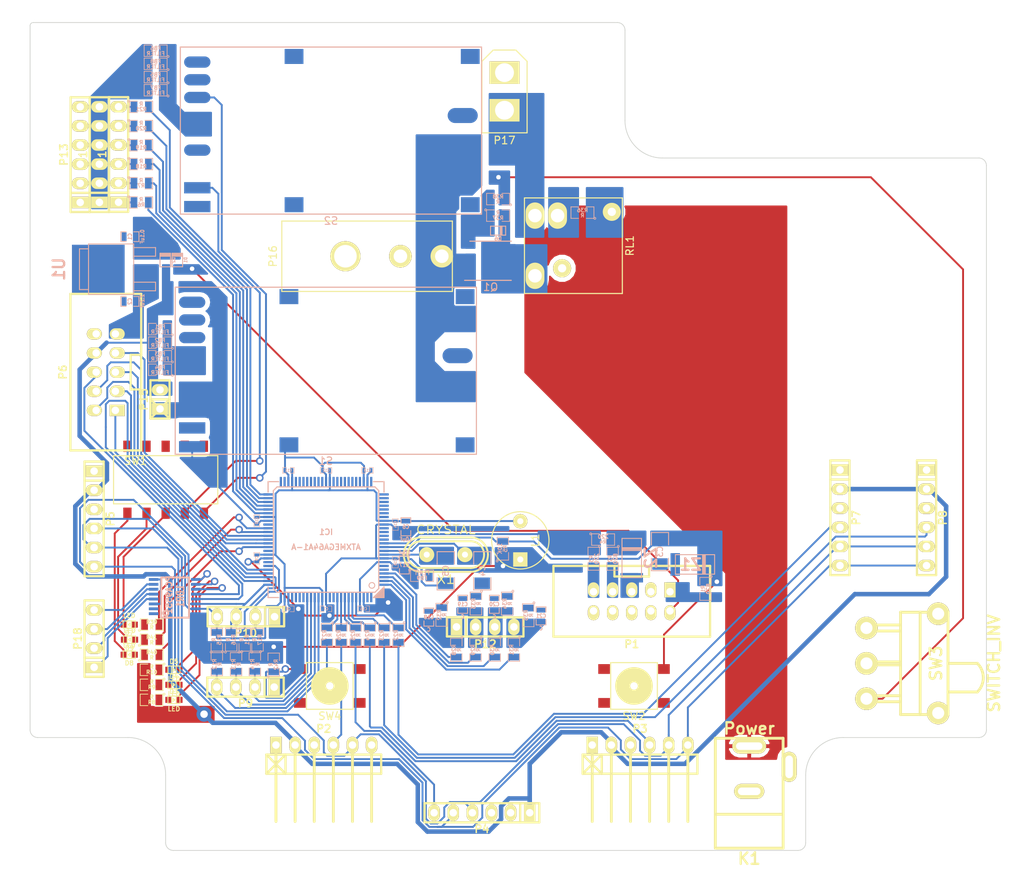
<source format=kicad_pcb>
(kicad_pcb (version 4) (host pcbnew "(2015-10-27 BZR 6284, Git 48df08c)-product")
  (layers (0 F.Cu signal) (31 B.Cu signal) (34 B.Paste user) (35 F.Paste user) (36 B.SilkS user) (37 F.SilkS user) (38 B.Mask user) (39 F.Mask user) (44 Edge.Cuts user))
  (net 0 "")
  (net 1 "Net-(C1-Pad1)")
  (net 2 GND)
  (net 3 +3v3)
  (net 4 CLK_PDI)
  (net 5 "Net-(C10-Pad2)")
  (net 6 "Net-(C15-Pad2)")
  (net 7 5Vin)
  (net 8 5Vout)
  (net 9 "Net-(IC1-Pad1)")
  (net 10 "Net-(IC1-Pad2)")
  (net 11 "Net-(IC1-Pad20)")
  (net 12 "Net-(IC1-Pad21)")
  (net 13 "Net-(IC1-Pad22)")
  (net 14 "Net-(IC1-Pad35)")
  (net 15 "Net-(IC1-Pad36)")
  (net 16 "Net-(IC1-Pad40)")
  (net 17 "Net-(IC1-Pad49)")
  (net 18 "Net-(IC1-Pad50)")
  (net 19 "Net-(IC1-Pad51)")
  (net 20 "Net-(IC1-Pad52)")
  (net 21 "Net-(IC1-Pad55)")
  (net 22 "Net-(IC1-Pad56)")
  (net 23 "Net-(IC1-Pad9)")
  (net 24 "Net-(IC1-Pad10)")
  (net 25 "Net-(IC1-Pad11)")
  (net 26 "Net-(IC1-Pad59)")
  (net 27 "Net-(IC1-Pad12)")
  (net 28 "Net-(IC1-Pad32)")
  (net 29 "Net-(IC1-Pad45)")
  (net 30 "Net-(IC1-Pad46)")
  (net 31 "Net-(IC1-Pad60)")
  (net 32 "Net-(IC1-Pad61)")
  (net 33 "Net-(IC1-Pad62)")
  (net 34 "Net-(IC1-Pad65)")
  (net 35 "Net-(IC1-Pad66)")
  (net 36 "Net-(IC1-Pad67)")
  (net 37 "Net-(IC1-Pad68)")
  (net 38 "Net-(IC1-Pad69)")
  (net 39 "Net-(IC1-Pad70)")
  (net 40 "Net-(IC1-Pad71)")
  (net 41 "Net-(IC1-Pad72)")
  (net 42 "Net-(IC1-Pad75)")
  (net 43 "Net-(IC1-Pad76)")
  (net 44 "Net-(IC1-Pad77)")
  (net 45 "Net-(IC1-Pad78)")
  (net 46 "Net-(IC1-Pad79)")
  (net 47 "Net-(IC1-Pad80)")
  (net 48 "Net-(IC1-Pad81)")
  (net 49 "Net-(IC1-Pad82)")
  (net 50 "Net-(IC1-Pad85)")
  (net 51 "Net-(IC1-Pad86)")
  (net 52 "Net-(IC1-Pad87)")
  (net 53 "Net-(IC1-Pad88)")
  (net 54 DT_PDI)
  (net 55 Light)
  (net 56 "Net-(P1-Pad9)")
  (net 57 "Net-(P1-Pad7)")
  (net 58 "Net-(P1-Pad1)")
  (net 59 "Net-(P1-Pad5)")
  (net 60 INT_A_0)
  (net 61 INT_B_0)
  (net 62 INT_A_1)
  (net 63 INT_B_1)
  (net 64 MTR_1)
  (net 65 "Net-(R2-Pad1)")
  (net 66 SW1)
  (net 67 SW0)
  (net 68 "Net-(IC1-Pad95)")
  (net 69 "Net-(IC1-Pad96)")
  (net 70 MTR_0)
  (net 71 "Net-(C4-Pad1)")
  (net 72 "Net-(C5-Pad1)")
  (net 73 "Net-(D3-Pad2)")
  (net 74 "Net-(D4-Pad2)")
  (net 75 "Net-(D5-Pad2)")
  (net 76 "Net-(P2-Pad3)")
  (net 77 sens0int)
  (net 78 "Net-(P3-Pad3)")
  (net 79 sens1int)
  (net 80 "Net-(P4-Pad3)")
  (net 81 speed_up)
  (net 82 "Net-(P5-Pad3)")
  (net 83 "Net-(P7-Pad3)")
  (net 84 "Net-(P8-Pad3)")
  (net 85 INT_0)
  (net 86 INT_1)
  (net 87 sens4int)
  (net 88 sens3int)
  (net 89 sens2int)
  (net 90 RST)
  (net 91 I2C_1+)
  (net 92 I2C_1-)
  (net 93 I2C_0+)
  (net 94 I2C_0-)
  (net 95 "Net-(P11-Pad1)")
  (net 96 "Net-(P11-Pad2)")
  (net 97 "Net-(P11-Pad3)")
  (net 98 "Net-(P11-Pad4)")
  (net 99 "Net-(P11-Pad5)")
  (net 100 "Net-(P11-Pad6)")
  (net 101 "Net-(C18-Pad1)")
  (net 102 "Net-(C19-Pad1)")
  (net 103 "Net-(C20-Pad1)")
  (net 104 "Net-(C21-Pad1)")
  (net 105 ADC_0)
  (net 106 ADC_1)
  (net 107 ADC_2)
  (net 108 ADC_3)
  (net 109 "Net-(FB1-Pad1)")
  (net 110 "Net-(S1-Pad3)")
  (net 111 +12V)
  (net 112 "Net-(S1-Pad4)")
  (net 113 "Net-(FB5-Pad1)")
  (net 114 +6Vout)
  (net 115 "Net-(P17-Pad2)")
  (net 116 "Net-(K1-Pad3)")
  (net 117 "Net-(R36-Pad1)")
  (net 118 "Net-(D6-Pad1)")
  (net 119 "Net-(D6-Pad2)")
  (net 120 ON/OFF)
  (net 121 "Net-(IC1-Pad41)")
  (net 122 "Net-(IC1-Pad42)")
  (net 123 "Net-(IC1-Pad47)")
  (net 124 "Net-(IC1-Pad48)")
  (net 125 "Net-(IC1-Pad57)")
  (net 126 "Net-(IC1-Pad58)")
  (net 127 "Net-(IC1-Pad5)")
  (net 128 "Net-(IC1-Pad6)")
  (net 129 "Net-(IC1-Pad7)")
  (net 130 "Net-(IC1-Pad8)")
  (net 131 "Net-(LDR1-Pad4)")
  (net 132 "Net-(LDR1-Pad5)")
  (net 133 "Net-(LDR1-Pad6)")
  (net 134 "Net-(LDR1-Pad7)")
  (net 135 "Net-(IC1-Pad18)")
  (net 136 "Net-(IC1-Pad19)")
  (net 137 "Net-(D3-Pad1)")
  (net 138 "Net-(D4-Pad1)")
  (net 139 "Net-(D5-Pad1)")
  (net 140 "Net-(D7-Pad1)")
  (net 141 SW4)
  (net 142 "Net-(D8-Pad1)")
  (net 143 SW3)
  (net 144 "Net-(D9-Pad1)")
  (net 145 SW2)
  (module w_smd_leds:Led_0603 (layer F.Cu) (at 81.0993 133)
    (fp_text reference D3 (at 0 -1.09982) (layer F.SilkS) (effects (font (size 0.59944 0.59944) (thickness 0.11938))))
    (fp_text value LED (at 0 1.19888) (layer F.SilkS) (effects (font (size 0.59944 0.59944) (thickness 0.11938))))
    (pad 1 smd rect (at -0.7493 0) (size 0.79756 0.79756) (layers F.Cu F.Paste F.Mask) (net 137 "Net-(D3-Pad1)"))
    (pad 2 smd rect (at 0.7493 0) (size 0.79756 0.79756) (layers F.Cu F.Paste F.Mask) (net 73 "Net-(D3-Pad2)"))
  )
  (module libcms:SM0805 (layer F.Cu) (at 78.1475 133 180)
    (fp_text reference R8 (at 0 -0.3175 180) (layer F.SilkS) (effects (font (size 0.50038 0.50038) (thickness 0.10922))))
    (fp_text value R (at 0 0.381 180) (layer F.SilkS) (effects (font (size 0.50038 0.50038) (thickness 0.10922))))
    (pad 1 smd rect (at -0.9525 0 180) (size 0.889 1.397) (layers F.Cu F.Paste F.Mask) (net 137 "Net-(D3-Pad1)"))
    (pad 2 smd rect (at 0.9525 0 180) (size 0.889 1.397) (layers F.Cu F.Paste F.Mask) (net 8 5Vout))
  )
  (module libcms:SM0805 (layer F.Cu) (at 78.1475 129 180)
    (fp_text reference R10 (at 0 -0.3175 180) (layer F.SilkS) (effects (font (size 0.50038 0.50038) (thickness 0.10922))))
    (fp_text value R (at 0 0.381 180) (layer F.SilkS) (effects (font (size 0.50038 0.50038) (thickness 0.10922))))
    (pad 1 smd rect (at -0.9525 0 180) (size 0.889 1.397) (layers F.Cu F.Paste F.Mask) (net 139 "Net-(D5-Pad1)"))
    (pad 2 smd rect (at 0.9525 0 180) (size 0.889 1.397) (layers F.Cu F.Paste F.Mask) (net 8 5Vout))
  )
  (module libcms:SM0805 (layer F.Cu) (at 78.1475 131 180)
    (fp_text reference R9 (at 0 -0.3175 180) (layer F.SilkS) (effects (font (size 0.50038 0.50038) (thickness 0.10922))))
    (fp_text value R (at 0 0.381 180) (layer F.SilkS) (effects (font (size 0.50038 0.50038) (thickness 0.10922))))
    (pad 1 smd rect (at -0.9525 0 180) (size 0.889 1.397) (layers F.Cu F.Paste F.Mask) (net 138 "Net-(D4-Pad1)"))
    (pad 2 smd rect (at 0.9525 0 180) (size 0.889 1.397) (layers F.Cu F.Paste F.Mask) (net 8 5Vout))
  )
  (module w_smd_leds:Led_0603 (layer F.Cu) (at 81.1007 131)
    (fp_text reference D4 (at 0 -1.09982) (layer F.SilkS) (effects (font (size 0.59944 0.59944) (thickness 0.11938))))
    (fp_text value LED (at 0 1.19888) (layer F.SilkS) (effects (font (size 0.59944 0.59944) (thickness 0.11938))))
    (pad 1 smd rect (at -0.7493 0) (size 0.79756 0.79756) (layers F.Cu F.Paste F.Mask) (net 138 "Net-(D4-Pad1)"))
    (pad 2 smd rect (at 0.7493 0) (size 0.79756 0.79756) (layers F.Cu F.Paste F.Mask) (net 74 "Net-(D4-Pad2)"))
  )
  (module w_smd_leds:Led_0603 (layer F.Cu) (at 81.0993 129)
    (fp_text reference D5 (at 0 -1.09982) (layer F.SilkS) (effects (font (size 0.59944 0.59944) (thickness 0.11938))))
    (fp_text value LED (at 0 1.19888) (layer F.SilkS) (effects (font (size 0.59944 0.59944) (thickness 0.11938))))
    (pad 1 smd rect (at -0.7493 0) (size 0.79756 0.79756) (layers F.Cu F.Paste F.Mask) (net 139 "Net-(D5-Pad1)"))
    (pad 2 smd rect (at 0.7493 0) (size 0.79756 0.79756) (layers F.Cu F.Paste F.Mask) (net 75 "Net-(D5-Pad2)"))
  )
  (module myfootprint:UBEC_5A (layer B.Cu) (at 101.95 57.35 180)
    (fp_text reference S2 (at 0 -12 180) (layer B.SilkS) (effects (justify mirror)))
    (fp_text value "UBEC(5A)")
    (pad "" smd rect (at 17.75 -10.1 180) (size 3.5 1.5) (layers B.Cu B.Paste B.Mask))
    (pad "" smd oval (at 17.75 9.1 180) (size 3.5 1.5) (layers B.Cu B.Paste B.Mask))
    (pad "" smd oval (at 17.75 6.75 180) (size 3.5 1.5) (layers B.Cu B.Paste B.Mask))
    (pad 3 smd oval (at 17.75 4.4 180) (size 3.5 1.5) (layers B.Cu B.Paste B.Mask) (net 67 SW0))
    (pad 5 smd oval (at 17.75 -2.6 180) (size 3.5 1.5) (layers B.Cu B.Paste B.Mask) (net 2 GND))
    (pad 2 smd oval (at 17.75 0.4 180) (size 3.5 1.5) (layers B.Cu B.Paste B.Mask) (net 113 "Net-(FB5-Pad1)"))
    (pad 1 smd oval (at -17.5 -2 180) (size 4 2) (layers B.Cu B.Paste B.Mask) (net 111 +12V))
    (pad "" smd rect (at 4.9 9.85 180) (size 2.5 2) (layers B.Cu B.Paste B.Mask))
    (pad "" smd rect (at -18.5 -9.85 180) (size 2.5 2) (layers B.Cu B.Paste B.Mask))
    (pad "" smd rect (at -18.5 9.85 180) (size 2.5 2) (layers B.Cu B.Paste B.Mask))
    (pad "" smd rect (at 4.9 -9.85 180) (size 2.5 2) (layers B.Cu B.Paste B.Mask))
    (pad 5 smd oval (at -17.5 2 180) (size 4 2) (layers B.Cu B.Paste B.Mask) (net 2 GND))
    (pad 4 smd rect (at 17.75 -7.6 180) (size 3.5 1.5) (layers B.Cu B.Paste B.Mask) (net 66 SW1))
  )
  (module libcms:SM0805 (layer B.Cu) (at 124.78 112.9025 90)
    (fp_text reference R5 (at 0 0.3175 90) (layer B.SilkS) (effects (font (size 0.50038 0.50038) (thickness 0.10922)) (justify mirror)))
    (fp_text value 10K (at 0 -0.381 90) (layer B.SilkS) (effects (font (size 0.50038 0.50038) (thickness 0.10922)) (justify mirror)))
    (pad 1 smd rect (at -0.9525 0 90) (size 0.889 1.397) (layers B.Cu B.Paste B.Mask) (net 3 +3v3))
    (pad 2 smd rect (at 0.9525 0 90) (size 0.889 1.397) (layers B.Cu B.Paste B.Mask) (net 4 CLK_PDI))
  )
  (module myfootprint:UBEC_5A (layer B.Cu) (at 101.27 89.264 180)
    (fp_text reference S1 (at 0 -12 180) (layer B.SilkS) (effects (justify mirror)))
    (fp_text value "UBEC(5A)")
    (pad "" smd rect (at 17.75 -10.1 180) (size 3.5 1.5) (layers B.Cu B.Paste B.Mask))
    (pad "" smd oval (at 17.75 9.1 180) (size 3.5 1.5) (layers B.Cu B.Paste B.Mask))
    (pad "" smd oval (at 17.75 6.75 180) (size 3.5 1.5) (layers B.Cu B.Paste B.Mask))
    (pad 3 smd oval (at 17.75 4.4 180) (size 3.5 1.5) (layers B.Cu B.Paste B.Mask) (net 110 "Net-(S1-Pad3)"))
    (pad 5 smd oval (at 17.75 -2.6 180) (size 3.5 1.5) (layers B.Cu B.Paste B.Mask) (net 2 GND))
    (pad 2 smd oval (at 17.75 0.4 180) (size 3.5 1.5) (layers B.Cu B.Paste B.Mask) (net 109 "Net-(FB1-Pad1)"))
    (pad 1 smd oval (at -17.5 -2 180) (size 4 2) (layers B.Cu B.Paste B.Mask) (net 111 +12V))
    (pad "" smd rect (at 4.9 9.85 180) (size 2.5 2) (layers B.Cu B.Paste B.Mask))
    (pad "" smd rect (at -18.5 -9.85 180) (size 2.5 2) (layers B.Cu B.Paste B.Mask))
    (pad "" smd rect (at -18.5 9.85 180) (size 2.5 2) (layers B.Cu B.Paste B.Mask))
    (pad "" smd rect (at 4.9 -9.85 180) (size 2.5 2) (layers B.Cu B.Paste B.Mask))
    (pad 5 smd oval (at -17.5 2 180) (size 4 2) (layers B.Cu B.Paste B.Mask) (net 2 GND))
    (pad 4 smd rect (at 17.75 -7.6 180) (size 3.5 1.5) (layers B.Cu B.Paste B.Mask) (net 112 "Net-(S1-Pad4)"))
  )
  (module libcms:SM1206 (layer B.Cu) (at 117.2 115.851 270)
    (fp_text reference C5 (at 0 0 270) (layer B.SilkS) (effects (font (size 0.762 0.762) (thickness 0.127)) (justify mirror)))
    (fp_text value 22pF hide)
    (pad 1 smd rect (at -1.651 0 270) (size 1.524 2.032) (layers B.Cu B.Paste B.Mask) (net 72 "Net-(C5-Pad1)"))
    (pad 2 smd rect (at 1.651 0 270) (size 1.524 2.032) (layers B.Cu B.Paste B.Mask) (net 2 GND))
  )
  (module libcms:SM0603_Capa (layer B.Cu) (at 111.7 115.062 270)
    (fp_text reference C17 (at 0 0 540) (layer B.SilkS) (effects (font (size 0.508 0.4572) (thickness 0.1143)) (justify mirror)))
    (fp_text value 10uF (at -1.651 0 540) (layer B.SilkS) (effects (font (size 0.508 0.4572) (thickness 0.1143)) (justify mirror)))
    (pad 1 smd rect (at -0.762 0 270) (size 0.635 1.143) (layers B.Cu B.Paste B.Mask) (net 2 GND))
    (pad 2 smd rect (at 0.762 0 270) (size 0.635 1.143) (layers B.Cu B.Paste B.Mask) (net 6 "Net-(C15-Pad2)"))
  )
  (module libcms:SM0805 (layer B.Cu) (at 109.015277 124.391921 270)
    (fp_text reference R23 (at 0 0.3175 270) (layer B.SilkS) (effects (font (size 0.50038 0.50038) (thickness 0.10922)) (justify mirror)))
    (fp_text value R (at 0 -0.381 270) (layer B.SilkS) (effects (font (size 0.50038 0.50038) (thickness 0.10922)) (justify mirror)))
    (pad 1 smd rect (at -0.9525 0 270) (size 0.889 1.397) (layers B.Cu B.Paste B.Mask) (net 128 "Net-(IC1-Pad6)"))
    (pad 2 smd rect (at 0.9525 0 270) (size 0.889 1.397) (layers B.Cu B.Paste B.Mask) (net 79 sens1int))
  )
  (module libcms:SM0805 (layer B.Cu) (at 107.115277 124.396921 270)
    (fp_text reference R24 (at 0 0.3175 270) (layer B.SilkS) (effects (font (size 0.50038 0.50038) (thickness 0.10922)) (justify mirror)))
    (fp_text value R (at 0 -0.381 270) (layer B.SilkS) (effects (font (size 0.50038 0.50038) (thickness 0.10922)) (justify mirror)))
    (pad 1 smd rect (at -0.9525 0 270) (size 0.889 1.397) (layers B.Cu B.Paste B.Mask) (net 129 "Net-(IC1-Pad7)"))
    (pad 2 smd rect (at 0.9525 0 270) (size 0.889 1.397) (layers B.Cu B.Paste B.Mask) (net 89 sens2int))
  )
  (module w_pin_strip:pin_strip_6-90 (layer F.Cu) (at 143 139)
    (fp_text reference P3 (at 0 -2.159) (layer F.SilkS) (effects (font (size 1.016 1.016) (thickness 0.2032))))
    (fp_text value Sens2 hide)
    (pad 1 thru_hole rect (at -6.35 0) (size 1.524 2.19964) (drill 1.00076) (layers *.Cu *.Mask F.SilkS) (net 2 GND))
    (pad 2 thru_hole oval (at -3.81 0) (size 1.524 2.19964) (drill 1.00076) (layers *.Cu *.Mask F.SilkS) (net 8 5Vout))
    (pad 3 thru_hole oval (at -1.27 0) (size 1.524 2.19964) (drill 1.00076) (layers *.Cu *.Mask F.SilkS) (net 78 "Net-(P3-Pad3)"))
    (pad 4 thru_hole oval (at 1.27 0) (size 1.524 2.19964) (drill 1.00076) (layers *.Cu *.Mask F.SilkS) (net 89 sens2int))
    (pad 5 thru_hole oval (at 3.81 0) (size 1.524 2.19964) (drill 1.00076) (layers *.Cu *.Mask F.SilkS) (net 93 I2C_0+))
    (pad 6 thru_hole oval (at 6.35 0) (size 1.524 2.19964) (drill 1.00076) (layers *.Cu *.Mask F.SilkS) (net 94 I2C_0-))
  )
  (module w_pin_strip:pin_strip_6 (layer F.Cu) (at 169.55 108.8 270)
    (fp_text reference P7 (at 0 -2.159 270) (layer F.SilkS) (effects (font (size 1.016 1.016) (thickness 0.2032))))
    (fp_text value Sens0 hide)
    (pad 1 thru_hole rect (at -6.35 0 270) (size 1.524 2.19964) (drill 1.00076) (layers *.Cu *.Mask F.SilkS) (net 2 GND))
    (pad 2 thru_hole oval (at -3.81 0 270) (size 1.524 2.19964) (drill 1.00076) (layers *.Cu *.Mask F.SilkS) (net 8 5Vout))
    (pad 3 thru_hole oval (at -1.27 0 270) (size 1.524 2.19964) (drill 1.00076) (layers *.Cu *.Mask F.SilkS) (net 83 "Net-(P7-Pad3)"))
    (pad 4 thru_hole oval (at 1.27 0 270) (size 1.524 2.19964) (drill 1.00076) (layers *.Cu *.Mask F.SilkS) (net 77 sens0int))
    (pad 5 thru_hole oval (at 3.81 0 270) (size 1.524 2.19964) (drill 1.00076) (layers *.Cu *.Mask F.SilkS) (net 93 I2C_0+))
    (pad 6 thru_hole oval (at 6.35 0 270) (size 1.524 2.19964) (drill 1.00076) (layers *.Cu *.Mask F.SilkS) (net 94 I2C_0-))
  )
  (module w_pin_strip:pin_strip_6-90 (layer F.Cu) (at 101 139)
    (fp_text reference P2 (at 0 -2.159) (layer F.SilkS) (effects (font (size 1.016 1.016) (thickness 0.2032))))
    (fp_text value Sens3 hide)
    (pad 1 thru_hole rect (at -6.35 0) (size 1.524 2.19964) (drill 1.00076) (layers *.Cu *.Mask F.SilkS) (net 2 GND))
    (pad 2 thru_hole oval (at -3.81 0) (size 1.524 2.19964) (drill 1.00076) (layers *.Cu *.Mask F.SilkS) (net 8 5Vout))
    (pad 3 thru_hole oval (at -1.27 0) (size 1.524 2.19964) (drill 1.00076) (layers *.Cu *.Mask F.SilkS) (net 76 "Net-(P2-Pad3)"))
    (pad 4 thru_hole oval (at 1.27 0) (size 1.524 2.19964) (drill 1.00076) (layers *.Cu *.Mask F.SilkS) (net 88 sens3int))
    (pad 5 thru_hole oval (at 3.81 0) (size 1.524 2.19964) (drill 1.00076) (layers *.Cu *.Mask F.SilkS) (net 93 I2C_0+))
    (pad 6 thru_hole oval (at 6.35 0) (size 1.524 2.19964) (drill 1.00076) (layers *.Cu *.Mask F.SilkS) (net 94 I2C_0-))
  )
  (module Inductors:INDUCTOR_V (layer F.Cu) (at 127.1 111.8 90)
    (fp_text reference L1 (at 0 1.99898 90) (layer F.SilkS))
    (fp_text value 10uH)
    (pad 1 thru_hole rect (at -2.54 0 90) (size 1.905 1.905) (drill 0.8128) (layers *.Cu *.Mask F.SilkS) (net 3 +3v3))
    (pad 2 thru_hole circle (at 2.54 0 90) (size 1.905 1.905) (drill 0.8128) (layers *.Cu *.Mask F.SilkS) (net 5 "Net-(C10-Pad2)"))
  )
  (module libcms:SM0805 (layer B.Cu) (at 114.0525 116.5)
    (fp_text reference FB9 (at 0 0.3175) (layer B.SilkS) (effects (font (size 0.50038 0.50038) (thickness 0.10922)) (justify mirror)))
    (fp_text value FERIT (at 0 -0.381) (layer B.SilkS) (effects (font (size 0.50038 0.50038) (thickness 0.10922)) (justify mirror)))
    (pad 1 smd rect (at -0.9525 0) (size 0.889 1.397) (layers B.Cu B.Paste B.Mask) (net 6 "Net-(C15-Pad2)"))
    (pad 2 smd rect (at 0.9525 0) (size 0.889 1.397) (layers B.Cu B.Paste B.Mask) (net 3 +3v3))
  )
  (module w_crystal:crystal_hc-49s (layer F.Cu) (at 117.21 113.7 180)
    (fp_text reference X1 (at 0 -3.302 180) (layer F.SilkS) (effects (font (size 1.143 1.27) (thickness 0.1524))))
    (fp_text value CRYSTAL (at 0 3.302 180) (layer F.SilkS) (effects (font (size 1.143 1.27) (thickness 0.1524))))
    (pad 1 thru_hole circle (at -2.54 0 180) (size 1.99898 1.99898) (drill 0.8001) (layers *.Cu *.Mask F.SilkS) (net 71 "Net-(C4-Pad1)"))
    (pad 2 thru_hole circle (at 2.54 0 180) (size 1.99898 1.99898) (drill 0.8001) (layers *.Cu *.Mask F.SilkS) (net 72 "Net-(C5-Pad1)"))
  )
  (module libcms:TSSOP16 (layer B.Cu) (at 81.20092 119.2744 90)
    (fp_text reference LDR1 (at 0 0.7493 90) (layer B.SilkS) (effects (font (size 1.016 0.762) (thickness 0.1905)) (justify mirror)))
    (fp_text value PCA9551 (at 0.24892 -0.7493 90) (layer B.SilkS) (effects (font (size 0.762 0.762) (thickness 0.1905)) (justify mirror)))
    (pad 1 smd rect (at -2.27584 -2.79908 90) (size 0.381 1.27) (layers B.Cu B.Paste B.Mask) (net 2 GND))
    (pad 2 smd rect (at -1.6256 -2.79908 90) (size 0.381 1.27) (layers B.Cu B.Paste B.Mask) (net 2 GND))
    (pad 3 smd rect (at -0.97536 -2.79908 90) (size 0.381 1.27) (layers B.Cu B.Paste B.Mask) (net 2 GND))
    (pad 4 smd rect (at -0.32512 -2.79908 90) (size 0.381 1.27) (layers B.Cu B.Paste B.Mask) (net 131 "Net-(LDR1-Pad4)"))
    (pad 5 smd rect (at 0.32512 -2.79908 90) (size 0.381 1.27) (layers B.Cu B.Paste B.Mask) (net 132 "Net-(LDR1-Pad5)"))
    (pad 6 smd rect (at 0.97536 -2.79908 90) (size 0.381 1.27) (layers B.Cu B.Paste B.Mask) (net 133 "Net-(LDR1-Pad6)"))
    (pad 7 smd rect (at 1.6256 -2.79908 90) (size 0.381 1.27) (layers B.Cu B.Paste B.Mask) (net 134 "Net-(LDR1-Pad7)"))
    (pad 8 smd rect (at 2.27584 -2.79908 90) (size 0.381 1.27) (layers B.Cu B.Paste B.Mask) (net 2 GND))
    (pad 9 smd rect (at 2.27584 2.79908 90) (size 0.381 1.27) (layers B.Cu B.Paste B.Mask) (net 75 "Net-(D5-Pad2)"))
    (pad 10 smd rect (at 1.6256 2.79908 90) (size 0.381 1.27) (layers B.Cu B.Paste B.Mask) (net 74 "Net-(D4-Pad2)"))
    (pad 11 smd rect (at 0.97536 2.79908 90) (size 0.381 1.27) (layers B.Cu B.Paste B.Mask) (net 73 "Net-(D3-Pad2)"))
    (pad 12 smd rect (at 0.32512 2.79908 90) (size 0.381 1.27) (layers B.Cu B.Paste B.Mask) (net 55 Light))
    (pad 13 smd rect (at -0.32512 2.79908 90) (size 0.381 1.27) (layers B.Cu B.Paste B.Mask) (net 90 RST))
    (pad 14 smd rect (at -0.97536 2.79908 90) (size 0.381 1.27) (layers B.Cu B.Paste B.Mask) (net 94 I2C_0-))
    (pad 15 smd rect (at -1.6256 2.79908 90) (size 0.381 1.27) (layers B.Cu B.Paste B.Mask) (net 93 I2C_0+))
    (pad 16 smd rect (at -2.27584 2.79908 90) (size 0.381 1.27) (layers B.Cu B.Paste B.Mask) (net 3 +3v3))
  )
  (module libcms:SM0805 (layer B.Cu) (at 103.315277 124.391921 270)
    (fp_text reference R26 (at 0 0.3175 270) (layer B.SilkS) (effects (font (size 0.50038 0.50038) (thickness 0.10922)) (justify mirror)))
    (fp_text value R (at 0 -0.381 270) (layer B.SilkS) (effects (font (size 0.50038 0.50038) (thickness 0.10922)) (justify mirror)))
    (pad 1 smd rect (at -0.9525 0 270) (size 0.889 1.397) (layers B.Cu B.Paste B.Mask) (net 23 "Net-(IC1-Pad9)"))
    (pad 2 smd rect (at 0.9525 0 270) (size 0.889 1.397) (layers B.Cu B.Paste B.Mask) (net 88 sens3int))
  )
  (module libcms:SM0805 (layer B.Cu) (at 101.415277 124.391921 270)
    (fp_text reference R27 (at 0 0.3175 270) (layer B.SilkS) (effects (font (size 0.50038 0.50038) (thickness 0.10922)) (justify mirror)))
    (fp_text value R (at 0 -0.381 270) (layer B.SilkS) (effects (font (size 0.50038 0.50038) (thickness 0.10922)) (justify mirror)))
    (pad 1 smd rect (at -0.9525 0 270) (size 0.889 1.397) (layers B.Cu B.Paste B.Mask) (net 24 "Net-(IC1-Pad10)"))
    (pad 2 smd rect (at 0.9525 0 270) (size 0.889 1.397) (layers B.Cu B.Paste B.Mask) (net 87 sens4int))
  )
  (module w_conn_strip:vasch_strip_5x2 (layer F.Cu) (at 72.05 89.45 90)
    (fp_text reference P6 (at 0 -5.7 90) (layer F.SilkS) (effects (font (thickness 0.2032))))
    (fp_text value Supp_board hide)
    (pad 9 thru_hole oval (at 5.08 1.27 90) (size 1.5 2) (drill 1 (offset 0 0.25)) (layers *.Cu *.Mask F.SilkS) (net 3 +3v3))
    (pad 10 thru_hole oval (at 5.08 -1.27 90) (size 1.5 2) (drill 1 (offset 0 -0.25)) (layers *.Cu *.Mask F.SilkS) (net 2 GND))
    (pad 8 thru_hole oval (at 2.54 -1.27 90) (size 1.5 2) (drill 1 (offset 0 -0.25)) (layers *.Cu *.Mask F.SilkS) (net 8 5Vout))
    (pad 7 thru_hole oval (at 2.54 1.27 90) (size 1.5 2) (drill 1 (offset 0 0.25)) (layers *.Cu *.Mask F.SilkS) (net 62 INT_A_1))
    (pad 1 thru_hole rect (at -5.08 1.27 90) (size 1.5 2) (drill 1 (offset 0 0.25)) (layers *.Cu *.Mask F.SilkS) (net 61 INT_B_0))
    (pad 2 thru_hole oval (at -5.08 -1.27 90) (size 1.5 2) (drill 1 (offset 0 -0.25)) (layers *.Cu *.Mask F.SilkS) (net 70 MTR_0))
    (pad 3 thru_hole oval (at -2.54 1.27 90) (size 1.5 2) (drill 1 (offset 0 0.25)) (layers *.Cu *.Mask F.SilkS) (net 60 INT_A_0))
    (pad 4 thru_hole oval (at -2.54 -1.27 90) (size 1.5 2) (drill 1 (offset 0 -0.25)) (layers *.Cu *.Mask F.SilkS) (net 64 MTR_1))
    (pad 5 thru_hole oval (at 0 1.27 90) (size 1.5 2) (drill 1 (offset 0 0.25)) (layers *.Cu *.Mask F.SilkS) (net 63 INT_B_1))
    (pad 6 thru_hole oval (at 0 -1.27 90) (size 1.5 2) (drill 1 (offset 0 -0.25)) (layers *.Cu *.Mask F.SilkS) (net 55 Light))
  )
  (module libcms:SM0805 (layer B.Cu) (at 76.7525 59.3)
    (fp_text reference R19 (at 0 0.3175) (layer B.SilkS) (effects (font (size 0.50038 0.50038) (thickness 0.10922)) (justify mirror)))
    (fp_text value R (at 0 -0.381) (layer B.SilkS) (effects (font (size 0.50038 0.50038) (thickness 0.10922)) (justify mirror)))
    (pad 1 smd rect (at -0.9525 0) (size 0.889 1.397) (layers B.Cu B.Paste B.Mask) (net 98 "Net-(P11-Pad4)"))
    (pad 2 smd rect (at 0.9525 0) (size 0.889 1.397) (layers B.Cu B.Paste B.Mask) (net 124 "Net-(IC1-Pad48)"))
  )
  (module libcms:SM0805 (layer B.Cu) (at 110.915277 124.391921 270)
    (fp_text reference R22 (at 0 0.3175 270) (layer B.SilkS) (effects (font (size 0.50038 0.50038) (thickness 0.10922)) (justify mirror)))
    (fp_text value R (at 0 -0.381 270) (layer B.SilkS) (effects (font (size 0.50038 0.50038) (thickness 0.10922)) (justify mirror)))
    (pad 1 smd rect (at -0.9525 0 270) (size 0.889 1.397) (layers B.Cu B.Paste B.Mask) (net 127 "Net-(IC1-Pad5)"))
    (pad 2 smd rect (at 0.9525 0 270) (size 0.889 1.397) (layers B.Cu B.Paste B.Mask) (net 77 sens0int))
  )
  (module w_smd_lqfp:TQFP-100 (layer B.Cu) (at 101.3 111.7 180)
    (fp_text reference IC1 (at 0 1.00076 180) (layer B.SilkS) (effects (font (size 0.7493 0.7493) (thickness 0.14986)) (justify mirror)))
    (fp_text value ATXMEGA64A1-A (at 0 -1.00076 180) (layer B.SilkS) (effects (font (size 0.7493 0.7493) (thickness 0.14986)) (justify mirror)))
    (pad 4 smd rect (at -4.50088 -7.67588 180) (size 0.29972 1.30048) (layers B.Cu B.Paste B.Mask) (net 6 "Net-(C15-Pad2)"))
    (pad 5 smd rect (at -4.0005 -7.67588 180) (size 0.29972 1.30048) (layers B.Cu B.Paste B.Mask) (net 127 "Net-(IC1-Pad5)"))
    (pad 6 smd rect (at -3.50012 -7.67588 180) (size 0.29972 1.30048) (layers B.Cu B.Paste B.Mask) (net 128 "Net-(IC1-Pad6)"))
    (pad 7 smd rect (at -2.99974 -7.67588 180) (size 0.29972 1.30048) (layers B.Cu B.Paste B.Mask) (net 129 "Net-(IC1-Pad7)"))
    (pad 8 smd rect (at -2.49936 -7.67588 180) (size 0.29972 1.30048) (layers B.Cu B.Paste B.Mask) (net 130 "Net-(IC1-Pad8)"))
    (pad 1 smd rect (at -5.99948 -7.67588 180) (size 0.29972 1.30048) (layers B.Cu B.Paste B.Mask) (net 9 "Net-(IC1-Pad1)"))
    (pad 2 smd rect (at -5.4991 -7.67588 180) (size 0.29972 1.30048) (layers B.Cu B.Paste B.Mask) (net 10 "Net-(IC1-Pad2)"))
    (pad 3 smd rect (at -5.00126 -7.67588 180) (size 0.29972 1.30048) (layers B.Cu B.Paste B.Mask) (net 2 GND))
    (pad 17 smd rect (at 1.99898 -7.67588 180) (size 0.29972 1.30048) (layers B.Cu B.Paste B.Mask) (net 86 INT_1))
    (pad 18 smd rect (at 2.49936 -7.67588 180) (size 0.29972 1.30048) (layers B.Cu B.Paste B.Mask) (net 135 "Net-(IC1-Pad18)"))
    (pad 19 smd rect (at 2.99974 -7.67588 180) (size 0.29972 1.30048) (layers B.Cu B.Paste B.Mask) (net 136 "Net-(IC1-Pad19)"))
    (pad 20 smd rect (at 3.50012 -7.67588 180) (size 0.29972 1.30048) (layers B.Cu B.Paste B.Mask) (net 11 "Net-(IC1-Pad20)"))
    (pad 21 smd rect (at 4.0005 -7.67588 180) (size 0.29972 1.30048) (layers B.Cu B.Paste B.Mask) (net 12 "Net-(IC1-Pad21)"))
    (pad 22 smd rect (at 4.50088 -7.67588 180) (size 0.29972 1.30048) (layers B.Cu B.Paste B.Mask) (net 13 "Net-(IC1-Pad22)"))
    (pad 23 smd rect (at 5.00126 -7.67588 180) (size 0.29972 1.30048) (layers B.Cu B.Paste B.Mask) (net 2 GND))
    (pad 24 smd rect (at 5.4991 -7.67588 180) (size 0.29972 1.30048) (layers B.Cu B.Paste B.Mask) (net 5 "Net-(C10-Pad2)"))
    (pad 33 smd rect (at 7.67588 -2.49936 180) (size 1.30048 0.29972) (layers B.Cu B.Paste B.Mask) (net 2 GND))
    (pad 34 smd rect (at 7.67588 -1.99898 180) (size 1.30048 0.29972) (layers B.Cu B.Paste B.Mask) (net 5 "Net-(C10-Pad2)"))
    (pad 35 smd rect (at 7.67588 -1.50114 180) (size 1.30048 0.29972) (layers B.Cu B.Paste B.Mask) (net 14 "Net-(IC1-Pad35)"))
    (pad 36 smd rect (at 7.67588 -1.00076 180) (size 1.30048 0.29972) (layers B.Cu B.Paste B.Mask) (net 15 "Net-(IC1-Pad36)"))
    (pad 37 smd rect (at 7.67588 -0.50038 180) (size 1.30048 0.29972) (layers B.Cu B.Paste B.Mask) (net 63 INT_B_1))
    (pad 38 smd rect (at 7.67588 0 180) (size 1.30048 0.29972) (layers B.Cu B.Paste B.Mask) (net 64 MTR_1))
    (pad 39 smd rect (at 7.67588 0.50038 180) (size 1.30048 0.29972) (layers B.Cu B.Paste B.Mask) (net 62 INT_A_1))
    (pad 40 smd rect (at 7.67588 1.00076 180) (size 1.30048 0.29972) (layers B.Cu B.Paste B.Mask) (net 16 "Net-(IC1-Pad40)"))
    (pad 49 smd rect (at 7.67588 5.4991 180) (size 1.30048 0.29972) (layers B.Cu B.Paste B.Mask) (net 17 "Net-(IC1-Pad49)"))
    (pad 50 smd rect (at 7.67588 5.99948 180) (size 1.30048 0.29972) (layers B.Cu B.Paste B.Mask) (net 18 "Net-(IC1-Pad50)"))
    (pad 51 smd rect (at 5.99948 7.67588 180) (size 0.29972 1.30048) (layers B.Cu B.Paste B.Mask) (net 19 "Net-(IC1-Pad51)"))
    (pad 52 smd rect (at 5.4991 7.67588 180) (size 0.29972 1.30048) (layers B.Cu B.Paste B.Mask) (net 20 "Net-(IC1-Pad52)"))
    (pad 53 smd rect (at 5.00126 7.67588 180) (size 0.29972 1.30048) (layers B.Cu B.Paste B.Mask) (net 2 GND))
    (pad 54 smd rect (at 4.50088 7.67588 180) (size 0.29972 1.30048) (layers B.Cu B.Paste B.Mask) (net 5 "Net-(C10-Pad2)"))
    (pad 55 smd rect (at 4.0005 7.67588 180) (size 0.29972 1.30048) (layers B.Cu B.Paste B.Mask) (net 21 "Net-(IC1-Pad55)"))
    (pad 56 smd rect (at 3.50012 7.67588 180) (size 0.29972 1.30048) (layers B.Cu B.Paste B.Mask) (net 22 "Net-(IC1-Pad56)"))
    (pad 9 smd rect (at -1.99898 -7.67588 180) (size 0.29972 1.30048) (layers B.Cu B.Paste B.Mask) (net 23 "Net-(IC1-Pad9)"))
    (pad 10 smd rect (at -1.50114 -7.67588 180) (size 0.29972 1.30048) (layers B.Cu B.Paste B.Mask) (net 24 "Net-(IC1-Pad10)"))
    (pad 11 smd rect (at -1.00076 -7.67588 180) (size 0.29972 1.30048) (layers B.Cu B.Paste B.Mask) (net 25 "Net-(IC1-Pad11)"))
    (pad 25 smd rect (at 5.99948 -7.67588 180) (size 0.29972 1.30048) (layers B.Cu B.Paste B.Mask) (net 93 I2C_0+))
    (pad 26 smd rect (at 7.67588 -5.99948 180) (size 1.30048 0.29972) (layers B.Cu B.Paste B.Mask) (net 94 I2C_0-))
    (pad 27 smd rect (at 7.67588 -5.4991 180) (size 1.30048 0.29972) (layers B.Cu B.Paste B.Mask) (net 61 INT_B_0))
    (pad 41 smd rect (at 7.67588 1.50114 180) (size 1.30048 0.29972) (layers B.Cu B.Paste B.Mask) (net 121 "Net-(IC1-Pad41)"))
    (pad 42 smd rect (at 7.67588 1.99898 180) (size 1.30048 0.29972) (layers B.Cu B.Paste B.Mask) (net 122 "Net-(IC1-Pad42)"))
    (pad 43 smd rect (at 7.67588 2.49936 180) (size 1.30048 0.29972) (layers B.Cu B.Paste B.Mask) (net 2 GND))
    (pad 57 smd rect (at 2.99974 7.67588 180) (size 0.29972 1.30048) (layers B.Cu B.Paste B.Mask) (net 125 "Net-(IC1-Pad57)"))
    (pad 58 smd rect (at 2.49936 7.67588 180) (size 0.29972 1.30048) (layers B.Cu B.Paste B.Mask) (net 126 "Net-(IC1-Pad58)"))
    (pad 59 smd rect (at 1.99898 7.67588 180) (size 0.29972 1.30048) (layers B.Cu B.Paste B.Mask) (net 26 "Net-(IC1-Pad59)"))
    (pad 12 smd rect (at -0.50038 -7.67588 180) (size 0.29972 1.30048) (layers B.Cu B.Paste B.Mask) (net 27 "Net-(IC1-Pad12)"))
    (pad 13 smd rect (at 0 -7.67588 180) (size 0.29972 1.30048) (layers B.Cu B.Paste B.Mask) (net 2 GND))
    (pad 14 smd rect (at 0.50038 -7.67588 180) (size 0.29972 1.30048) (layers B.Cu B.Paste B.Mask) (net 5 "Net-(C10-Pad2)"))
    (pad 15 smd rect (at 1.00076 -7.67588 180) (size 0.29972 1.30048) (layers B.Cu B.Paste B.Mask) (net 91 I2C_1+))
    (pad 16 smd rect (at 1.50114 -7.67588 180) (size 0.29972 1.30048) (layers B.Cu B.Paste B.Mask) (net 92 I2C_1-))
    (pad 28 smd rect (at 7.67588 -5.00126 180) (size 1.30048 0.29972) (layers B.Cu B.Paste B.Mask) (net 90 RST))
    (pad 29 smd rect (at 7.67588 -4.50088 180) (size 1.30048 0.29972) (layers B.Cu B.Paste B.Mask) (net 60 INT_A_0))
    (pad 30 smd rect (at 7.67588 -4.0005 180) (size 1.30048 0.29972) (layers B.Cu B.Paste B.Mask) (net 70 MTR_0))
    (pad 31 smd rect (at 7.67588 -3.50012 180) (size 1.30048 0.29972) (layers B.Cu B.Paste B.Mask) (net 85 INT_0))
    (pad 32 smd rect (at 7.67588 -2.99974 180) (size 1.30048 0.29972) (layers B.Cu B.Paste B.Mask) (net 28 "Net-(IC1-Pad32)"))
    (pad 44 smd rect (at 7.67588 2.99974 180) (size 1.30048 0.29972) (layers B.Cu B.Paste B.Mask) (net 5 "Net-(C10-Pad2)"))
    (pad 45 smd rect (at 7.67588 3.50012 180) (size 1.30048 0.29972) (layers B.Cu B.Paste B.Mask) (net 29 "Net-(IC1-Pad45)"))
    (pad 46 smd rect (at 7.67588 4.0005 180) (size 1.30048 0.29972) (layers B.Cu B.Paste B.Mask) (net 30 "Net-(IC1-Pad46)"))
    (pad 47 smd rect (at 7.67588 4.50088 180) (size 1.30048 0.29972) (layers B.Cu B.Paste B.Mask) (net 123 "Net-(IC1-Pad47)"))
    (pad 48 smd rect (at 7.67588 5.00126 180) (size 1.30048 0.29972) (layers B.Cu B.Paste B.Mask) (net 124 "Net-(IC1-Pad48)"))
    (pad 60 smd rect (at 1.50114 7.67588 180) (size 0.29972 1.30048) (layers B.Cu B.Paste B.Mask) (net 31 "Net-(IC1-Pad60)"))
    (pad 61 smd rect (at 1.00076 7.67588 180) (size 0.29972 1.30048) (layers B.Cu B.Paste B.Mask) (net 32 "Net-(IC1-Pad61)"))
    (pad 62 smd rect (at 0.50038 7.67588 180) (size 0.29972 1.30048) (layers B.Cu B.Paste B.Mask) (net 33 "Net-(IC1-Pad62)"))
    (pad 63 smd rect (at 0 7.67588 180) (size 0.29972 1.30048) (layers B.Cu B.Paste B.Mask) (net 2 GND))
    (pad 64 smd rect (at -0.50038 7.67588 180) (size 0.29972 1.30048) (layers B.Cu B.Paste B.Mask) (net 5 "Net-(C10-Pad2)"))
    (pad 65 smd rect (at -1.00076 7.67588 180) (size 0.29972 1.30048) (layers B.Cu B.Paste B.Mask) (net 34 "Net-(IC1-Pad65)"))
    (pad 66 smd rect (at -1.50114 7.67588 180) (size 0.29972 1.30048) (layers B.Cu B.Paste B.Mask) (net 35 "Net-(IC1-Pad66)"))
    (pad 67 smd rect (at -1.99898 7.67588 180) (size 0.29972 1.30048) (layers B.Cu B.Paste B.Mask) (net 36 "Net-(IC1-Pad67)"))
    (pad 68 smd rect (at -2.49936 7.67588 180) (size 0.29972 1.30048) (layers B.Cu B.Paste B.Mask) (net 37 "Net-(IC1-Pad68)"))
    (pad 69 smd rect (at -2.99974 7.67588 180) (size 0.29972 1.30048) (layers B.Cu B.Paste B.Mask) (net 38 "Net-(IC1-Pad69)"))
    (pad 70 smd rect (at -3.50012 7.67588 180) (size 0.29972 1.30048) (layers B.Cu B.Paste B.Mask) (net 39 "Net-(IC1-Pad70)"))
    (pad 71 smd rect (at -4.0005 7.67588 180) (size 0.29972 1.30048) (layers B.Cu B.Paste B.Mask) (net 40 "Net-(IC1-Pad71)"))
    (pad 72 smd rect (at -4.50088 7.67588 180) (size 0.29972 1.30048) (layers B.Cu B.Paste B.Mask) (net 41 "Net-(IC1-Pad72)"))
    (pad 73 smd rect (at -5.00126 7.67588 180) (size 0.29972 1.30048) (layers B.Cu B.Paste B.Mask) (net 2 GND))
    (pad 74 smd rect (at -5.4991 7.67588 180) (size 0.29972 1.30048) (layers B.Cu B.Paste B.Mask) (net 5 "Net-(C10-Pad2)"))
    (pad 75 smd rect (at -5.99948 7.67588 180) (size 0.29972 1.30048) (layers B.Cu B.Paste B.Mask) (net 42 "Net-(IC1-Pad75)"))
    (pad 76 smd rect (at -7.67588 5.99948 180) (size 1.30048 0.29972) (layers B.Cu B.Paste B.Mask) (net 43 "Net-(IC1-Pad76)"))
    (pad 77 smd rect (at -7.67588 5.4991 180) (size 1.30048 0.29972) (layers B.Cu B.Paste B.Mask) (net 44 "Net-(IC1-Pad77)"))
    (pad 78 smd rect (at -7.67588 5.00126 180) (size 1.30048 0.29972) (layers B.Cu B.Paste B.Mask) (net 45 "Net-(IC1-Pad78)"))
    (pad 79 smd rect (at -7.67588 4.50088 180) (size 1.30048 0.29972) (layers B.Cu B.Paste B.Mask) (net 46 "Net-(IC1-Pad79)"))
    (pad 80 smd rect (at -7.67588 4.0005 180) (size 1.30048 0.29972) (layers B.Cu B.Paste B.Mask) (net 47 "Net-(IC1-Pad80)"))
    (pad 81 smd rect (at -7.67588 3.50012 180) (size 1.30048 0.29972) (layers B.Cu B.Paste B.Mask) (net 48 "Net-(IC1-Pad81)"))
    (pad 82 smd rect (at -7.67588 2.99974 180) (size 1.30048 0.29972) (layers B.Cu B.Paste B.Mask) (net 49 "Net-(IC1-Pad82)"))
    (pad 83 smd rect (at -7.67588 2.49936 180) (size 1.30048 0.29972) (layers B.Cu B.Paste B.Mask) (net 5 "Net-(C10-Pad2)"))
    (pad 84 smd rect (at -7.67588 1.99898 180) (size 1.30048 0.29972) (layers B.Cu B.Paste B.Mask) (net 2 GND))
    (pad 85 smd rect (at -7.67588 1.50114 180) (size 1.30048 0.29972) (layers B.Cu B.Paste B.Mask) (net 50 "Net-(IC1-Pad85)"))
    (pad 86 smd rect (at -7.67588 1.00076 180) (size 1.30048 0.29972) (layers B.Cu B.Paste B.Mask) (net 51 "Net-(IC1-Pad86)"))
    (pad 87 smd rect (at -7.67588 0.50038 180) (size 1.30048 0.29972) (layers B.Cu B.Paste B.Mask) (net 52 "Net-(IC1-Pad87)"))
    (pad 88 smd rect (at -7.67588 0 180) (size 1.30048 0.29972) (layers B.Cu B.Paste B.Mask) (net 53 "Net-(IC1-Pad88)"))
    (pad 89 smd rect (at -7.67588 -0.50038 180) (size 1.30048 0.29972) (layers B.Cu B.Paste B.Mask) (net 54 DT_PDI))
    (pad 90 smd rect (at -7.67588 -1.00076 180) (size 1.30048 0.29972) (layers B.Cu B.Paste B.Mask) (net 4 CLK_PDI))
    (pad 91 smd rect (at -7.67588 -1.50114 180) (size 1.30048 0.29972) (layers B.Cu B.Paste B.Mask) (net 71 "Net-(C4-Pad1)"))
    (pad 92 smd rect (at -7.67588 -1.99898 180) (size 1.30048 0.29972) (layers B.Cu B.Paste B.Mask) (net 72 "Net-(C5-Pad1)"))
    (pad 93 smd rect (at -7.67588 -2.49936 180) (size 1.30048 0.29972) (layers B.Cu B.Paste B.Mask) (net 2 GND))
    (pad 94 smd rect (at -7.67588 -2.99974 180) (size 1.30048 0.29972) (layers B.Cu B.Paste B.Mask) (net 6 "Net-(C15-Pad2)"))
    (pad 95 smd rect (at -7.67588 -3.50012 180) (size 1.30048 0.29972) (layers B.Cu B.Paste B.Mask) (net 68 "Net-(IC1-Pad95)"))
    (pad 96 smd rect (at -7.67588 -4.0005 180) (size 1.30048 0.29972) (layers B.Cu B.Paste B.Mask) (net 69 "Net-(IC1-Pad96)"))
    (pad 97 smd rect (at -7.67588 -4.50088 180) (size 1.30048 0.29972) (layers B.Cu B.Paste B.Mask) (net 105 ADC_0))
    (pad 98 smd rect (at -7.67588 -5.00126 180) (size 1.30048 0.29972) (layers B.Cu B.Paste B.Mask) (net 106 ADC_1))
    (pad 99 smd rect (at -7.67588 -5.4991 180) (size 1.30048 0.29972) (layers B.Cu B.Paste B.Mask) (net 107 ADC_2))
    (pad 100 smd rect (at -7.67588 -5.99948 180) (size 1.30048 0.29972) (layers B.Cu B.Paste B.Mask) (net 108 ADC_3))
  )
  (module w_pin_strip:pin_strip_4 (layer F.Cu) (at 90.65 121.95 180)
    (fp_text reference P10 (at 0 -2.159 180) (layer F.SilkS) (effects (font (size 1.016 1.016) (thickness 0.2032))))
    (fp_text value I2C_0 hide)
    (pad 1 thru_hole rect (at -3.81 0 180) (size 1.524 2.19964) (drill 1.00076) (layers *.Cu *.Mask F.SilkS) (net 2 GND))
    (pad 2 thru_hole oval (at -1.27 0 180) (size 1.524 2.19964) (drill 1.00076) (layers *.Cu *.Mask F.SilkS) (net 85 INT_0))
    (pad 3 thru_hole oval (at 1.27 0 180) (size 1.524 2.19964) (drill 1.00076) (layers *.Cu *.Mask F.SilkS) (net 94 I2C_0-))
    (pad 4 thru_hole oval (at 3.81 0 180) (size 1.524 2.19964) (drill 1.00076) (layers *.Cu *.Mask F.SilkS) (net 93 I2C_0+))
  )
  (module w_pin_strip:pin_strip_4 (layer F.Cu) (at 90.6 131.3 180)
    (fp_text reference P9 (at 0 -2.159 180) (layer F.SilkS) (effects (font (size 1.016 1.016) (thickness 0.2032))))
    (fp_text value I2C_1 hide)
    (pad 1 thru_hole rect (at -3.81 0 180) (size 1.524 2.19964) (drill 1.00076) (layers *.Cu *.Mask F.SilkS) (net 2 GND))
    (pad 2 thru_hole oval (at -1.27 0 180) (size 1.524 2.19964) (drill 1.00076) (layers *.Cu *.Mask F.SilkS) (net 86 INT_1))
    (pad 3 thru_hole oval (at 1.27 0 180) (size 1.524 2.19964) (drill 1.00076) (layers *.Cu *.Mask F.SilkS) (net 92 I2C_1-))
    (pad 4 thru_hole oval (at 3.81 0 180) (size 1.524 2.19964) (drill 1.00076) (layers *.Cu *.Mask F.SilkS) (net 91 I2C_1+))
  )
  (module w_pin_strip:pin_socket_6 (layer F.Cu) (at 122 148 180)
    (fp_text reference P4 (at 0 -2.159 180) (layer F.SilkS) (effects (font (size 1.016 1.016) (thickness 0.2032))))
    (fp_text value compss hide)
    (pad 1 thru_hole rect (at -6.35 0 180) (size 1.524 2.19964) (drill 1.00076) (layers *.Cu *.Mask F.SilkS) (net 8 5Vout))
    (pad 2 thru_hole oval (at -3.81 0 180) (size 1.524 2.19964) (drill 1.00076) (layers *.Cu *.Mask F.SilkS) (net 2 GND))
    (pad 3 thru_hole oval (at -1.27 0 180) (size 1.524 2.19964) (drill 1.00076) (layers *.Cu *.Mask F.SilkS) (net 80 "Net-(P4-Pad3)"))
    (pad 4 thru_hole oval (at 1.27 0 180) (size 1.524 2.19964) (drill 1.00076) (layers *.Cu *.Mask F.SilkS) (net 93 I2C_0+))
    (pad 5 thru_hole oval (at 3.81 0 180) (size 1.524 2.19964) (drill 1.00076) (layers *.Cu *.Mask F.SilkS) (net 94 I2C_0-))
    (pad 6 thru_hole oval (at 6.35 0 180) (size 1.524 2.19964) (drill 1.00076) (layers *.Cu *.Mask F.SilkS) (net 81 speed_up))
  )
  (module w_pin_strip:pin_strip_4 (layer F.Cu) (at 70.5 124.86 90)
    (fp_text reference P18 (at 0 -2.159 90) (layer F.SilkS) (effects (font (size 1.016 1.016) (thickness 0.2032))))
    (fp_text value GPIOs hide)
    (pad 1 thru_hole rect (at -3.81 0 90) (size 1.524 2.19964) (drill 1.00076) (layers *.Cu *.Mask F.SilkS) (net 131 "Net-(LDR1-Pad4)"))
    (pad 2 thru_hole oval (at -1.27 0 90) (size 1.524 2.19964) (drill 1.00076) (layers *.Cu *.Mask F.SilkS) (net 132 "Net-(LDR1-Pad5)"))
    (pad 3 thru_hole oval (at 1.27 0 90) (size 1.524 2.19964) (drill 1.00076) (layers *.Cu *.Mask F.SilkS) (net 133 "Net-(LDR1-Pad6)"))
    (pad 4 thru_hole oval (at 3.81 0 90) (size 1.524 2.19964) (drill 1.00076) (layers *.Cu *.Mask F.SilkS) (net 134 "Net-(LDR1-Pad7)"))
  )
  (module w_pin_strip:pin_strip_6 (layer F.Cu) (at 70.5 108.95 270)
    (fp_text reference P5 (at 0 -2.159 270) (layer F.SilkS) (effects (font (size 1.016 1.016) (thickness 0.2032))))
    (fp_text value Sens4 hide)
    (pad 1 thru_hole rect (at -6.35 0 270) (size 1.524 2.19964) (drill 1.00076) (layers *.Cu *.Mask F.SilkS) (net 2 GND))
    (pad 2 thru_hole oval (at -3.81 0 270) (size 1.524 2.19964) (drill 1.00076) (layers *.Cu *.Mask F.SilkS) (net 8 5Vout))
    (pad 3 thru_hole oval (at -1.27 0 270) (size 1.524 2.19964) (drill 1.00076) (layers *.Cu *.Mask F.SilkS) (net 82 "Net-(P5-Pad3)"))
    (pad 4 thru_hole oval (at 1.27 0 270) (size 1.524 2.19964) (drill 1.00076) (layers *.Cu *.Mask F.SilkS) (net 87 sens4int))
    (pad 5 thru_hole oval (at 3.81 0 270) (size 1.524 2.19964) (drill 1.00076) (layers *.Cu *.Mask F.SilkS) (net 93 I2C_0+))
    (pad 6 thru_hole oval (at 6.35 0 270) (size 1.524 2.19964) (drill 1.00076) (layers *.Cu *.Mask F.SilkS) (net 94 I2C_0-))
  )
  (module libcms:SM0603_Capa (layer B.Cu) (at 123.65 120.3 90)
    (fp_text reference C20 (at 0 0 360) (layer B.SilkS) (effects (font (size 0.508 0.4572) (thickness 0.1143)) (justify mirror)))
    (fp_text value C (at -1.651 0 360) (layer B.SilkS) (effects (font (size 0.508 0.4572) (thickness 0.1143)) (justify mirror)))
    (pad 1 smd rect (at -0.762 0 90) (size 0.635 1.143) (layers B.Cu B.Paste B.Mask) (net 103 "Net-(C20-Pad1)"))
    (pad 2 smd rect (at 0.762 0 90) (size 0.635 1.143) (layers B.Cu B.Paste B.Mask) (net 2 GND))
  )
  (module libcms:SM0603_Capa (layer B.Cu) (at 119.45 120.3 90)
    (fp_text reference C19 (at 0 0 360) (layer B.SilkS) (effects (font (size 0.508 0.4572) (thickness 0.1143)) (justify mirror)))
    (fp_text value C (at -1.651 0 360) (layer B.SilkS) (effects (font (size 0.508 0.4572) (thickness 0.1143)) (justify mirror)))
    (pad 1 smd rect (at -0.762 0 90) (size 0.635 1.143) (layers B.Cu B.Paste B.Mask) (net 102 "Net-(C19-Pad1)"))
    (pad 2 smd rect (at 0.762 0 90) (size 0.635 1.143) (layers B.Cu B.Paste B.Mask) (net 2 GND))
  )
  (module libcms:SM0805 (layer B.Cu) (at 105.215277 124.391921 270)
    (fp_text reference R25 (at 0 0.3175 270) (layer B.SilkS) (effects (font (size 0.50038 0.50038) (thickness 0.10922)) (justify mirror)))
    (fp_text value R (at 0 -0.381 270) (layer B.SilkS) (effects (font (size 0.50038 0.50038) (thickness 0.10922)) (justify mirror)))
    (pad 1 smd rect (at -0.9525 0 270) (size 0.889 1.397) (layers B.Cu B.Paste B.Mask) (net 130 "Net-(IC1-Pad8)"))
    (pad 2 smd rect (at 0.9525 0 270) (size 0.889 1.397) (layers B.Cu B.Paste B.Mask) (net 81 speed_up))
  )
  (module myfootprint:relay_TRS_L_12 (layer F.Cu) (at 134.15 72.65 90)
    (fp_text reference RL1 (at 0 7.5 90) (layer F.SilkS))
    (fp_text value relay)
    (pad 1 thru_hole oval (at 4 -5.1 90) (size 3.5 2.5) (drill 1.8) (layers *.Cu *.Mask F.SilkS) (net 115 "Net-(P17-Pad2)"))
    (pad 3 thru_hole oval (at -4 -5.1 90) (size 3.5 2.5) (drill 1.8) (layers *.Cu *.Mask F.SilkS) (net 119 "Net-(D6-Pad2)"))
    (pad 2 thru_hole oval (at 4 -2.1 90) (size 3.5 2.5) (drill 1.8) (layers *.Cu *.Mask F.SilkS) (net 116 "Net-(K1-Pad3)"))
    (pad 5 thru_hole circle (at -3 -1.5 90) (size 2.4 2.4) (drill 1.1) (layers *.Cu *.Mask F.SilkS) (net 2 GND))
    (pad 4 thru_hole circle (at 4.5 5.1 90) (size 2.4 2.4) (drill 1.1) (layers *.Cu *.Mask F.SilkS) (net 117 "Net-(R36-Pad1)"))
  )
  (module w_switch:switch_mfp116dg-ra (layer F.Cu) (at 182.6 128.15 90)
    (fp_text reference SW3 (at 0 -0.29972 90) (layer F.SilkS) (effects (font (thickness 0.3048))))
    (fp_text value SWITCH_INV (at 0 7.39902 90) (layer F.SilkS) (effects (font (thickness 0.3048))))
    (pad 1 thru_hole circle (at -4.699 -9.525 90) (size 3 3) (drill 1.6) (layers *.Cu *.Mask F.SilkS) (net 120 ON/OFF))
    (pad 2 thru_hole circle (at 0 -9.52754 90) (size 3 3) (drill 1.6) (layers *.Cu *.Mask F.SilkS) (net 2 GND))
    (pad 3 thru_hole circle (at 4.699 -9.52754 90) (size 3 3) (drill 1.6) (layers *.Cu *.Mask F.SilkS) (net 2 GND))
    (pad "" thru_hole circle (at -6.59638 0 90) (size 3 3) (drill 1.6) (layers *.Cu *.Mask F.SilkS))
    (pad "" thru_hole circle (at 6.59638 0 90) (size 3 3) (drill 1.6) (layers *.Cu *.Mask F.SilkS))
  )
  (module libcms:SM0805 (layer B.Cu) (at 88.7 124.9975 90)
    (fp_text reference R16 (at 0 0.3175 90) (layer B.SilkS) (effects (font (size 0.50038 0.50038) (thickness 0.10922)) (justify mirror)))
    (fp_text value R (at 0 -0.381 90) (layer B.SilkS) (effects (font (size 0.50038 0.50038) (thickness 0.10922)) (justify mirror)))
    (pad 1 smd rect (at -0.9525 0 90) (size 0.889 1.397) (layers B.Cu B.Paste B.Mask) (net 3 +3v3))
    (pad 2 smd rect (at 0.9525 0 90) (size 0.889 1.397) (layers B.Cu B.Paste B.Mask) (net 94 I2C_0-))
  )
  (module libcms:SM0805 (layer B.Cu) (at 86.8 124.9975 90)
    (fp_text reference R15 (at 0 0.3175 90) (layer B.SilkS) (effects (font (size 0.50038 0.50038) (thickness 0.10922)) (justify mirror)))
    (fp_text value R (at 0 -0.381 90) (layer B.SilkS) (effects (font (size 0.50038 0.50038) (thickness 0.10922)) (justify mirror)))
    (pad 1 smd rect (at -0.9525 0 90) (size 0.889 1.397) (layers B.Cu B.Paste B.Mask) (net 3 +3v3))
    (pad 2 smd rect (at 0.9525 0 90) (size 0.889 1.397) (layers B.Cu B.Paste B.Mask) (net 93 I2C_0+))
  )
  (module libcms:SM0402 (layer B.Cu) (at 92.1 109.2 90)
    (fp_text reference C10 (at 0 0 90) (layer B.SilkS) (effects (font (size 0.35052 0.3048) (thickness 0.07112)) (justify mirror)))
    (fp_text value 100nF hide)
    (pad 1 smd rect (at -0.44958 0 90) (size 0.39878 0.59944) (layers B.Cu B.Paste B.Mask) (net 2 GND))
    (pad 2 smd rect (at 0.44958 0 90) (size 0.39878 0.59944) (layers B.Cu B.Paste B.Mask) (net 5 "Net-(C10-Pad2)"))
  )
  (module w_pin_strip:pin_strip_6 (layer F.Cu) (at 181.05 108.8 270)
    (fp_text reference P8 (at 0 -2.159 270) (layer F.SilkS) (effects (font (size 1.016 1.016) (thickness 0.2032))))
    (fp_text value Sens1 hide)
    (pad 1 thru_hole rect (at -6.35 0 270) (size 1.524 2.19964) (drill 1.00076) (layers *.Cu *.Mask F.SilkS) (net 2 GND))
    (pad 2 thru_hole oval (at -3.81 0 270) (size 1.524 2.19964) (drill 1.00076) (layers *.Cu *.Mask F.SilkS) (net 8 5Vout))
    (pad 3 thru_hole oval (at -1.27 0 270) (size 1.524 2.19964) (drill 1.00076) (layers *.Cu *.Mask F.SilkS) (net 84 "Net-(P8-Pad3)"))
    (pad 4 thru_hole oval (at 1.27 0 270) (size 1.524 2.19964) (drill 1.00076) (layers *.Cu *.Mask F.SilkS) (net 79 sens1int))
    (pad 5 thru_hole oval (at 3.81 0 270) (size 1.524 2.19964) (drill 1.00076) (layers *.Cu *.Mask F.SilkS) (net 93 I2C_0+))
    (pad 6 thru_hole oval (at 6.35 0 270) (size 1.524 2.19964) (drill 1.00076) (layers *.Cu *.Mask F.SilkS) (net 94 I2C_0-))
  )
  (module libcms:SM0603_Capa (layer B.Cu) (at 111.9 110 90)
    (fp_text reference C6 (at 0 0 360) (layer B.SilkS) (effects (font (size 0.508 0.4572) (thickness 0.1143)) (justify mirror)))
    (fp_text value 10uF (at -1.651 0 360) (layer B.SilkS) (effects (font (size 0.508 0.4572) (thickness 0.1143)) (justify mirror)))
    (pad 1 smd rect (at -0.762 0 90) (size 0.635 1.143) (layers B.Cu B.Paste B.Mask) (net 2 GND))
    (pad 2 smd rect (at 0.762 0 90) (size 0.635 1.143) (layers B.Cu B.Paste B.Mask) (net 5 "Net-(C10-Pad2)"))
  )
  (module libcms:SM0402 (layer B.Cu) (at 101.3 120.9 180)
    (fp_text reference C7 (at 0 0 180) (layer B.SilkS) (effects (font (size 0.35052 0.3048) (thickness 0.07112)) (justify mirror)))
    (fp_text value 100nF hide)
    (pad 1 smd rect (at -0.44958 0 180) (size 0.39878 0.59944) (layers B.Cu B.Paste B.Mask) (net 2 GND))
    (pad 2 smd rect (at 0.44958 0 180) (size 0.39878 0.59944) (layers B.Cu B.Paste B.Mask) (net 5 "Net-(C10-Pad2)"))
  )
  (module libcms:SM0402 (layer B.Cu) (at 96.3 120.9 180)
    (fp_text reference C8 (at 0 0 180) (layer B.SilkS) (effects (font (size 0.35052 0.3048) (thickness 0.07112)) (justify mirror)))
    (fp_text value 100nF hide)
    (pad 1 smd rect (at -0.44958 0 180) (size 0.39878 0.59944) (layers B.Cu B.Paste B.Mask) (net 2 GND))
    (pad 2 smd rect (at 0.44958 0 180) (size 0.39878 0.59944) (layers B.Cu B.Paste B.Mask) (net 5 "Net-(C10-Pad2)"))
  )
  (module libcms:SM0402 (layer B.Cu) (at 92.1 114.2 90)
    (fp_text reference C9 (at 0 0 90) (layer B.SilkS) (effects (font (size 0.35052 0.3048) (thickness 0.07112)) (justify mirror)))
    (fp_text value 100nF hide)
    (pad 1 smd rect (at -0.44958 0 90) (size 0.39878 0.59944) (layers B.Cu B.Paste B.Mask) (net 2 GND))
    (pad 2 smd rect (at 0.44958 0 90) (size 0.39878 0.59944) (layers B.Cu B.Paste B.Mask) (net 5 "Net-(C10-Pad2)"))
  )
  (module libcms:SM0402 (layer B.Cu) (at 96.3 102.5)
    (fp_text reference C11 (at 0 0) (layer B.SilkS) (effects (font (size 0.35052 0.3048) (thickness 0.07112)) (justify mirror)))
    (fp_text value 100nF hide)
    (pad 1 smd rect (at -0.44958 0) (size 0.39878 0.59944) (layers B.Cu B.Paste B.Mask) (net 2 GND))
    (pad 2 smd rect (at 0.44958 0) (size 0.39878 0.59944) (layers B.Cu B.Paste B.Mask) (net 5 "Net-(C10-Pad2)"))
  )
  (module libcms:SM0402 (layer B.Cu) (at 101.3 102.5)
    (fp_text reference C12 (at 0 0) (layer B.SilkS) (effects (font (size 0.35052 0.3048) (thickness 0.07112)) (justify mirror)))
    (fp_text value 100nF hide)
    (pad 1 smd rect (at -0.44958 0) (size 0.39878 0.59944) (layers B.Cu B.Paste B.Mask) (net 2 GND))
    (pad 2 smd rect (at 0.44958 0) (size 0.39878 0.59944) (layers B.Cu B.Paste B.Mask) (net 5 "Net-(C10-Pad2)"))
  )
  (module libcms:SM0402 (layer B.Cu) (at 106.8 102.5)
    (fp_text reference C13 (at 0 0) (layer B.SilkS) (effects (font (size 0.35052 0.3048) (thickness 0.07112)) (justify mirror)))
    (fp_text value 100nF hide)
    (pad 1 smd rect (at -0.44958 0) (size 0.39878 0.59944) (layers B.Cu B.Paste B.Mask) (net 2 GND))
    (pad 2 smd rect (at 0.44958 0) (size 0.39878 0.59944) (layers B.Cu B.Paste B.Mask) (net 5 "Net-(C10-Pad2)"))
  )
  (module libcms:SM0402 (layer B.Cu) (at 110.5 109.7 90)
    (fp_text reference C14 (at 0 0 90) (layer B.SilkS) (effects (font (size 0.35052 0.3048) (thickness 0.07112)) (justify mirror)))
    (fp_text value 100nF hide)
    (pad 1 smd rect (at -0.44958 0 90) (size 0.39878 0.59944) (layers B.Cu B.Paste B.Mask) (net 2 GND))
    (pad 2 smd rect (at 0.44958 0 90) (size 0.39878 0.59944) (layers B.Cu B.Paste B.Mask) (net 5 "Net-(C10-Pad2)"))
  )
  (module libcms:SM0402 (layer B.Cu) (at 106.3 120.9 180)
    (fp_text reference C15 (at 0 0 180) (layer B.SilkS) (effects (font (size 0.35052 0.3048) (thickness 0.07112)) (justify mirror)))
    (fp_text value 100nF hide)
    (pad 1 smd rect (at -0.44958 0 180) (size 0.39878 0.59944) (layers B.Cu B.Paste B.Mask) (net 2 GND))
    (pad 2 smd rect (at 0.44958 0 180) (size 0.39878 0.59944) (layers B.Cu B.Paste B.Mask) (net 6 "Net-(C15-Pad2)"))
  )
  (module libcms:SM0402 (layer B.Cu) (at 110.5 114.7 270)
    (fp_text reference C16 (at 0 0 270) (layer B.SilkS) (effects (font (size 0.35052 0.3048) (thickness 0.07112)) (justify mirror)))
    (fp_text value 100nF hide)
    (pad 1 smd rect (at -0.44958 0 270) (size 0.39878 0.59944) (layers B.Cu B.Paste B.Mask) (net 2 GND))
    (pad 2 smd rect (at 0.44958 0 270) (size 0.39878 0.59944) (layers B.Cu B.Paste B.Mask) (net 6 "Net-(C15-Pad2)"))
  )
  (module libcms:SM0805 (layer B.Cu) (at 151.7 118.2525 270)
    (fp_text reference R1 (at 0 0.3175 270) (layer B.SilkS) (effects (font (size 0.50038 0.50038) (thickness 0.10922)) (justify mirror)))
    (fp_text value 820 (at 0 -0.381 270) (layer B.SilkS) (effects (font (size 0.50038 0.50038) (thickness 0.10922)) (justify mirror)))
    (pad 1 smd rect (at -0.9525 0 270) (size 0.889 1.397) (layers B.Cu B.Paste B.Mask) (net 4 CLK_PDI))
    (pad 2 smd rect (at 0.9525 0 270) (size 0.889 1.397) (layers B.Cu B.Paste B.Mask) (net 58 "Net-(P1-Pad1)"))
  )
  (module libcms:SM0805 (layer B.Cu) (at 139.35 114.25 270)
    (fp_text reference R2 (at 0 0.3175 270) (layer B.SilkS) (effects (font (size 0.50038 0.50038) (thickness 0.10922)) (justify mirror)))
    (fp_text value 820 (at 0 -0.381 270) (layer B.SilkS) (effects (font (size 0.50038 0.50038) (thickness 0.10922)) (justify mirror)))
    (pad 1 smd rect (at -0.9525 0 270) (size 0.889 1.397) (layers B.Cu B.Paste B.Mask) (net 65 "Net-(R2-Pad1)"))
    (pad 2 smd rect (at 0.9525 0 270) (size 0.889 1.397) (layers B.Cu B.Paste B.Mask) (net 57 "Net-(P1-Pad7)"))
  )
  (module libcms:SM0805 (layer B.Cu) (at 136.85 114.2475 270)
    (fp_text reference R3 (at 0 0.3175 270) (layer B.SilkS) (effects (font (size 0.50038 0.50038) (thickness 0.10922)) (justify mirror)))
    (fp_text value 220 (at 0 -0.381 270) (layer B.SilkS) (effects (font (size 0.50038 0.50038) (thickness 0.10922)) (justify mirror)))
    (pad 1 smd rect (at -0.9525 0 270) (size 0.889 1.397) (layers B.Cu B.Paste B.Mask) (net 54 DT_PDI))
    (pad 2 smd rect (at 0.9525 0 270) (size 0.889 1.397) (layers B.Cu B.Paste B.Mask) (net 56 "Net-(P1-Pad9)"))
  )
  (module libcms:SM0805 (layer B.Cu) (at 138.0975 111.7)
    (fp_text reference R4 (at 0 0.3175) (layer B.SilkS) (effects (font (size 0.50038 0.50038) (thickness 0.10922)) (justify mirror)))
    (fp_text value 220 (at 0 -0.381) (layer B.SilkS) (effects (font (size 0.50038 0.50038) (thickness 0.10922)) (justify mirror)))
    (pad 1 smd rect (at -0.9525 0) (size 0.889 1.397) (layers B.Cu B.Paste B.Mask) (net 54 DT_PDI))
    (pad 2 smd rect (at 0.9525 0) (size 0.889 1.397) (layers B.Cu B.Paste B.Mask) (net 65 "Net-(R2-Pad1)"))
  )
  (module w_smd_diode:melf (layer B.Cu) (at 150.3 115)
    (fp_text reference Z1 (at -0.575 0.025) (layer B.SilkS) (effects (font (thickness 0.3048)) (justify mirror)))
    (fp_text value 3V6 hide)
    (pad 1 smd rect (at -2.62382 0) (size 1.24968 2.99974) (layers B.Cu B.Paste B.Mask) (net 2 GND))
    (pad 2 smd rect (at 2.62382 0) (size 1.24968 2.99974) (layers B.Cu B.Paste B.Mask) (net 4 CLK_PDI))
  )
  (module w_smd_diode:melf (layer B.Cu) (at 141.9 114.15 90)
    (fp_text reference Z2 (at 0 2.54 90) (layer B.SilkS) (effects (font (thickness 0.3048)) (justify mirror)))
    (fp_text value 3V6 hide)
    (pad 1 smd rect (at -2.62382 0 90) (size 1.24968 2.99974) (layers B.Cu B.Paste B.Mask) (net 59 "Net-(P1-Pad5)"))
    (pad 2 smd rect (at 2.62382 0 90) (size 1.24968 2.99974) (layers B.Cu B.Paste B.Mask) (net 65 "Net-(R2-Pad1)"))
  )
  (module libcms:SM0805 (layer B.Cu) (at 86.8 128.2475 270)
    (fp_text reference R12 (at 0 0.3175 270) (layer B.SilkS) (effects (font (size 0.50038 0.50038) (thickness 0.10922)) (justify mirror)))
    (fp_text value R (at 0 -0.381 270) (layer B.SilkS) (effects (font (size 0.50038 0.50038) (thickness 0.10922)) (justify mirror)))
    (pad 1 smd rect (at -0.9525 0 270) (size 0.889 1.397) (layers B.Cu B.Paste B.Mask) (net 3 +3v3))
    (pad 2 smd rect (at 0.9525 0 270) (size 0.889 1.397) (layers B.Cu B.Paste B.Mask) (net 91 I2C_1+))
  )
  (module libcms:SM0805 (layer B.Cu) (at 89.35 128.2475 270)
    (fp_text reference R13 (at 0 0.3175 270) (layer B.SilkS) (effects (font (size 0.50038 0.50038) (thickness 0.10922)) (justify mirror)))
    (fp_text value R (at 0 -0.381 270) (layer B.SilkS) (effects (font (size 0.50038 0.50038) (thickness 0.10922)) (justify mirror)))
    (pad 1 smd rect (at -0.9525 0 270) (size 0.889 1.397) (layers B.Cu B.Paste B.Mask) (net 3 +3v3))
    (pad 2 smd rect (at 0.9525 0 270) (size 0.889 1.397) (layers B.Cu B.Paste B.Mask) (net 92 I2C_1-))
  )
  (module libcms:SM0805 (layer B.Cu) (at 91.85 128.2475 270)
    (fp_text reference R14 (at 0 0.3175 270) (layer B.SilkS) (effects (font (size 0.50038 0.50038) (thickness 0.10922)) (justify mirror)))
    (fp_text value R (at 0 -0.381 270) (layer B.SilkS) (effects (font (size 0.50038 0.50038) (thickness 0.10922)) (justify mirror)))
    (pad 1 smd rect (at -0.9525 0 270) (size 0.889 1.397) (layers B.Cu B.Paste B.Mask) (net 3 +3v3))
    (pad 2 smd rect (at 0.9525 0 270) (size 0.889 1.397) (layers B.Cu B.Paste B.Mask) (net 86 INT_1))
  )
  (module libcms:SM0805 (layer B.Cu) (at 92.2 125.0025 90)
    (fp_text reference R17 (at 0 0.3175 90) (layer B.SilkS) (effects (font (size 0.50038 0.50038) (thickness 0.10922)) (justify mirror)))
    (fp_text value R (at 0 -0.381 90) (layer B.SilkS) (effects (font (size 0.50038 0.50038) (thickness 0.10922)) (justify mirror)))
    (pad 1 smd rect (at -0.9525 0 90) (size 0.889 1.397) (layers B.Cu B.Paste B.Mask) (net 3 +3v3))
    (pad 2 smd rect (at 0.9525 0 90) (size 0.889 1.397) (layers B.Cu B.Paste B.Mask) (net 85 INT_0))
  )
  (module libcms:SM0805 (layer B.Cu) (at 90.5 125.0025 90)
    (fp_text reference R11 (at 0 0.3175 90) (layer B.SilkS) (effects (font (size 0.50038 0.50038) (thickness 0.10922)) (justify mirror)))
    (fp_text value R (at 0 -0.381 90) (layer B.SilkS) (effects (font (size 0.50038 0.50038) (thickness 0.10922)) (justify mirror)))
    (pad 1 smd rect (at -0.9525 0 90) (size 0.889 1.397) (layers B.Cu B.Paste B.Mask) (net 3 +3v3))
    (pad 2 smd rect (at 0.9525 0 90) (size 0.889 1.397) (layers B.Cu B.Paste B.Mask) (net 90 RST))
  )
  (module w_pin_strip:pin_strip_6 (layer F.Cu) (at 73.75 60.53 90)
    (fp_text reference P11 (at 0 -2.159 90) (layer F.SilkS) (effects (font (size 1.016 1.016) (thickness 0.2032))))
    (fp_text value CONN_6 hide)
    (pad 1 thru_hole rect (at -6.35 0 90) (size 1.524 2.19964) (drill 1.00076) (layers *.Cu *.Mask F.SilkS) (net 95 "Net-(P11-Pad1)"))
    (pad 2 thru_hole oval (at -3.81 0 90) (size 1.524 2.19964) (drill 1.00076) (layers *.Cu *.Mask F.SilkS) (net 96 "Net-(P11-Pad2)"))
    (pad 3 thru_hole oval (at -1.27 0 90) (size 1.524 2.19964) (drill 1.00076) (layers *.Cu *.Mask F.SilkS) (net 97 "Net-(P11-Pad3)"))
    (pad 4 thru_hole oval (at 1.27 0 90) (size 1.524 2.19964) (drill 1.00076) (layers *.Cu *.Mask F.SilkS) (net 98 "Net-(P11-Pad4)"))
    (pad 5 thru_hole oval (at 3.81 0 90) (size 1.524 2.19964) (drill 1.00076) (layers *.Cu *.Mask F.SilkS) (net 99 "Net-(P11-Pad5)"))
    (pad 6 thru_hole oval (at 6.35 0 90) (size 1.524 2.19964) (drill 1.00076) (layers *.Cu *.Mask F.SilkS) (net 100 "Net-(P11-Pad6)"))
  )
  (module libcms:SM0805 (layer B.Cu) (at 76.7475 66.9)
    (fp_text reference R6 (at 0 0.3175) (layer B.SilkS) (effects (font (size 0.50038 0.50038) (thickness 0.10922)) (justify mirror)))
    (fp_text value R (at 0 -0.381) (layer B.SilkS) (effects (font (size 0.50038 0.50038) (thickness 0.10922)) (justify mirror)))
    (pad 1 smd rect (at -0.9525 0) (size 0.889 1.397) (layers B.Cu B.Paste B.Mask) (net 95 "Net-(P11-Pad1)"))
    (pad 2 smd rect (at 0.9525 0) (size 0.889 1.397) (layers B.Cu B.Paste B.Mask) (net 29 "Net-(IC1-Pad45)"))
  )
  (module libcms:SM0805 (layer B.Cu) (at 76.7475 64.35)
    (fp_text reference R7 (at 0 0.3175) (layer B.SilkS) (effects (font (size 0.50038 0.50038) (thickness 0.10922)) (justify mirror)))
    (fp_text value R (at 0 -0.381) (layer B.SilkS) (effects (font (size 0.50038 0.50038) (thickness 0.10922)) (justify mirror)))
    (pad 1 smd rect (at -0.9525 0) (size 0.889 1.397) (layers B.Cu B.Paste B.Mask) (net 96 "Net-(P11-Pad2)"))
    (pad 2 smd rect (at 0.9525 0) (size 0.889 1.397) (layers B.Cu B.Paste B.Mask) (net 30 "Net-(IC1-Pad46)"))
  )
  (module libcms:SM0805 (layer B.Cu) (at 76.7525 61.8)
    (fp_text reference R18 (at 0 0.3175) (layer B.SilkS) (effects (font (size 0.50038 0.50038) (thickness 0.10922)) (justify mirror)))
    (fp_text value R (at 0 -0.381) (layer B.SilkS) (effects (font (size 0.50038 0.50038) (thickness 0.10922)) (justify mirror)))
    (pad 1 smd rect (at -0.9525 0) (size 0.889 1.397) (layers B.Cu B.Paste B.Mask) (net 97 "Net-(P11-Pad3)"))
    (pad 2 smd rect (at 0.9525 0) (size 0.889 1.397) (layers B.Cu B.Paste B.Mask) (net 123 "Net-(IC1-Pad47)"))
  )
  (module libcms:SM0805 (layer B.Cu) (at 76.7525 56.75)
    (fp_text reference R20 (at 0 0.3175) (layer B.SilkS) (effects (font (size 0.50038 0.50038) (thickness 0.10922)) (justify mirror)))
    (fp_text value R (at 0 -0.381) (layer B.SilkS) (effects (font (size 0.50038 0.50038) (thickness 0.10922)) (justify mirror)))
    (pad 1 smd rect (at -0.9525 0) (size 0.889 1.397) (layers B.Cu B.Paste B.Mask) (net 99 "Net-(P11-Pad5)"))
    (pad 2 smd rect (at 0.9525 0) (size 0.889 1.397) (layers B.Cu B.Paste B.Mask) (net 17 "Net-(IC1-Pad49)"))
  )
  (module libcms:SM0805 (layer B.Cu) (at 76.7525 54.2)
    (fp_text reference R21 (at 0 0.3175) (layer B.SilkS) (effects (font (size 0.50038 0.50038) (thickness 0.10922)) (justify mirror)))
    (fp_text value R (at 0 -0.381) (layer B.SilkS) (effects (font (size 0.50038 0.50038) (thickness 0.10922)) (justify mirror)))
    (pad 1 smd rect (at -0.9525 0) (size 0.889 1.397) (layers B.Cu B.Paste B.Mask) (net 100 "Net-(P11-Pad6)"))
    (pad 2 smd rect (at 0.9525 0) (size 0.889 1.397) (layers B.Cu B.Paste B.Mask) (net 18 "Net-(IC1-Pad50)"))
  )
  (module w_pin_strip:pin_strip_4 (layer F.Cu) (at 122.437538 123.302208)
    (fp_text reference P12 (at 0.012462 2.297792) (layer F.SilkS) (effects (font (size 1.016 1.016) (thickness 0.2032))))
    (fp_text value CONN_4 hide)
    (pad 1 thru_hole rect (at -3.81 0) (size 1.524 2.19964) (drill 1.00076) (layers *.Cu *.Mask F.SilkS) (net 101 "Net-(C18-Pad1)"))
    (pad 2 thru_hole oval (at -1.27 0) (size 1.524 2.19964) (drill 1.00076) (layers *.Cu *.Mask F.SilkS) (net 102 "Net-(C19-Pad1)"))
    (pad 3 thru_hole oval (at 1.27 0) (size 1.524 2.19964) (drill 1.00076) (layers *.Cu *.Mask F.SilkS) (net 103 "Net-(C20-Pad1)"))
    (pad 4 thru_hole oval (at 3.81 0) (size 1.524 2.19964) (drill 1.00076) (layers *.Cu *.Mask F.SilkS) (net 104 "Net-(C21-Pad1)"))
  )
  (module libcms:SM0805 (layer B.Cu) (at 118.6 126.35 270)
    (fp_text reference R28 (at 0 0.3175 270) (layer B.SilkS) (effects (font (size 0.50038 0.50038) (thickness 0.10922)) (justify mirror)))
    (fp_text value R (at 0 -0.381 270) (layer B.SilkS) (effects (font (size 0.50038 0.50038) (thickness 0.10922)) (justify mirror)))
    (pad 1 smd rect (at -0.9525 0 270) (size 0.889 1.397) (layers B.Cu B.Paste B.Mask) (net 101 "Net-(C18-Pad1)"))
    (pad 2 smd rect (at 0.9525 0 270) (size 0.889 1.397) (layers B.Cu B.Paste B.Mask) (net 105 ADC_0))
  )
  (module libcms:SM0805 (layer B.Cu) (at 121.15 126.35 270)
    (fp_text reference R29 (at 0 0.3175 270) (layer B.SilkS) (effects (font (size 0.50038 0.50038) (thickness 0.10922)) (justify mirror)))
    (fp_text value R (at 0 -0.381 270) (layer B.SilkS) (effects (font (size 0.50038 0.50038) (thickness 0.10922)) (justify mirror)))
    (pad 1 smd rect (at -0.9525 0 270) (size 0.889 1.397) (layers B.Cu B.Paste B.Mask) (net 102 "Net-(C19-Pad1)"))
    (pad 2 smd rect (at 0.9525 0 270) (size 0.889 1.397) (layers B.Cu B.Paste B.Mask) (net 106 ADC_1))
  )
  (module libcms:SM0805 (layer B.Cu) (at 123.7 126.35 270)
    (fp_text reference R30 (at 0 0.3175 270) (layer B.SilkS) (effects (font (size 0.50038 0.50038) (thickness 0.10922)) (justify mirror)))
    (fp_text value R (at 0 -0.381 270) (layer B.SilkS) (effects (font (size 0.50038 0.50038) (thickness 0.10922)) (justify mirror)))
    (pad 1 smd rect (at -0.9525 0 270) (size 0.889 1.397) (layers B.Cu B.Paste B.Mask) (net 103 "Net-(C20-Pad1)"))
    (pad 2 smd rect (at 0.9525 0 270) (size 0.889 1.397) (layers B.Cu B.Paste B.Mask) (net 107 ADC_2))
  )
  (module libcms:SM0805 (layer B.Cu) (at 126.25 126.35 270)
    (fp_text reference R31 (at 0 0.3175 270) (layer B.SilkS) (effects (font (size 0.50038 0.50038) (thickness 0.10922)) (justify mirror)))
    (fp_text value R (at 0 -0.381 270) (layer B.SilkS) (effects (font (size 0.50038 0.50038) (thickness 0.10922)) (justify mirror)))
    (pad 1 smd rect (at -0.9525 0 270) (size 0.889 1.397) (layers B.Cu B.Paste B.Mask) (net 104 "Net-(C21-Pad1)"))
    (pad 2 smd rect (at 0.9525 0 270) (size 0.889 1.397) (layers B.Cu B.Paste B.Mask) (net 108 ADC_3))
  )
  (module libcms:SM0603_Capa (layer B.Cu) (at 114.95 122 90)
    (fp_text reference C18 (at 0 0 360) (layer B.SilkS) (effects (font (size 0.508 0.4572) (thickness 0.1143)) (justify mirror)))
    (fp_text value C (at -1.651 0 360) (layer B.SilkS) (effects (font (size 0.508 0.4572) (thickness 0.1143)) (justify mirror)))
    (pad 1 smd rect (at -0.762 0 90) (size 0.635 1.143) (layers B.Cu B.Paste B.Mask) (net 101 "Net-(C18-Pad1)"))
    (pad 2 smd rect (at 0.762 0 90) (size 0.635 1.143) (layers B.Cu B.Paste B.Mask) (net 2 GND))
  )
  (module libcms:SM0603_Capa (layer B.Cu) (at 129.85 121.838 90)
    (fp_text reference C21 (at 0 0 360) (layer B.SilkS) (effects (font (size 0.508 0.4572) (thickness 0.1143)) (justify mirror)))
    (fp_text value C (at -1.651 0 360) (layer B.SilkS) (effects (font (size 0.508 0.4572) (thickness 0.1143)) (justify mirror)))
    (pad 1 smd rect (at -0.762 0 90) (size 0.635 1.143) (layers B.Cu B.Paste B.Mask) (net 104 "Net-(C21-Pad1)"))
    (pad 2 smd rect (at 0.762 0 90) (size 0.635 1.143) (layers B.Cu B.Paste B.Mask) (net 2 GND))
  )
  (module libcms:SM0805 (layer B.Cu) (at 116.65 121.7 270)
    (fp_text reference R32 (at 0 0.3175 270) (layer B.SilkS) (effects (font (size 0.50038 0.50038) (thickness 0.10922)) (justify mirror)))
    (fp_text value R (at 0 -0.381 270) (layer B.SilkS) (effects (font (size 0.50038 0.50038) (thickness 0.10922)) (justify mirror)))
    (pad 1 smd rect (at -0.9525 0 270) (size 0.889 1.397) (layers B.Cu B.Paste B.Mask) (net 2 GND))
    (pad 2 smd rect (at 0.9525 0 270) (size 0.889 1.397) (layers B.Cu B.Paste B.Mask) (net 101 "Net-(C18-Pad1)"))
  )
  (module libcms:SM0805 (layer B.Cu) (at 121.2 120.2 270)
    (fp_text reference R33 (at 0 0.3175 270) (layer B.SilkS) (effects (font (size 0.50038 0.50038) (thickness 0.10922)) (justify mirror)))
    (fp_text value R (at 0 -0.381 270) (layer B.SilkS) (effects (font (size 0.50038 0.50038) (thickness 0.10922)) (justify mirror)))
    (pad 1 smd rect (at -0.9525 0 270) (size 0.889 1.397) (layers B.Cu B.Paste B.Mask) (net 2 GND))
    (pad 2 smd rect (at 0.9525 0 270) (size 0.889 1.397) (layers B.Cu B.Paste B.Mask) (net 102 "Net-(C19-Pad1)"))
  )
  (module libcms:SM0805 (layer B.Cu) (at 125.35 120.2025 270)
    (fp_text reference R34 (at 0 0.3175 270) (layer B.SilkS) (effects (font (size 0.50038 0.50038) (thickness 0.10922)) (justify mirror)))
    (fp_text value R (at 0 -0.381 270) (layer B.SilkS) (effects (font (size 0.50038 0.50038) (thickness 0.10922)) (justify mirror)))
    (pad 1 smd rect (at -0.9525 0 270) (size 0.889 1.397) (layers B.Cu B.Paste B.Mask) (net 2 GND))
    (pad 2 smd rect (at 0.9525 0 270) (size 0.889 1.397) (layers B.Cu B.Paste B.Mask) (net 103 "Net-(C20-Pad1)"))
  )
  (module libcms:SM0805 (layer B.Cu) (at 128.15 121.75 270)
    (fp_text reference R35 (at 0 0.3175 270) (layer B.SilkS) (effects (font (size 0.50038 0.50038) (thickness 0.10922)) (justify mirror)))
    (fp_text value R (at 0 -0.381 270) (layer B.SilkS) (effects (font (size 0.50038 0.50038) (thickness 0.10922)) (justify mirror)))
    (pad 1 smd rect (at -0.9525 0 270) (size 0.889 1.397) (layers B.Cu B.Paste B.Mask) (net 2 GND))
    (pad 2 smd rect (at 0.9525 0 270) (size 0.889 1.397) (layers B.Cu B.Paste B.Mask) (net 104 "Net-(C21-Pad1)"))
  )
  (module w_pin_strip:pin_strip_6 (layer F.Cu) (at 68.65 60.55 90)
    (fp_text reference P13 (at 0 -2.159 90) (layer F.SilkS) (effects (font (size 1.016 1.016) (thickness 0.2032))))
    (fp_text value CONN_6 hide)
    (pad 1 thru_hole rect (at -6.35 0 90) (size 1.524 2.19964) (drill 1.00076) (layers *.Cu *.Mask F.SilkS) (net 2 GND))
    (pad 2 thru_hole oval (at -3.81 0 90) (size 1.524 2.19964) (drill 1.00076) (layers *.Cu *.Mask F.SilkS) (net 2 GND))
    (pad 3 thru_hole oval (at -1.27 0 90) (size 1.524 2.19964) (drill 1.00076) (layers *.Cu *.Mask F.SilkS) (net 2 GND))
    (pad 4 thru_hole oval (at 1.27 0 90) (size 1.524 2.19964) (drill 1.00076) (layers *.Cu *.Mask F.SilkS) (net 2 GND))
    (pad 5 thru_hole oval (at 3.81 0 90) (size 1.524 2.19964) (drill 1.00076) (layers *.Cu *.Mask F.SilkS) (net 2 GND))
    (pad 6 thru_hole oval (at 6.35 0 90) (size 1.524 2.19964) (drill 1.00076) (layers *.Cu *.Mask F.SilkS) (net 2 GND))
  )
  (module w_pin_strip:pin_strip_6 (layer F.Cu) (at 71.2 60.54 90)
    (fp_text reference P14 (at 0 -2.159 90) (layer F.SilkS) (effects (font (size 1.016 1.016) (thickness 0.2032))))
    (fp_text value CONN_6 hide)
    (pad 1 thru_hole rect (at -6.35 0 90) (size 1.524 2.19964) (drill 1.00076) (layers *.Cu *.Mask F.SilkS) (net 114 +6Vout))
    (pad 2 thru_hole oval (at -3.81 0 90) (size 1.524 2.19964) (drill 1.00076) (layers *.Cu *.Mask F.SilkS) (net 114 +6Vout))
    (pad 3 thru_hole oval (at -1.27 0 90) (size 1.524 2.19964) (drill 1.00076) (layers *.Cu *.Mask F.SilkS) (net 114 +6Vout))
    (pad 4 thru_hole oval (at 1.27 0 90) (size 1.524 2.19964) (drill 1.00076) (layers *.Cu *.Mask F.SilkS) (net 114 +6Vout))
    (pad 5 thru_hole oval (at 3.81 0 90) (size 1.524 2.19964) (drill 1.00076) (layers *.Cu *.Mask F.SilkS) (net 114 +6Vout))
    (pad 6 thru_hole oval (at 6.35 0 90) (size 1.524 2.19964) (drill 1.00076) (layers *.Cu *.Mask F.SilkS) (net 114 +6Vout))
  )
  (module libcms:SM0805 (layer B.Cu) (at 78.6725 50.24 180)
    (fp_text reference FB5 (at 0 0.3175 180) (layer B.SilkS) (effects (font (size 0.50038 0.50038) (thickness 0.10922)) (justify mirror)))
    (fp_text value FILTER (at 0 -0.381 180) (layer B.SilkS) (effects (font (size 0.50038 0.50038) (thickness 0.10922)) (justify mirror)))
    (pad 1 smd rect (at -0.9525 0 180) (size 0.889 1.397) (layers B.Cu B.Paste B.Mask) (net 113 "Net-(FB5-Pad1)"))
    (pad 2 smd rect (at 0.9525 0 180) (size 0.889 1.397) (layers B.Cu B.Paste B.Mask) (net 114 +6Vout))
  )
  (module libcms:SM0805 (layer B.Cu) (at 78.6725 46.74 180)
    (fp_text reference FB6 (at 0 0.3175 180) (layer B.SilkS) (effects (font (size 0.50038 0.50038) (thickness 0.10922)) (justify mirror)))
    (fp_text value FILTER (at 0 -0.381 180) (layer B.SilkS) (effects (font (size 0.50038 0.50038) (thickness 0.10922)) (justify mirror)))
    (pad 1 smd rect (at -0.9525 0 180) (size 0.889 1.397) (layers B.Cu B.Paste B.Mask) (net 113 "Net-(FB5-Pad1)"))
    (pad 2 smd rect (at 0.9525 0 180) (size 0.889 1.397) (layers B.Cu B.Paste B.Mask) (net 114 +6Vout))
  )
  (module libcms:SM0805 (layer B.Cu) (at 78.6725 51.99 180)
    (fp_text reference FB7 (at 0 0.3175 180) (layer B.SilkS) (effects (font (size 0.50038 0.50038) (thickness 0.10922)) (justify mirror)))
    (fp_text value FILTER (at 0 -0.381 180) (layer B.SilkS) (effects (font (size 0.50038 0.50038) (thickness 0.10922)) (justify mirror)))
    (pad 1 smd rect (at -0.9525 0 180) (size 0.889 1.397) (layers B.Cu B.Paste B.Mask) (net 113 "Net-(FB5-Pad1)"))
    (pad 2 smd rect (at 0.9525 0 180) (size 0.889 1.397) (layers B.Cu B.Paste B.Mask) (net 114 +6Vout))
  )
  (module libcms:SM0805 (layer B.Cu) (at 78.6725 48.49 180)
    (fp_text reference FB8 (at 0 0.3175 180) (layer B.SilkS) (effects (font (size 0.50038 0.50038) (thickness 0.10922)) (justify mirror)))
    (fp_text value FILTER (at 0 -0.381 180) (layer B.SilkS) (effects (font (size 0.50038 0.50038) (thickness 0.10922)) (justify mirror)))
    (pad 1 smd rect (at -0.9525 0 180) (size 0.889 1.397) (layers B.Cu B.Paste B.Mask) (net 113 "Net-(FB5-Pad1)"))
    (pad 2 smd rect (at 0.9525 0 180) (size 0.889 1.397) (layers B.Cu B.Paste B.Mask) (net 114 +6Vout))
  )
  (module myfootprint:MOLEX_mega_fit_2 (layer F.Cu) (at 106.75 74.05 270)
    (fp_text reference P16 (at 0 12.5 270) (layer F.SilkS))
    (fp_text value Add_BRD)
    (pad 3 thru_hole circle (at 0 2.875 270) (size 4 4) (drill 3) (layers *.Cu *.Mask F.SilkS))
    (pad 1 thru_hole circle (at 0 -4.425 270) (size 3 3) (drill 1.8) (layers *.Cu *.Mask F.SilkS) (net 2 GND))
    (pad 2 thru_hole circle (at 0 -9.925 270) (size 3 3) (drill 1.8) (layers *.Cu *.Mask F.SilkS) (net 111 +12V))
  )
  (module myfootprint:XT30 (layer F.Cu) (at 125 52.15 270)
    (fp_text reference P17 (at 6.5 0 360) (layer F.SilkS))
    (fp_text value BATT)
    (pad 1 thru_hole trapezoid (at -2.5 0 270) (size 3 4) (drill 2.5) (layers *.Cu *.Mask F.SilkS) (net 2 GND))
    (pad 2 thru_hole trapezoid (at 2.5 0 270) (size 3 4) (drill 2.5) (layers *.Cu *.Mask F.SilkS) (net 115 "Net-(P17-Pad2)"))
  )
  (module w_conn_misc:dc_socket (layer F.Cu) (at 157.5 145.4)
    (fp_text reference K1 (at 0 8.6995) (layer F.SilkS) (effects (font (thickness 0.3048))))
    (fp_text value Power (at 0 -8.60044) (layer F.SilkS) (effects (font (thickness 0.3048))))
    (pad 1 thru_hole oval (at 5.30098 -3.50012) (size 1.99898 4.0005) (drill oval 1.00076 2.99974) (layers *.Cu *.Mask F.SilkS) (net 2 GND))
    (pad 2 thru_hole oval (at 0 -0.24892) (size 4.0005 1.99898) (drill oval 2.99974 1.00076) (layers *.Cu *.Mask F.SilkS) (net 2 GND))
    (pad 3 thru_hole oval (at 0 -6.25094) (size 4.50088 1.99898) (drill oval 3.50012 1.00076) (layers *.Cu *.Mask F.SilkS) (net 116 "Net-(K1-Pad3)"))
  )
  (module libcms:SM0805 (layer B.Cu) (at 135.35 68.25 180)
    (fp_text reference R36 (at 0 0.3175 180) (layer B.SilkS) (effects (font (size 0.50038 0.50038) (thickness 0.10922)) (justify mirror)))
    (fp_text value R (at 0 -0.381 180) (layer B.SilkS) (effects (font (size 0.50038 0.50038) (thickness 0.10922)) (justify mirror)))
    (pad 1 smd rect (at -0.9525 0 180) (size 0.889 1.397) (layers B.Cu B.Paste B.Mask) (net 117 "Net-(R36-Pad1)"))
    (pad 2 smd rect (at 0.9525 0 180) (size 0.889 1.397) (layers B.Cu B.Paste B.Mask) (net 116 "Net-(K1-Pad3)"))
  )
  (module w_smd_diode:micromelf (layer B.Cu) (at 124.15 70.65)
    (fp_text reference D6 (at 0 1.0668) (layer B.SilkS) (effects (font (size 0.50038 0.50038) (thickness 0.11938)) (justify mirror)))
    (fp_text value ZENER hide)
    (pad 1 smd rect (at -1.00076 0) (size 0.8001 1.30048) (layers B.Cu B.Paste B.Mask) (net 118 "Net-(D6-Pad1)"))
    (pad 2 smd rect (at 1.00076 0) (size 0.8001 1.30048) (layers B.Cu B.Paste B.Mask) (net 119 "Net-(D6-Pad2)"))
  )
  (module myfootprint:SO-8_PowerPAK_Vishay (layer B.Cu) (at 123.15 74.65)
    (fp_text reference Q1 (at 0 3.5) (layer B.SilkS) (effects (justify mirror)))
    (fp_text value MOS_P)
    (pad 1 smd rect (at -2.67 1.905) (size 1.27 0.61) (layers B.Cu B.Paste B.Mask) (net 111 +12V))
    (pad 1 smd rect (at -2.67 0.635) (size 1.27 0.61) (layers B.Cu B.Paste B.Mask) (net 111 +12V))
    (pad 1 smd rect (at -2.67 -0.635) (size 1.27 0.61) (layers B.Cu B.Paste B.Mask) (net 111 +12V))
    (pad 2 smd rect (at -2.67 -1.905) (size 1.27 0.61) (layers B.Cu B.Paste B.Mask) (net 118 "Net-(D6-Pad1)"))
    (pad 3 smd rect (at 2.795 -1.905) (size 1.02 0.61) (layers B.Cu B.Paste B.Mask) (net 119 "Net-(D6-Pad2)"))
    (pad 3 smd rect (at 2.795 -0.635) (size 1.02 0.61) (layers B.Cu B.Paste B.Mask) (net 119 "Net-(D6-Pad2)"))
    (pad 3 smd rect (at 2.795 0.635) (size 1.02 0.61) (layers B.Cu B.Paste B.Mask) (net 119 "Net-(D6-Pad2)"))
    (pad 3 smd rect (at 2.795 1.905) (size 1.02 0.61) (layers B.Cu B.Paste B.Mask) (net 119 "Net-(D6-Pad2)"))
    (pad 3 smd rect (at 0.69 0) (size 3.81 3.91) (layers B.Cu B.Paste B.Mask) (net 119 "Net-(D6-Pad2)"))
  )
  (module libcms:SM0805 (layer B.Cu) (at 124.15 68.65)
    (fp_text reference R37 (at 0 0.3175) (layer B.SilkS) (effects (font (size 0.50038 0.50038) (thickness 0.10922)) (justify mirror)))
    (fp_text value R (at 0 -0.381) (layer B.SilkS) (effects (font (size 0.50038 0.50038) (thickness 0.10922)) (justify mirror)))
    (pad 1 smd rect (at -0.9525 0) (size 0.889 1.397) (layers B.Cu B.Paste B.Mask) (net 118 "Net-(D6-Pad1)"))
    (pad 2 smd rect (at 0.9525 0) (size 0.889 1.397) (layers B.Cu B.Paste B.Mask) (net 119 "Net-(D6-Pad2)"))
  )
  (module libcms:SM0805 (layer B.Cu) (at 124.15 66.45 180)
    (fp_text reference R38 (at 0 0.3175 180) (layer B.SilkS) (effects (font (size 0.50038 0.50038) (thickness 0.10922)) (justify mirror)))
    (fp_text value R (at 0 -0.381 180) (layer B.SilkS) (effects (font (size 0.50038 0.50038) (thickness 0.10922)) (justify mirror)))
    (pad 1 smd rect (at -0.9525 0 180) (size 0.889 1.397) (layers B.Cu B.Paste B.Mask) (net 120 ON/OFF))
    (pad 2 smd rect (at 0.9525 0 180) (size 0.889 1.397) (layers B.Cu B.Paste B.Mask) (net 118 "Net-(D6-Pad1)"))
  )
  (module w_pin_strip:pin_strip_2 (layer F.Cu) (at 79.25 93.07 90)
    (fp_text reference P15 (at 0 -2.159 90) (layer F.SilkS) (effects (font (size 1.016 1.016) (thickness 0.2032))))
    (fp_text value RPI_supp hide)
    (pad 1 thru_hole rect (at -1.27 0 90) (size 1.524 2.19964) (drill 1.00076) (layers *.Cu *.Mask F.SilkS) (net 2 GND))
    (pad 2 thru_hole oval (at 1.27 0 90) (size 1.524 2.19964) (drill 1.00076) (layers *.Cu *.Mask F.SilkS) (net 8 5Vout))
  )
  (module libcms:SM0805 (layer B.Cu) (at 79.2525 83.735816 180)
    (fp_text reference FB1 (at 0 0.3175 180) (layer B.SilkS) (effects (font (size 0.50038 0.50038) (thickness 0.10922)) (justify mirror)))
    (fp_text value FILTER (at 0 -0.381 180) (layer B.SilkS) (effects (font (size 0.50038 0.50038) (thickness 0.10922)) (justify mirror)))
    (pad 1 smd rect (at -0.9525 0 180) (size 0.889 1.397) (layers B.Cu B.Paste B.Mask) (net 109 "Net-(FB1-Pad1)"))
    (pad 2 smd rect (at 0.9525 0 180) (size 0.889 1.397) (layers B.Cu B.Paste B.Mask) (net 8 5Vout))
  )
  (module libcms:SM0805 (layer B.Cu) (at 79.2525 85.535816 180)
    (fp_text reference FB2 (at 0 0.3175 180) (layer B.SilkS) (effects (font (size 0.50038 0.50038) (thickness 0.10922)) (justify mirror)))
    (fp_text value FILTER (at 0 -0.381 180) (layer B.SilkS) (effects (font (size 0.50038 0.50038) (thickness 0.10922)) (justify mirror)))
    (pad 1 smd rect (at -0.9525 0 180) (size 0.889 1.397) (layers B.Cu B.Paste B.Mask) (net 109 "Net-(FB1-Pad1)"))
    (pad 2 smd rect (at 0.9525 0 180) (size 0.889 1.397) (layers B.Cu B.Paste B.Mask) (net 8 5Vout))
  )
  (module libcms:SM0805 (layer B.Cu) (at 79.2525 87.335816 180)
    (fp_text reference FB3 (at 0 0.3175 180) (layer B.SilkS) (effects (font (size 0.50038 0.50038) (thickness 0.10922)) (justify mirror)))
    (fp_text value FILTER (at 0 -0.381 180) (layer B.SilkS) (effects (font (size 0.50038 0.50038) (thickness 0.10922)) (justify mirror)))
    (pad 1 smd rect (at -0.9525 0 180) (size 0.889 1.397) (layers B.Cu B.Paste B.Mask) (net 109 "Net-(FB1-Pad1)"))
    (pad 2 smd rect (at 0.9525 0 180) (size 0.889 1.397) (layers B.Cu B.Paste B.Mask) (net 8 5Vout))
  )
  (module libcms:SM0805 (layer B.Cu) (at 79.2525 89.135816 180)
    (fp_text reference FB4 (at 0 0.3175 180) (layer B.SilkS) (effects (font (size 0.50038 0.50038) (thickness 0.10922)) (justify mirror)))
    (fp_text value FILTER (at 0 -0.381 180) (layer B.SilkS) (effects (font (size 0.50038 0.50038) (thickness 0.10922)) (justify mirror)))
    (pad 1 smd rect (at -0.9525 0 180) (size 0.889 1.397) (layers B.Cu B.Paste B.Mask) (net 109 "Net-(FB1-Pad1)"))
    (pad 2 smd rect (at 0.9525 0 180) (size 0.889 1.397) (layers B.Cu B.Paste B.Mask) (net 8 5Vout))
  )
  (module libcms:SM0805 (layer B.Cu) (at 94.35 128.3025 90)
    (fp_text reference R42 (at 0 0.3175 90) (layer B.SilkS) (effects (font (size 0.50038 0.50038) (thickness 0.10922)) (justify mirror)))
    (fp_text value R (at 0 -0.381 90) (layer B.SilkS) (effects (font (size 0.50038 0.50038) (thickness 0.10922)) (justify mirror)))
    (pad 1 smd rect (at -0.9525 0 90) (size 0.889 1.397) (layers B.Cu B.Paste B.Mask) (net 135 "Net-(IC1-Pad18)"))
    (pad 2 smd rect (at 0.9525 0 90) (size 0.889 1.397) (layers B.Cu B.Paste B.Mask) (net 3 +3v3))
  )
  (module libcms:SM0603_Capa (layer B.Cu) (at 75.25 71.45 180)
    (fp_text reference C1 (at 0 0 450) (layer B.SilkS) (effects (font (size 0.508 0.4572) (thickness 0.1143)) (justify mirror)))
    (fp_text value 0.1uF (at -1.651 0 450) (layer B.SilkS) (effects (font (size 0.508 0.4572) (thickness 0.1143)) (justify mirror)))
    (pad 1 smd rect (at -0.762 0 180) (size 0.635 1.143) (layers B.Cu B.Paste B.Mask) (net 1 "Net-(C1-Pad1)"))
    (pad 2 smd rect (at 0.762 0 180) (size 0.635 1.143) (layers B.Cu B.Paste B.Mask) (net 2 GND))
  )
  (module libcms:SM0603_Capa (layer B.Cu) (at 75.25 80.05 180)
    (fp_text reference C2 (at 0 0 450) (layer B.SilkS) (effects (font (size 0.508 0.4572) (thickness 0.1143)) (justify mirror)))
    (fp_text value 2.2uF (at -1.651 0 450) (layer B.SilkS) (effects (font (size 0.508 0.4572) (thickness 0.1143)) (justify mirror)))
    (pad 1 smd rect (at -0.762 0 180) (size 0.635 1.143) (layers B.Cu B.Paste B.Mask) (net 3 +3v3))
    (pad 2 smd rect (at 0.762 0 180) (size 0.635 1.143) (layers B.Cu B.Paste B.Mask) (net 2 GND))
  )
  (module libcms:SM1206 (layer B.Cu) (at 145.65 113.3 270)
    (fp_text reference C3 (at 0 0 270) (layer B.SilkS) (effects (font (size 0.762 0.762) (thickness 0.127)) (justify mirror)))
    (fp_text value 22pF hide)
    (pad 1 smd rect (at -1.651 0 270) (size 1.524 2.032) (layers B.Cu B.Paste B.Mask) (net 4 CLK_PDI))
    (pad 2 smd rect (at 1.651 0 270) (size 1.524 2.032) (layers B.Cu B.Paste B.Mask) (net 2 GND))
  )
  (module libcms:SM1206 (layer B.Cu) (at 122.05 115.85 270)
    (fp_text reference C4 (at 0 0 270) (layer B.SilkS) (effects (font (size 0.762 0.762) (thickness 0.127)) (justify mirror)))
    (fp_text value 22pF hide)
    (pad 1 smd rect (at -1.651 0 270) (size 1.524 2.032) (layers B.Cu B.Paste B.Mask) (net 71 "Net-(C4-Pad1)"))
    (pad 2 smd rect (at 1.651 0 270) (size 1.524 2.032) (layers B.Cu B.Paste B.Mask) (net 2 GND))
  )
  (module w_smd_diode:sod323 (layer B.Cu) (at 81.55 74.55 90)
    (fp_text reference D1 (at 0 1.09982 90) (layer B.SilkS) (effects (font (size 0.39878 0.39878) (thickness 0.09906)) (justify mirror)))
    (fp_text value DIODESCH hide)
    (pad 2 smd rect (at 1.09982 0 90) (size 1.00076 0.59944) (layers B.Cu B.Paste B.Mask) (net 1 "Net-(C1-Pad1)"))
    (pad 1 smd rect (at -1.09982 0 90) (size 1.00076 0.59944) (layers B.Cu B.Paste B.Mask) (net 7 5Vin))
  )
  (module w_smd_diode:sod323 (layer B.Cu) (at 79.95 74.55018 90)
    (fp_text reference D2 (at 0 1.09982 90) (layer B.SilkS) (effects (font (size 0.39878 0.39878) (thickness 0.09906)) (justify mirror)))
    (fp_text value DIODESCH hide)
    (pad 2 smd rect (at 1.09982 0 90) (size 1.00076 0.59944) (layers B.Cu B.Paste B.Mask) (net 1 "Net-(C1-Pad1)"))
    (pad 1 smd rect (at -1.09982 0 90) (size 1.00076 0.59944) (layers B.Cu B.Paste B.Mask) (net 8 5Vout))
  )
  (module w_smd_trans:d-pak (layer B.Cu) (at 74.178796 75.7702 270)
    (fp_text reference U1 (at 0 8.3566 270) (layer B.SilkS) (effects (font (thickness 0.3048)) (justify mirror)))
    (fp_text value LF33CDT hide)
    (pad 1 smd rect (at -2.30124 -3.1242 270) (size 1.6002 3.2004) (layers B.Cu B.Paste B.Mask) (net 1 "Net-(C1-Pad1)"))
    (pad 3 smd rect (at 2.30124 -3.1242 270) (size 1.6002 3.2004) (layers B.Cu B.Paste B.Mask) (net 3 +3v3))
    (pad 2 smd rect (at 0 3.1242 270) (size 6.49986 7.00024) (layers B.Cu B.Paste B.Mask) (net 2 GND))
  )
  (module w_conn_strip:vasch_strip_5x2 (layer F.Cu) (at 141.9 119.9 180)
    (fp_text reference P1 (at 0 -5.7 180) (layer F.SilkS) (effects (font (thickness 0.2032))))
    (fp_text value CONN_5X2 hide)
    (pad 9 thru_hole oval (at 5.08 1.27 180) (size 1.5 2) (drill 1 (offset 0 0.25)) (layers *.Cu *.Mask F.SilkS) (net 56 "Net-(P1-Pad9)"))
    (pad 10 thru_hole oval (at 5.08 -1.27 180) (size 1.5 2) (drill 1 (offset 0 -0.25)) (layers *.Cu *.Mask F.SilkS) (net 2 GND))
    (pad 8 thru_hole oval (at 2.54 -1.27 180) (size 1.5 2) (drill 1 (offset 0 -0.25)) (layers *.Cu *.Mask F.SilkS) (net 2 GND))
    (pad 7 thru_hole oval (at 2.54 1.27 180) (size 1.5 2) (drill 1 (offset 0 0.25)) (layers *.Cu *.Mask F.SilkS) (net 57 "Net-(P1-Pad7)"))
    (pad 1 thru_hole rect (at -5.08 1.27 180) (size 1.5 2) (drill 1 (offset 0 0.25)) (layers *.Cu *.Mask F.SilkS) (net 58 "Net-(P1-Pad1)"))
    (pad 2 thru_hole oval (at -5.08 -1.27 180) (size 1.5 2) (drill 1 (offset 0 -0.25)) (layers *.Cu *.Mask F.SilkS) (net 7 5Vin))
    (pad 3 thru_hole oval (at -2.54 1.27 180) (size 1.5 2) (drill 1 (offset 0 0.25)) (layers *.Cu *.Mask F.SilkS) (net 2 GND))
    (pad 4 thru_hole oval (at -2.54 -1.27 180) (size 1.5 2) (drill 1 (offset 0 -0.25)) (layers *.Cu *.Mask F.SilkS) (net 2 GND))
    (pad 5 thru_hole oval (at 0 1.27 180) (size 1.5 2) (drill 1 (offset 0 0.25)) (layers *.Cu *.Mask F.SilkS) (net 59 "Net-(P1-Pad5)"))
    (pad 6 thru_hole oval (at 0 -1.27 180) (size 1.5 2) (drill 1 (offset 0 -0.25)) (layers *.Cu *.Mask F.SilkS) (net 2 GND))
  )
  (module w_smd_leds:Led_0603 (layer F.Cu) (at 75.160394 123 180)
    (fp_text reference D7 (at 0 -1.09982 180) (layer F.SilkS) (effects (font (size 0.59944 0.59944) (thickness 0.11938))))
    (fp_text value LED (at 0 1.19888 180) (layer F.SilkS) (effects (font (size 0.59944 0.59944) (thickness 0.11938))))
    (pad 1 smd rect (at -0.7493 0 180) (size 0.79756 0.79756) (layers F.Cu F.Paste F.Mask) (net 140 "Net-(D7-Pad1)"))
    (pad 2 smd rect (at 0.7493 0 180) (size 0.79756 0.79756) (layers F.Cu F.Paste F.Mask) (net 141 SW4))
  )
  (module w_smd_leds:Led_0603 (layer F.Cu) (at 75.161666 127 180)
    (fp_text reference D8 (at 0 -1.09982 180) (layer F.SilkS) (effects (font (size 0.59944 0.59944) (thickness 0.11938))))
    (fp_text value LED (at 0 1.19888 180) (layer F.SilkS) (effects (font (size 0.59944 0.59944) (thickness 0.11938))))
    (pad 1 smd rect (at -0.7493 0 180) (size 0.79756 0.79756) (layers F.Cu F.Paste F.Mask) (net 142 "Net-(D8-Pad1)"))
    (pad 2 smd rect (at 0.7493 0 180) (size 0.79756 0.79756) (layers F.Cu F.Paste F.Mask) (net 143 SW3))
  )
  (module w_smd_leds:Led_0603 (layer F.Cu) (at 75.2007 125 180)
    (fp_text reference D9 (at 0 -1.09982 180) (layer F.SilkS) (effects (font (size 0.59944 0.59944) (thickness 0.11938))))
    (fp_text value LED (at 0 1.19888 180) (layer F.SilkS) (effects (font (size 0.59944 0.59944) (thickness 0.11938))))
    (pad 1 smd rect (at -0.7493 0 180) (size 0.79756 0.79756) (layers F.Cu F.Paste F.Mask) (net 144 "Net-(D9-Pad1)"))
    (pad 2 smd rect (at 0.7493 0 180) (size 0.79756 0.79756) (layers F.Cu F.Paste F.Mask) (net 145 SW2))
  )
  (module libcms:SM0805 (layer F.Cu) (at 78.1525 123)
    (fp_text reference R39 (at 0 -0.3175) (layer F.SilkS) (effects (font (size 0.50038 0.50038) (thickness 0.10922))))
    (fp_text value R (at 0 0.381) (layer F.SilkS) (effects (font (size 0.50038 0.50038) (thickness 0.10922))))
    (pad 1 smd rect (at -0.9525 0) (size 0.889 1.397) (layers F.Cu F.Paste F.Mask) (net 140 "Net-(D7-Pad1)"))
    (pad 2 smd rect (at 0.9525 0) (size 0.889 1.397) (layers F.Cu F.Paste F.Mask) (net 121 "Net-(IC1-Pad41)"))
  )
  (module libcms:SM0805 (layer F.Cu) (at 78.1525 127)
    (fp_text reference R40 (at 0 -0.3175) (layer F.SilkS) (effects (font (size 0.50038 0.50038) (thickness 0.10922))))
    (fp_text value R (at 0 0.381) (layer F.SilkS) (effects (font (size 0.50038 0.50038) (thickness 0.10922))))
    (pad 1 smd rect (at -0.9525 0) (size 0.889 1.397) (layers F.Cu F.Paste F.Mask) (net 142 "Net-(D8-Pad1)"))
    (pad 2 smd rect (at 0.9525 0) (size 0.889 1.397) (layers F.Cu F.Paste F.Mask) (net 15 "Net-(IC1-Pad36)"))
  )
  (module libcms:SM0805 (layer F.Cu) (at 78.1525 125)
    (fp_text reference R41 (at 0 -0.3175) (layer F.SilkS) (effects (font (size 0.50038 0.50038) (thickness 0.10922))))
    (fp_text value R (at 0 0.381) (layer F.SilkS) (effects (font (size 0.50038 0.50038) (thickness 0.10922))))
    (pad 1 smd rect (at -0.9525 0) (size 0.889 1.397) (layers F.Cu F.Paste F.Mask) (net 144 "Net-(D9-Pad1)"))
    (pad 2 smd rect (at 0.9525 0) (size 0.889 1.397) (layers F.Cu F.Paste F.Mask) (net 16 "Net-(IC1-Pad40)"))
  )
  (module myfootprint:dip_switch_5 (layer F.Cu) (at 80 103.75 180)
    (fp_text reference SW1 (at 4 2.5 180) (layer F.SilkS))
    (fp_text value DIPS_05)
    (pad 1 smd rect (at -5.08 4.45 180) (size 1.1 1.5) (layers F.Cu F.Paste F.Mask) (net 2 GND))
    (pad 2 smd rect (at -2.54 4.45 180) (size 1.1 1.5) (layers F.Cu F.Paste F.Mask) (net 2 GND))
    (pad 3 smd rect (at 0 4.45 180) (size 1.1 1.5) (layers F.Cu F.Paste F.Mask) (net 2 GND))
    (pad 4 smd rect (at 2.54 4.45 180) (size 1.1 1.5) (layers F.Cu F.Paste F.Mask) (net 2 GND))
    (pad 10 smd rect (at -5.08 -4.45 180) (size 1.1 1.5) (layers F.Cu F.Paste F.Mask) (net 67 SW0))
    (pad 9 smd rect (at -2.54 -4.45 180) (size 1.1 1.5) (layers F.Cu F.Paste F.Mask) (net 66 SW1))
    (pad 8 smd rect (at 0 -4.45 180) (size 1.1 1.5) (layers F.Cu F.Paste F.Mask) (net 141 SW4))
    (pad 7 smd rect (at 2.54 -4.45 180) (size 1.1 1.5) (layers F.Cu F.Paste F.Mask) (net 145 SW2))
    (pad 6 smd rect (at 5.08 -4.45 180) (size 1.1 1.5) (layers F.Cu F.Paste F.Mask) (net 143 SW3))
    (pad 5 smd rect (at 5.08 4.45 180) (size 1.1 1.5) (layers F.Cu F.Paste F.Mask) (net 2 GND))
  )
  (module myfootprint:Button_smd (layer F.Cu) (at 142.2 131.15)
    (fp_text reference SW2 (at 0 4) (layer F.SilkS))
    (fp_text value REBOOT)
    (pad 2 smd trapezoid (at 3.975 2.25) (size 1.55 1.3) (layers F.Cu F.Paste F.Mask) (net 2 GND))
    (pad 1 smd trapezoid (at 3.975 -2.25) (size 1.55 1.3) (layers F.Cu F.Paste F.Mask) (net 4 CLK_PDI))
    (pad 1 smd trapezoid (at -3.975 -2.25) (size 1.55 1.3) (layers F.Cu F.Paste F.Mask) (net 4 CLK_PDI))
    (pad 2 smd trapezoid (at -3.975 2.25) (size 1.55 1.3) (layers F.Cu F.Paste F.Mask) (net 2 GND))
  )
  (module myfootprint:Button_smd (layer F.Cu) (at 101.8 131.15)
    (fp_text reference SW4 (at 0 4) (layer F.SilkS))
    (fp_text value MODE)
    (pad 2 smd trapezoid (at 3.975 2.25) (size 1.55 1.3) (layers F.Cu F.Paste F.Mask) (net 2 GND))
    (pad 1 smd trapezoid (at 3.975 -2.25) (size 1.55 1.3) (layers F.Cu F.Paste F.Mask) (net 135 "Net-(IC1-Pad18)"))
    (pad 1 smd trapezoid (at -3.975 -2.25) (size 1.55 1.3) (layers F.Cu F.Paste F.Mask) (net 135 "Net-(IC1-Pad18)"))
    (pad 2 smd trapezoid (at -3.975 2.25) (size 1.55 1.3) (layers F.Cu F.Paste F.Mask) (net 2 GND))
  )
  (gr_line (start 62.4 43) (end 140 43) (angle 90) (layer Edge.Cuts) (width 0.1))
  (gr_line (start 62 137) (end 62 43.4) (angle 90) (layer Edge.Cuts) (width 0.1))
  (gr_arc (start 62.4 43.4) (end 62 43.4) (angle 90) (layer Edge.Cuts) (width 0.1))
  (gr_line (start 80 152) (end 80 143) (angle 90) (layer Edge.Cuts) (width 0.1))
  (gr_line (start 164 153) (end 81 153) (angle 90) (layer Edge.Cuts) (width 0.1))
  (gr_arc (start 81 152) (end 81 153) (angle 90) (layer Edge.Cuts) (width 0.1))
  (gr_line (start 165 152) (end 165 143) (angle 90) (layer Edge.Cuts) (width 0.1))
  (gr_arc (start 164 152) (end 165 152) (angle 90) (layer Edge.Cuts) (width 0.1))
  (gr_line (start 170 138) (end 188 138) (angle 90) (layer Edge.Cuts) (width 0.1))
  (gr_arc (start 170 143) (end 165 143) (angle 90) (layer Edge.Cuts) (width 0.1))
  (gr_line (start 189 62) (end 189 137) (angle 90) (layer Edge.Cuts) (width 0.1))
  (gr_line (start 146 61) (end 188 61) (angle 90) (layer Edge.Cuts) (width 0.1))
  (gr_arc (start 188 137) (end 189 137) (angle 90) (layer Edge.Cuts) (width 0.1))
  (gr_arc (start 188 62) (end 188 61) (angle 90) (layer Edge.Cuts) (width 0.1))
  (gr_line (start 141 44) (end 141 56) (angle 90) (layer Edge.Cuts) (width 0.1))
  (gr_arc (start 146 56) (end 146 61) (angle 90) (layer Edge.Cuts) (width 0.1))
  (gr_arc (start 140 44) (end 140 43) (angle 90) (layer Edge.Cuts) (width 0.1))
  (gr_line (start 63 138) (end 75 138) (angle 90) (layer Edge.Cuts) (width 0.1))
  (gr_arc (start 63 137) (end 63 138) (angle 90) (layer Edge.Cuts) (width 0.1))
  (gr_arc (start 75 143) (end 75 138) (angle 90) (layer Edge.Cuts) (width 0.1))
  (segment (start 105.91 101.48) (end 106.35042 101.92042) (width 0.25) (layer B.Cu) (net 2))
  (segment (start 106.35042 101.92042) (end 106.35042 102.5) (width 0.25) (layer B.Cu) (net 2))
  (segment (start 101.17 101.48) (end 105.91 101.48) (width 0.25) (layer B.Cu) (net 2))
  (segment (start 100.85 101.8) (end 101.17 101.48) (width 0.25) (layer B.Cu) (net 2))
  (segment (start 100.85 101.94986) (end 100.85 101.8) (width 0.25) (layer B.Cu) (net 2))
  (segment (start 100.85042 101.95028) (end 100.85 101.94986) (width 0.25) (layer B.Cu) (net 2))
  (segment (start 101.75 121.8) (end 98.52 121.8) (width 0.25) (layer F.Cu) (net 2))
  (segment (start 98.52 121.8) (end 97.62 120.9) (width 0.25) (layer F.Cu) (net 2))
  (segment (start 109.54 120.06) (end 108.832894 120.06) (width 0.25) (layer B.Cu) (net 2))
  (segment (start 108.832894 120.06) (end 107.992894 120.9) (width 0.25) (layer B.Cu) (net 2))
  (segment (start 107.992894 120.9) (end 107.19897 120.9) (width 0.25) (layer B.Cu) (net 2))
  (segment (start 107.19897 120.9) (end 106.74958 120.9) (width 0.25) (layer B.Cu) (net 2))
  (segment (start 101.75 121.8) (end 107.8 121.8) (width 0.25) (layer F.Cu) (net 2))
  (segment (start 107.8 121.8) (end 109.54 120.06) (width 0.25) (layer F.Cu) (net 2))
  (via (at 109.54 120.06) (size 1) (drill 0.6) (layers F.Cu B.Cu) (net 2))
  (segment (start 101.75 121.8) (end 101.75 120.90042) (width 0.25) (layer B.Cu) (net 2))
  (via (at 101.75 121.8) (size 1) (drill 0.6) (layers F.Cu B.Cu) (net 2))
  (via (at 97.62 120.9) (size 1) (drill 0.6) (layers F.Cu B.Cu) (net 2))
  (segment (start 96.74958 120.9) (end 97.62 120.9) (width 0.25) (layer B.Cu) (net 2))
  (segment (start 90.96837 114.65163) (end 92.09795 114.65163) (width 0.25) (layer B.Cu) (net 2))
  (segment (start 92.09795 114.65163) (end 92.1 114.64958) (width 0.25) (layer B.Cu) (net 2))
  (segment (start 97.62 120.9) (end 91.37163 114.65163) (width 0.25) (layer F.Cu) (net 2))
  (segment (start 91.37163 114.65163) (end 90.96837 114.65163) (width 0.25) (layer F.Cu) (net 2))
  (via (at 90.96837 114.65163) (size 1) (drill 0.6) (layers F.Cu B.Cu) (net 2))
  (segment (start 101.75 120.90042) (end 101.74958 120.9) (width 0.25) (layer B.Cu) (net 2))
  (segment (start 83.52 99.364) (end 83.52 101.16991) (width 0.25) (layer B.Cu) (net 2))
  (segment (start 83.52 101.16991) (end 91.99967 109.64958) (width 0.25) (layer B.Cu) (net 2))
  (segment (start 91.99967 109.64958) (end 92.1 109.64958) (width 0.25) (layer B.Cu) (net 2))
  (segment (start 95.85042 102.5) (end 95.85042 100.797029) (width 0.25) (layer B.Cu) (net 2))
  (segment (start 95.85042 100.797029) (end 95.85042 99.63358) (width 0.25) (layer B.Cu) (net 2))
  (segment (start 100.85042 102.5) (end 100.85042 101.95028) (width 0.25) (layer B.Cu) (net 2))
  (segment (start 100.85042 101.95028) (end 99.697169 100.797029) (width 0.25) (layer B.Cu) (net 2))
  (segment (start 99.697169 100.797029) (end 95.85042 100.797029) (width 0.25) (layer B.Cu) (net 2))
  (segment (start 95.85042 99.63358) (end 96.37 99.114) (width 0.25) (layer B.Cu) (net 2))
  (segment (start 114 117.223002) (end 114 117.3) (width 0.25) (layer B.Cu) (net 2))
  (segment (start 112.628002 114.3) (end 114 115.671998) (width 0.25) (layer B.Cu) (net 2))
  (segment (start 111.7 114.3) (end 112.628002 114.3) (width 0.25) (layer B.Cu) (net 2))
  (segment (start 114 115.671998) (end 114 117.223002) (width 0.25) (layer B.Cu) (net 2))
  (segment (start 114.5 117.8) (end 116.902 117.8) (width 0.25) (layer B.Cu) (net 2))
  (segment (start 114 117.3) (end 114.5 117.8) (width 0.25) (layer B.Cu) (net 2))
  (segment (start 116.902 117.8) (end 117.2 117.502) (width 0.25) (layer B.Cu) (net 2))
  (segment (start 101.3 119.37588) (end 101.3 116.23989) (width 0.25) (layer B.Cu) (net 2))
  (segment (start 101.3 116.23989) (end 103.34053 114.19936) (width 0.25) (layer B.Cu) (net 2))
  (segment (start 103.34053 114.19936) (end 108.07564 114.19936) (width 0.25) (layer B.Cu) (net 2))
  (segment (start 110.5 114.25042) (end 111.65042 114.25042) (width 0.25) (layer B.Cu) (net 2))
  (segment (start 111.65042 114.25042) (end 111.7 114.3) (width 0.25) (layer B.Cu) (net 2))
  (segment (start 96.29874 119.37588) (end 96.29874 120.34883) (width 0.25) (layer B.Cu) (net 2))
  (segment (start 96.29874 120.34883) (end 96.74958 120.79967) (width 0.25) (layer B.Cu) (net 2))
  (segment (start 96.74958 120.79967) (end 96.74958 120.9) (width 0.25) (layer B.Cu) (net 2))
  (segment (start 78.40184 116.99856) (end 79.28684 116.99856) (width 0.25) (layer B.Cu) (net 2))
  (segment (start 79.28684 116.99856) (end 79.361841 117.073561) (width 0.25) (layer B.Cu) (net 2))
  (segment (start 79.28684 120.24976) (end 78.40184 120.24976) (width 0.25) (layer B.Cu) (net 2))
  (segment (start 79.361841 117.073561) (end 79.361841 120.174759) (width 0.25) (layer B.Cu) (net 2))
  (segment (start 79.361841 120.174759) (end 79.28684 120.24976) (width 0.25) (layer B.Cu) (net 2))
  (segment (start 83.52 91.864) (end 83.52 92.864) (width 0.25) (layer B.Cu) (net 2))
  (segment (start 80.59982 94.34) (end 79.25 94.34) (width 0.25) (layer B.Cu) (net 2))
  (segment (start 83.52 92.864) (end 82.044 94.34) (width 0.25) (layer B.Cu) (net 2))
  (segment (start 82.044 94.34) (end 80.59982 94.34) (width 0.25) (layer B.Cu) (net 2))
  (segment (start 93.62412 109.20064) (end 92.64927 109.20064) (width 0.25) (layer B.Cu) (net 2))
  (segment (start 92.64927 109.20064) (end 92.20033 109.64958) (width 0.25) (layer B.Cu) (net 2))
  (segment (start 92.20033 109.64958) (end 92.1 109.64958) (width 0.25) (layer B.Cu) (net 2))
  (segment (start 101.3 120.35009) (end 101.74958 120.79967) (width 0.25) (layer B.Cu) (net 2))
  (segment (start 101.3 119.37588) (end 101.3 120.35009) (width 0.25) (layer B.Cu) (net 2))
  (segment (start 101.74958 120.79967) (end 101.74958 120.9) (width 0.25) (layer B.Cu) (net 2))
  (segment (start 101.74958 120.74958) (end 101.74958 120.9) (width 0.25) (layer B.Cu) (net 2))
  (segment (start 93.62412 114.19936) (end 92.65055 114.19936) (width 0.25) (layer B.Cu) (net 2))
  (segment (start 92.65055 114.19936) (end 92.20033 114.64958) (width 0.25) (layer B.Cu) (net 2))
  (segment (start 92.20033 114.64958) (end 92.1 114.64958) (width 0.25) (layer B.Cu) (net 2))
  (segment (start 108.97588 114.19936) (end 110.44894 114.19936) (width 0.25) (layer B.Cu) (net 2))
  (segment (start 110.44894 114.19936) (end 110.5 114.25042) (width 0.25) (layer B.Cu) (net 2))
  (segment (start 107.95 114.19936) (end 108.07564 114.19936) (width 0.25) (layer B.Cu) (net 2))
  (segment (start 107.95 114.19936) (end 107.95 109.82666) (width 0.25) (layer B.Cu) (net 2))
  (segment (start 107.95 109.82666) (end 108.07564 109.70102) (width 0.25) (layer B.Cu) (net 2))
  (segment (start 108.07564 109.70102) (end 108.97588 109.70102) (width 0.25) (layer B.Cu) (net 2))
  (segment (start 108.07564 114.19936) (end 108.97588 114.19936) (width 0.25) (layer B.Cu) (net 2))
  (segment (start 106.30126 119.37588) (end 106.30126 120.35135) (width 0.25) (layer B.Cu) (net 2))
  (segment (start 106.30126 120.35135) (end 106.74958 120.79967) (width 0.25) (layer B.Cu) (net 2))
  (segment (start 106.74958 120.79967) (end 106.74958 120.9) (width 0.25) (layer B.Cu) (net 2))
  (segment (start 110.5 110.14958) (end 111.28758 110.14958) (width 0.25) (layer B.Cu) (net 2))
  (segment (start 111.28758 110.14958) (end 111.9 110.762) (width 0.25) (layer B.Cu) (net 2))
  (segment (start 108.97588 109.70102) (end 109.95111 109.70102) (width 0.25) (layer B.Cu) (net 2))
  (segment (start 109.95111 109.70102) (end 110.39967 110.14958) (width 0.25) (layer B.Cu) (net 2))
  (segment (start 110.39967 110.14958) (end 110.5 110.14958) (width 0.25) (layer B.Cu) (net 2))
  (segment (start 100.85042 102.5) (end 100.85042 102.60033) (width 0.25) (layer B.Cu) (net 2))
  (segment (start 100.85042 102.60033) (end 101.3 103.04991) (width 0.25) (layer B.Cu) (net 2))
  (segment (start 101.3 103.04991) (end 101.3 103.12388) (width 0.25) (layer B.Cu) (net 2))
  (segment (start 101.3 103.12388) (end 101.3 104.02412) (width 0.25) (layer B.Cu) (net 2))
  (segment (start 106.35042 102.5) (end 106.30126 102.54916) (width 0.25) (layer B.Cu) (net 2))
  (segment (start 106.30126 102.54916) (end 106.30126 104.02412) (width 0.25) (layer B.Cu) (net 2))
  (segment (start 96.29874 104.02412) (end 96.29874 103.09874) (width 0.25) (layer B.Cu) (net 2))
  (segment (start 96.29874 103.09874) (end 95.85042 102.65042) (width 0.25) (layer B.Cu) (net 2))
  (segment (start 95.85042 102.65042) (end 95.85042 102.5) (width 0.25) (layer B.Cu) (net 2))
  (segment (start 100.85042 102.65042) (end 100.85042 102.5) (width 0.25) (layer B.Cu) (net 2))
  (segment (start 106.74958 120.74958) (end 106.74958 120.9) (width 0.25) (layer B.Cu) (net 2))
  (segment (start 110.34958 110.14958) (end 110.5 110.14958) (width 0.25) (layer B.Cu) (net 2))
  (segment (start 77.302996 78.07144) (end 77.302996 76.162996) (width 0.25) (layer B.Cu) (net 3))
  (segment (start 77.302996 76.162996) (end 77.3 76.16) (width 0.25) (layer B.Cu) (net 3))
  (segment (start 124.8 115.21) (end 124.8 113.8) (width 0.25) (layer B.Cu) (net 3))
  (segment (start 110.98 125.95) (end 121.72 115.21) (width 0.25) (layer F.Cu) (net 3))
  (segment (start 121.72 115.21) (end 124.8 115.21) (width 0.25) (layer F.Cu) (net 3))
  (via (at 124.8 115.21) (size 1) (drill 0.6) (layers F.Cu B.Cu) (net 3))
  (segment (start 95.057106 125.95) (end 110.98 125.95) (width 0.25) (layer F.Cu) (net 3))
  (segment (start 94.35 125.95) (end 95.057106 125.95) (width 0.25) (layer F.Cu) (net 3))
  (segment (start 94.35 127.35) (end 94.35 125.95) (width 0.25) (layer B.Cu) (net 3))
  (via (at 94.35 125.95) (size 1) (drill 0.6) (layers F.Cu B.Cu) (net 3))
  (segment (start 127.09 114.35) (end 127.1 114.34) (width 0.25) (layer B.Cu) (net 3))
  (segment (start 86.8 125.95) (end 86.546 125.95) (width 0.25) (layer B.Cu) (net 3))
  (segment (start 153.2 117.3) (end 146.175 124.325) (width 0.25) (layer F.Cu) (net 4))
  (segment (start 146.175 124.325) (end 146.175 128.9) (width 0.25) (layer F.Cu) (net 4))
  (segment (start 151.7 117.3) (end 153.2 117.3) (width 0.25) (layer B.Cu) (net 4))
  (via (at 153.2 117.3) (size 1) (drill 0.6) (layers F.Cu B.Cu) (net 4))
  (segment (start 124.78 111.95) (end 128.9 111.95) (width 0.25) (layer B.Cu) (net 4))
  (segment (start 128.9 111.95) (end 131.2 114.25) (width 0.25) (layer B.Cu) (net 4))
  (segment (start 112.56283 112.70076) (end 113.835581 111.428009) (width 0.25) (layer B.Cu) (net 4))
  (segment (start 113.835581 111.428009) (end 123.309509 111.428009) (width 0.25) (layer B.Cu) (net 4))
  (segment (start 123.309509 111.428009) (end 123.8315 111.95) (width 0.25) (layer B.Cu) (net 4))
  (segment (start 123.8315 111.95) (end 124.78 111.95) (width 0.25) (layer B.Cu) (net 4))
  (segment (start 108.97588 112.70076) (end 112.56283 112.70076) (width 0.25) (layer B.Cu) (net 4))
  (segment (start 145.396 111.649) (end 145.65 111.649) (width 0.25) (layer B.Cu) (net 4))
  (segment (start 131.2 114.25) (end 142.8 114.25) (width 0.25) (layer B.Cu) (net 4))
  (segment (start 142.8 114.25) (end 142.8 114.245) (width 0.25) (layer B.Cu) (net 4))
  (segment (start 142.8 114.245) (end 145.396 111.649) (width 0.25) (layer B.Cu) (net 4))
  (segment (start 94.599361 108.775261) (end 94.599361 105.600639) (width 0.25) (layer B.Cu) (net 5))
  (segment (start 94.599361 105.600639) (end 95.043445 105.156555) (width 0.25) (layer B.Cu) (net 5))
  (segment (start 95.043445 105.156555) (end 96.79912 105.156555) (width 0.25) (layer B.Cu) (net 5))
  (segment (start 94.58705 108.76295) (end 94.52436 108.70026) (width 0.25) (layer B.Cu) (net 5))
  (segment (start 94.52436 108.70026) (end 94.599361 108.775261) (width 0.25) (layer B.Cu) (net 5))
  (segment (start 94.599361 113.623979) (end 94.52436 113.69898) (width 0.25) (layer B.Cu) (net 5))
  (segment (start 94.599361 108.775261) (end 94.599361 113.623979) (width 0.25) (layer B.Cu) (net 5))
  (segment (start 95.8009 114.97552) (end 94.52436 113.69898) (width 0.25) (layer B.Cu) (net 5))
  (segment (start 107.656555 105.156555) (end 106.801537 105.156555) (width 0.25) (layer B.Cu) (net 5))
  (segment (start 106.801537 105.156555) (end 106.056555 105.156555) (width 0.25) (layer B.Cu) (net 5))
  (segment (start 106.7991 104.02412) (end 106.7991 105.154118) (width 0.25) (layer B.Cu) (net 5))
  (segment (start 106.7991 105.154118) (end 106.801537 105.156555) (width 0.25) (layer B.Cu) (net 5))
  (segment (start 108.97588 109.20064) (end 108.07564 109.20064) (width 0.25) (layer B.Cu) (net 5))
  (segment (start 108.07564 109.20064) (end 108.000639 109.125639) (width 0.25) (layer B.Cu) (net 5))
  (segment (start 108.000639 109.125639) (end 108.000639 105.500639) (width 0.25) (layer B.Cu) (net 5))
  (segment (start 108.000639 105.500639) (end 107.656555 105.156555) (width 0.25) (layer B.Cu) (net 5))
  (segment (start 106.056555 105.156555) (end 101.568185 105.156555) (width 0.25) (layer B.Cu) (net 5))
  (segment (start 100.79962 119.37588) (end 100.79962 120.8492) (width 0.25) (layer B.Cu) (net 5))
  (segment (start 100.79962 120.8492) (end 100.85042 120.9) (width 0.25) (layer B.Cu) (net 5))
  (segment (start 95.80084 120.6) (end 95.80084 119.37594) (width 0.25) (layer B.Cu) (net 5))
  (segment (start 95.80084 119.37594) (end 95.8009 119.37588) (width 0.25) (layer B.Cu) (net 5))
  (segment (start 96.74958 102.39967) (end 96.74958 102.5) (width 0.25) (layer B.Cu) (net 5))
  (segment (start 100.79962 118.491158) (end 100.428025 118.119563) (width 0.25) (layer B.Cu) (net 5))
  (segment (start 100.428025 118.119563) (end 95.8009 118.119563) (width 0.25) (layer B.Cu) (net 5))
  (segment (start 100.79962 119.37588) (end 100.79962 118.491158) (width 0.25) (layer B.Cu) (net 5))
  (segment (start 95.8009 119.37588) (end 95.8009 118.119563) (width 0.25) (layer B.Cu) (net 5))
  (segment (start 95.8009 118.119563) (end 95.8009 114.97552) (width 0.25) (layer B.Cu) (net 5))
  (segment (start 101.568185 105.156555) (end 101.734405 105.156555) (width 0.25) (layer B.Cu) (net 5))
  (segment (start 101.80038 104.02412) (end 101.80038 105.09058) (width 0.25) (layer B.Cu) (net 5))
  (segment (start 101.80038 105.09058) (end 101.734405 105.156555) (width 0.25) (layer B.Cu) (net 5))
  (segment (start 96.79912 104.02412) (end 96.79912 105.156555) (width 0.25) (layer B.Cu) (net 5))
  (segment (start 101.568185 105.156555) (end 96.79912 105.156555) (width 0.25) (layer B.Cu) (net 5))
  (segment (start 94.52436 108.70026) (end 93.62412 108.70026) (width 0.25) (layer B.Cu) (net 5))
  (segment (start 94.52436 113.69898) (end 93.62412 113.69898) (width 0.25) (layer B.Cu) (net 5))
  (segment (start 101.74958 102.39967) (end 101.74958 102.5) (width 0.25) (layer B.Cu) (net 5))
  (segment (start 106.7991 104.02412) (end 106.7991 103.1009) (width 0.25) (layer B.Cu) (net 5))
  (segment (start 106.7991 103.1009) (end 107.24958 102.65042) (width 0.25) (layer B.Cu) (net 5))
  (segment (start 107.24958 102.65042) (end 107.24958 102.5) (width 0.25) (layer B.Cu) (net 5))
  (segment (start 111.9 109.238) (end 127.078 109.238) (width 0.25) (layer B.Cu) (net 5))
  (segment (start 127.078 109.238) (end 127.1 109.26) (width 0.25) (layer B.Cu) (net 5))
  (segment (start 110.5 109.25042) (end 111.88758 109.25042) (width 0.25) (layer B.Cu) (net 5))
  (segment (start 111.88758 109.25042) (end 111.9 109.238) (width 0.25) (layer B.Cu) (net 5))
  (segment (start 96.79912 104.02412) (end 96.79912 102.54954) (width 0.25) (layer B.Cu) (net 5))
  (segment (start 96.79912 102.54954) (end 96.74958 102.5) (width 0.25) (layer B.Cu) (net 5))
  (segment (start 101.80038 104.02412) (end 101.80038 102.5508) (width 0.25) (layer B.Cu) (net 5))
  (segment (start 101.80038 102.5508) (end 101.74958 102.5) (width 0.25) (layer B.Cu) (net 5))
  (segment (start 108.97588 109.20064) (end 110.45022 109.20064) (width 0.25) (layer B.Cu) (net 5))
  (segment (start 110.45022 109.20064) (end 110.5 109.25042) (width 0.25) (layer B.Cu) (net 5))
  (segment (start 93.62412 113.69898) (end 92.15144 113.69898) (width 0.25) (layer B.Cu) (net 5))
  (segment (start 92.15144 113.69898) (end 92.1 113.75042) (width 0.25) (layer B.Cu) (net 5))
  (segment (start 93.62412 108.70026) (end 92.15016 108.70026) (width 0.25) (layer B.Cu) (net 5))
  (segment (start 92.15016 108.70026) (end 92.1 108.75042) (width 0.25) (layer B.Cu) (net 5))
  (segment (start 108.97588 114.69974) (end 108.07564 114.69974) (width 0.25) (layer B.Cu) (net 6))
  (segment (start 108.07564 114.69974) (end 105.80088 116.9745) (width 0.25) (layer B.Cu) (net 6))
  (segment (start 105.80088 116.9745) (end 105.80088 118.47564) (width 0.25) (layer B.Cu) (net 6))
  (segment (start 105.80088 118.47564) (end 105.80088 119.37588) (width 0.25) (layer B.Cu) (net 6))
  (segment (start 105.80088 119.37588) (end 105.80088 120.85046) (width 0.25) (layer B.Cu) (net 6))
  (segment (start 105.80088 120.85046) (end 105.85042 120.9) (width 0.25) (layer B.Cu) (net 6))
  (segment (start 108.97588 114.69974) (end 109.79974 114.69974) (width 0.25) (layer B.Cu) (net 6))
  (segment (start 109.79974 114.69974) (end 110.24958 115.14958) (width 0.25) (layer B.Cu) (net 6))
  (segment (start 110.24958 115.14958) (end 110.5 115.14958) (width 0.25) (layer B.Cu) (net 6))
  (segment (start 83.51 75.71) (end 118.337501 110.537501) (width 0.25) (layer F.Cu) (net 7))
  (segment (start 118.337501 110.537501) (end 141.472503 110.537501) (width 0.25) (layer F.Cu) (net 7))
  (segment (start 141.472503 110.537501) (end 148.055001 117.119999) (width 0.25) (layer F.Cu) (net 7))
  (segment (start 148.055001 117.119999) (end 148.055001 120.094999) (width 0.25) (layer F.Cu) (net 7))
  (segment (start 148.055001 120.094999) (end 146.98 121.17) (width 0.25) (layer F.Cu) (net 7))
  (segment (start 81.55 75.64982) (end 83.44982 75.64982) (width 0.25) (layer B.Cu) (net 7))
  (segment (start 83.44982 75.64982) (end 83.51 75.71) (width 0.25) (layer B.Cu) (net 7))
  (via (at 83.51 75.71) (size 1) (drill 0.6) (layers F.Cu B.Cu) (net 7))
  (segment (start 70.5 105.14) (end 70.126103 105.14) (width 0.6) (layer B.Cu) (net 8))
  (segment (start 70.126103 105.14) (end 68.00015 107.265953) (width 0.6) (layer B.Cu) (net 8))
  (segment (start 68.00015 107.265953) (end 68.00015 114.922721) (width 0.6) (layer B.Cu) (net 8))
  (segment (start 68.00015 114.922721) (end 69.677429 116.6) (width 0.6) (layer B.Cu) (net 8))
  (segment (start 69.677429 116.6) (end 77.074898 116.6) (width 0.6) (layer B.Cu) (net 8))
  (segment (start 77.074898 116.6) (end 77.366839 116.308059) (width 0.6) (layer B.Cu) (net 8))
  (segment (start 77.366839 116.308059) (end 79.958059 116.308059) (width 0.6) (layer B.Cu) (net 8))
  (segment (start 79.958059 116.308059) (end 80.614949 116.964949) (width 0.6) (layer B.Cu) (net 8))
  (segment (start 80.614949 116.964949) (end 80.614949 130.414949) (width 0.6) (layer B.Cu) (net 8))
  (segment (start 80.614949 130.414949) (end 85.1 134.9) (width 0.6) (layer B.Cu) (net 8))
  (segment (start 77.3 134.9) (end 77.195 134.795) (width 0.6) (layer F.Cu) (net 8))
  (segment (start 77.195 134.795) (end 77.195 133) (width 0.6) (layer F.Cu) (net 8))
  (segment (start 85.1 134.9) (end 77.3 134.9) (width 0.6) (layer F.Cu) (net 8))
  (segment (start 87.508088 136.049889) (end 86.249889 136.049889) (width 0.6) (layer B.Cu) (net 8))
  (segment (start 86.249889 136.049889) (end 85.1 134.9) (width 0.6) (layer B.Cu) (net 8))
  (via (at 85.1 134.9) (size 2) (drill 1) (layers F.Cu B.Cu) (net 8))
  (segment (start 94.577709 136.049889) (end 97.19 138.66218) (width 0.6) (layer B.Cu) (net 8))
  (segment (start 87.508088 136.049889) (end 94.577709 136.049889) (width 0.6) (layer B.Cu) (net 8))
  (segment (start 171.522571 118.95) (end 181.35 118.95) (width 0.6) (layer B.Cu) (net 8))
  (segment (start 181.35 118.95) (end 183.65 116.65) (width 0.6) (layer B.Cu) (net 8))
  (segment (start 141.352029 141.499849) (end 148.972722 141.499849) (width 0.6) (layer B.Cu) (net 8))
  (segment (start 148.972722 141.499849) (end 171.522571 118.95) (width 0.6) (layer B.Cu) (net 8))
  (segment (start 139.19 139) (end 139.19 139.33782) (width 0.6) (layer B.Cu) (net 8))
  (segment (start 139.19 139.33782) (end 141.352029 141.499849) (width 0.6) (layer B.Cu) (net 8))
  (segment (start 183.65 107.25218) (end 181.38782 104.99) (width 0.6) (layer B.Cu) (net 8))
  (segment (start 183.65 116.65) (end 183.65 107.25218) (width 0.6) (layer B.Cu) (net 8))
  (segment (start 181.38782 104.99) (end 181.05 104.99) (width 0.6) (layer B.Cu) (net 8))
  (segment (start 169.55 104.99) (end 171.24982 104.99) (width 0.6) (layer B.Cu) (net 8))
  (segment (start 171.24982 104.99) (end 181.05 104.99) (width 0.6) (layer B.Cu) (net 8))
  (segment (start 128.35 141.5) (end 132.54982 137.30018) (width 0.6) (layer B.Cu) (net 8))
  (segment (start 132.54982 137.30018) (end 137.828 137.30018) (width 0.6) (layer B.Cu) (net 8))
  (segment (start 137.828 137.30018) (end 139.19 138.66218) (width 0.6) (layer B.Cu) (net 8))
  (segment (start 139.19 138.66218) (end 139.19 139) (width 0.6) (layer B.Cu) (net 8))
  (segment (start 128.35 148) (end 128.35 141.5) (width 0.6) (layer B.Cu) (net 8))
  (segment (start 97.19 139) (end 97.19 139.218981) (width 0.6) (layer B.Cu) (net 8))
  (segment (start 124.54799 147.139439) (end 125.587429 146.1) (width 0.6) (layer B.Cu) (net 8))
  (segment (start 97.19 139.218981) (end 99.471019 141.5) (width 0.6) (layer B.Cu) (net 8))
  (segment (start 113.48797 144.258276) (end 113.48797 149.233361) (width 0.6) (layer B.Cu) (net 8))
  (segment (start 114.754459 150.49985) (end 122.892721 150.49985) (width 0.6) (layer B.Cu) (net 8))
  (segment (start 99.471019 141.5) (end 110.729694 141.5) (width 0.6) (layer B.Cu) (net 8))
  (segment (start 122.892721 150.49985) (end 124.54799 148.844581) (width 0.6) (layer B.Cu) (net 8))
  (segment (start 110.729694 141.5) (end 113.48797 144.258276) (width 0.6) (layer B.Cu) (net 8))
  (segment (start 124.54799 148.844581) (end 124.54799 147.139439) (width 0.6) (layer B.Cu) (net 8))
  (segment (start 113.48797 149.233361) (end 114.754459 150.49985) (width 0.6) (layer B.Cu) (net 8))
  (segment (start 128.35 146.2) (end 128.35 148) (width 0.6) (layer B.Cu) (net 8))
  (segment (start 125.587429 146.1) (end 128.25 146.1) (width 0.6) (layer B.Cu) (net 8))
  (segment (start 128.25 146.1) (end 128.35 146.2) (width 0.6) (layer B.Cu) (net 8))
  (segment (start 97.19 139) (end 97.19 139.33782) (width 0.6) (layer B.Cu) (net 8))
  (segment (start 97.19 138.66218) (end 97.19 139) (width 0.6) (layer B.Cu) (net 8))
  (segment (start 70.78 86.91) (end 68.57998 89.11002) (width 0.6) (layer B.Cu) (net 8))
  (segment (start 68.57998 97.918158) (end 72.19982 101.537998) (width 0.6) (layer B.Cu) (net 8))
  (segment (start 68.57998 89.11002) (end 68.57998 97.918158) (width 0.6) (layer B.Cu) (net 8))
  (segment (start 72.19982 101.537998) (end 72.19982 103.778) (width 0.6) (layer B.Cu) (net 8))
  (segment (start 72.19982 103.778) (end 70.83782 105.14) (width 0.6) (layer B.Cu) (net 8))
  (segment (start 78.3 85.535816) (end 72.154184 85.535816) (width 0.25) (layer B.Cu) (net 8))
  (segment (start 72.154184 85.535816) (end 70.78 86.91) (width 0.6) (layer B.Cu) (net 8))
  (segment (start 80.6 119.928998) (end 80.6 125.251) (width 0.25) (layer F.Cu) (net 15))
  (segment (start 80.6 125.251) (end 79.105 126.746) (width 0.25) (layer F.Cu) (net 15))
  (segment (start 79.105 126.746) (end 79.105 127) (width 0.25) (layer F.Cu) (net 15))
  (segment (start 89.75 113.25) (end 87.278998 113.25) (width 0.25) (layer F.Cu) (net 15))
  (segment (start 87.278998 113.25) (end 80.6 119.928998) (width 0.25) (layer F.Cu) (net 15))
  (segment (start 93.62412 112.70076) (end 90.29924 112.70076) (width 0.25) (layer B.Cu) (net 15))
  (segment (start 90.29924 112.70076) (end 89.75 113.25) (width 0.25) (layer B.Cu) (net 15))
  (via (at 89.75 113.25) (size 1) (drill 0.6) (layers F.Cu B.Cu) (net 15))
  (segment (start 79.874501 119.193785) (end 88.693676 110.37461) (width 0.25) (layer F.Cu) (net 16))
  (segment (start 88.693676 110.37461) (end 89.75 110.37461) (width 0.25) (layer F.Cu) (net 16))
  (segment (start 79.874501 119.193785) (end 79.874501 123.976499) (width 0.25) (layer F.Cu) (net 16))
  (segment (start 79.874501 123.976499) (end 79.105 124.746) (width 0.25) (layer F.Cu) (net 16))
  (segment (start 79.105 124.746) (end 79.105 125) (width 0.25) (layer F.Cu) (net 16))
  (segment (start 93.62412 110.69924) (end 90.07463 110.69924) (width 0.25) (layer B.Cu) (net 16))
  (segment (start 90.07463 110.69924) (end 89.75 110.37461) (width 0.25) (layer B.Cu) (net 16))
  (via (at 89.75 110.37461) (size 1) (drill 0.6) (layers F.Cu B.Cu) (net 16))
  (segment (start 93.62412 106.2009) (end 92.41449 106.2009) (width 0.25) (layer B.Cu) (net 17))
  (segment (start 92.41449 106.2009) (end 90.799991 104.586401) (width 0.25) (layer B.Cu) (net 17))
  (segment (start 90.799991 104.586401) (end 90.799991 78.469429) (width 0.25) (layer B.Cu) (net 17))
  (segment (start 80.10003 67.769468) (end 80.10003 59.39903) (width 0.25) (layer B.Cu) (net 17))
  (segment (start 90.799991 78.469429) (end 80.10003 67.769468) (width 0.25) (layer B.Cu) (net 17))
  (segment (start 80.10003 59.39903) (end 77.705 57.004) (width 0.25) (layer B.Cu) (net 17))
  (segment (start 77.705 57.004) (end 77.705 56.75) (width 0.25) (layer B.Cu) (net 17))
  (segment (start 91.25 104.4) (end 91.25 78.283028) (width 0.25) (layer B.Cu) (net 18))
  (segment (start 91.25 104.4) (end 92.55052 105.70052) (width 0.25) (layer B.Cu) (net 18))
  (segment (start 92.55052 105.70052) (end 93.62412 105.70052) (width 0.25) (layer B.Cu) (net 18))
  (segment (start 91.25 78.283028) (end 80.55004 67.583068) (width 0.25) (layer B.Cu) (net 18))
  (segment (start 80.55004 67.583068) (end 80.55004 57.29904) (width 0.25) (layer B.Cu) (net 18))
  (segment (start 80.55004 57.29904) (end 77.705 54.454) (width 0.25) (layer B.Cu) (net 18))
  (segment (start 77.705 54.454) (end 77.705 54.2) (width 0.25) (layer B.Cu) (net 18))
  (segment (start 93.12374 105.70052) (end 93.62412 105.70052) (width 0.25) (layer B.Cu) (net 18))
  (segment (start 103.29898 119.37588) (end 103.29898 123.423124) (width 0.25) (layer B.Cu) (net 23))
  (segment (start 103.29898 123.423124) (end 103.315277 123.439421) (width 0.25) (layer B.Cu) (net 23))
  (segment (start 102.80114 119.37588) (end 102.80114 122.307558) (width 0.25) (layer B.Cu) (net 24))
  (segment (start 102.80114 122.307558) (end 101.669277 123.439421) (width 0.25) (layer B.Cu) (net 24))
  (segment (start 101.669277 123.439421) (end 101.415277 123.439421) (width 0.25) (layer B.Cu) (net 24))
  (segment (start 88.94997 105.282018) (end 91.867832 108.19988) (width 0.25) (layer B.Cu) (net 29))
  (segment (start 93.62412 108.19988) (end 91.867832 108.19988) (width 0.25) (layer B.Cu) (net 29))
  (segment (start 77.7 66.9) (end 77.7 67.915078) (width 0.25) (layer B.Cu) (net 29))
  (segment (start 77.7 67.915078) (end 88.94997 79.165048) (width 0.25) (layer B.Cu) (net 29))
  (segment (start 88.94997 79.165048) (end 88.94997 105.282018) (width 0.25) (layer B.Cu) (net 29))
  (segment (start 89.39998 78.978648) (end 89.399981 105.095619) (width 0.25) (layer B.Cu) (net 30))
  (segment (start 89.399981 105.095619) (end 92.003862 107.6995) (width 0.25) (layer B.Cu) (net 30))
  (segment (start 78.75 68.328668) (end 89.39998 78.978648) (width 0.25) (layer B.Cu) (net 30))
  (segment (start 78.75 64.7055) (end 78.75 68.328668) (width 0.25) (layer B.Cu) (net 30))
  (segment (start 93.62412 107.6995) (end 92.003862 107.6995) (width 0.25) (layer B.Cu) (net 30))
  (segment (start 77.7 64.35) (end 78.3945 64.35) (width 0.25) (layer B.Cu) (net 30))
  (segment (start 78.3945 64.35) (end 78.75 64.7055) (width 0.25) (layer B.Cu) (net 30))
  (segment (start 108.97588 112.20038) (end 112.4268 112.20038) (width 0.25) (layer B.Cu) (net 54))
  (segment (start 112.4268 112.20038) (end 113.649181 110.977999) (width 0.25) (layer B.Cu) (net 54))
  (segment (start 113.649181 110.977999) (end 135.728499 110.977999) (width 0.25) (layer B.Cu) (net 54))
  (segment (start 135.728499 110.977999) (end 136.4505 111.7) (width 0.25) (layer B.Cu) (net 54))
  (segment (start 136.4505 111.7) (end 137.145 111.7) (width 0.25) (layer B.Cu) (net 54))
  (segment (start 89.726953 118.936637) (end 89.71431 118.94928) (width 0.25) (layer B.Cu) (net 55))
  (segment (start 89.71431 118.94928) (end 84 118.94928) (width 0.25) (layer B.Cu) (net 55))
  (segment (start 89.726953 117.776953) (end 89.726953 118.936637) (width 0.25) (layer B.Cu) (net 55))
  (segment (start 69.20499 91.544717) (end 70.78 89.969707) (width 0.25) (layer B.Cu) (net 55))
  (segment (start 89.726953 117.776953) (end 85.25 113.3) (width 0.25) (layer B.Cu) (net 55))
  (segment (start 85.25 113.3) (end 85.25 113.282484) (width 0.25) (layer B.Cu) (net 55))
  (segment (start 85.25 113.282484) (end 69.20499 97.237474) (width 0.25) (layer B.Cu) (net 55))
  (segment (start 69.20499 97.237474) (end 69.20499 91.544717) (width 0.25) (layer B.Cu) (net 55))
  (segment (start 70.78 89.969707) (end 70.78 89.45) (width 0.25) (layer B.Cu) (net 55))
  (segment (start 93.62412 116.20088) (end 90.714036 116.20088) (width 0.25) (layer B.Cu) (net 60))
  (segment (start 74.84 91.99) (end 73.32 91.99) (width 0.25) (layer B.Cu) (net 60))
  (segment (start 90.714036 116.20088) (end 75.39996 100.886804) (width 0.25) (layer B.Cu) (net 60))
  (segment (start 75.39996 100.886804) (end 75.39996 92.54996) (width 0.25) (layer B.Cu) (net 60))
  (segment (start 75.39996 92.54996) (end 74.84 91.99) (width 0.25) (layer B.Cu) (net 60))
  (segment (start 73.32 91.99) (end 74.12641 91.99) (width 0.25) (layer B.Cu) (net 60))
  (segment (start 93.62412 117.1991) (end 90.439436 117.1991) (width 0.25) (layer B.Cu) (net 61))
  (segment (start 90.439436 117.1991) (end 73.32 100.079664) (width 0.25) (layer B.Cu) (net 61))
  (segment (start 73.32 100.079664) (end 73.32 94.53) (width 0.25) (layer B.Cu) (net 61))
  (segment (start 73.32 94.53) (end 73.73 94.53) (width 0.25) (layer B.Cu) (net 61))
  (segment (start 73.32 86.91) (end 76.31 86.91) (width 0.25) (layer B.Cu) (net 62))
  (segment (start 76.31 86.91) (end 77.2 87.8) (width 0.25) (layer B.Cu) (net 62))
  (segment (start 77.2 87.8) (end 77.2 100.14077) (width 0.25) (layer B.Cu) (net 62))
  (segment (start 77.2 100.14077) (end 88.25885 111.19962) (width 0.25) (layer B.Cu) (net 62))
  (segment (start 88.25885 111.19962) (end 92.72388 111.19962) (width 0.25) (layer B.Cu) (net 62))
  (segment (start 92.72388 111.19962) (end 93.62412 111.19962) (width 0.25) (layer B.Cu) (net 62))
  (segment (start 73.32 89.45) (end 75.54998 89.45) (width 0.25) (layer B.Cu) (net 63))
  (segment (start 91.998558 112.20038) (end 93.62412 112.20038) (width 0.25) (layer B.Cu) (net 63))
  (segment (start 75.54998 89.45) (end 76.29998 90.2) (width 0.25) (layer B.Cu) (net 63))
  (segment (start 76.29998 90.2) (end 76.29998 100.51357) (width 0.25) (layer B.Cu) (net 63))
  (segment (start 76.29998 100.51357) (end 87.98679 112.20038) (width 0.25) (layer B.Cu) (net 63))
  (segment (start 87.98679 112.20038) (end 91.998558 112.20038) (width 0.25) (layer B.Cu) (net 63))
  (segment (start 70.78 91.99) (end 72.24499 90.52501) (width 0.25) (layer B.Cu) (net 64))
  (segment (start 76.74999 89.14999) (end 76.74999 100.32717) (width 0.25) (layer B.Cu) (net 64))
  (segment (start 72.24499 90.52501) (end 72.24499 88.614737) (width 0.25) (layer B.Cu) (net 64))
  (segment (start 72.24499 88.614737) (end 72.709727 88.15) (width 0.25) (layer B.Cu) (net 64))
  (segment (start 72.709727 88.15) (end 75.75 88.15) (width 0.25) (layer B.Cu) (net 64))
  (segment (start 75.75 88.15) (end 76.74999 89.14999) (width 0.25) (layer B.Cu) (net 64))
  (segment (start 76.74999 100.32717) (end 88.12282 111.7) (width 0.25) (layer B.Cu) (net 64))
  (segment (start 88.12282 111.7) (end 92.134588 111.7) (width 0.25) (layer B.Cu) (net 64))
  (segment (start 92.134588 111.7) (end 93.62412 111.7) (width 0.25) (layer B.Cu) (net 64))
  (segment (start 140.82618 111.6) (end 140.85 111.57618) (width 0.25) (layer B.Cu) (net 65))
  (segment (start 92.5 101.25) (end 89.29 101.25) (width 0.25) (layer F.Cu) (net 66))
  (segment (start 89.29 101.25) (end 82.54 108) (width 0.25) (layer F.Cu) (net 66))
  (segment (start 82.54 108) (end 82.54 108.2) (width 0.25) (layer F.Cu) (net 66))
  (segment (start 91.051691 77.448309) (end 92.5 78.896618) (width 0.25) (layer B.Cu) (net 66))
  (segment (start 92.5 78.896618) (end 92.5 101.25) (width 0.25) (layer B.Cu) (net 66))
  (via (at 92.5 101.25) (size 1) (drill 0.6) (layers F.Cu B.Cu) (net 66))
  (segment (start 87 73.396618) (end 91.051691 77.448309) (width 0.25) (layer B.Cu) (net 66))
  (segment (start 87 65.75) (end 87 73.396618) (width 0.25) (layer B.Cu) (net 66))
  (segment (start 84.2 64.95) (end 86.2 64.95) (width 0.25) (layer B.Cu) (net 66))
  (segment (start 86.2 64.95) (end 87 65.75) (width 0.25) (layer B.Cu) (net 66))
  (segment (start 92.5 103.5) (end 89.58 103.5) (width 0.25) (layer F.Cu) (net 67))
  (segment (start 89.58 103.5) (end 85.08 108) (width 0.25) (layer F.Cu) (net 67))
  (segment (start 85.08 108) (end 85.08 108.2) (width 0.25) (layer F.Cu) (net 67))
  (segment (start 87.45001 73.210218) (end 93.325001 79.085209) (width 0.25) (layer B.Cu) (net 67))
  (segment (start 93.325001 79.085209) (end 93.325001 102.674999) (width 0.25) (layer B.Cu) (net 67))
  (segment (start 93.325001 102.674999) (end 92.5 103.5) (width 0.25) (layer B.Cu) (net 67))
  (via (at 92.5 103.5) (size 1) (drill 0.6) (layers F.Cu B.Cu) (net 67))
  (segment (start 86.45 52.95) (end 87.45001 53.95001) (width 0.25) (layer B.Cu) (net 67))
  (segment (start 87.45001 53.95001) (end 87.45001 73.210218) (width 0.25) (layer B.Cu) (net 67))
  (segment (start 84.2 52.95) (end 86.45 52.95) (width 0.25) (layer B.Cu) (net 67))
  (segment (start 84.2 52.95) (end 85.2 52.95) (width 0.25) (layer B.Cu) (net 67))
  (segment (start 70.78 94.53) (end 70.78 94.348588) (width 0.25) (layer B.Cu) (net 70))
  (segment (start 70.78 94.348588) (end 72.24499 92.883598) (width 0.25) (layer B.Cu) (net 70))
  (segment (start 72.24499 92.883598) (end 72.24499 91.50501) (width 0.25) (layer B.Cu) (net 70))
  (segment (start 92.72388 115.7005) (end 93.62412 115.7005) (width 0.25) (layer B.Cu) (net 70))
  (segment (start 72.24499 91.50501) (end 73 90.75) (width 0.25) (layer B.Cu) (net 70))
  (segment (start 75.05 90.75) (end 75.84997 91.54997) (width 0.25) (layer B.Cu) (net 70))
  (segment (start 73 90.75) (end 75.05 90.75) (width 0.25) (layer B.Cu) (net 70))
  (segment (start 75.84997 91.54997) (end 75.84997 100.69997) (width 0.25) (layer B.Cu) (net 70))
  (segment (start 75.84997 100.69997) (end 90.8505 115.7005) (width 0.25) (layer B.Cu) (net 70))
  (segment (start 90.8505 115.7005) (end 92.72388 115.7005) (width 0.25) (layer B.Cu) (net 70))
  (segment (start 113.65 112.25) (end 118.3 112.25) (width 0.25) (layer B.Cu) (net 71))
  (segment (start 118.3 112.25) (end 119.75 113.7) (width 0.25) (layer B.Cu) (net 71))
  (segment (start 112.69886 113.20114) (end 113.65 112.25) (width 0.25) (layer B.Cu) (net 71))
  (segment (start 108.97588 113.20114) (end 112.69886 113.20114) (width 0.25) (layer B.Cu) (net 71))
  (segment (start 108.97588 113.69898) (end 114.66898 113.69898) (width 0.25) (layer B.Cu) (net 72))
  (segment (start 114.66898 113.69898) (end 114.67 113.7) (width 0.25) (layer B.Cu) (net 72))
  (segment (start 85.555034 118.12427) (end 84.5 119.179304) (width 0.25) (layer F.Cu) (net 73))
  (segment (start 84.5 119.179304) (end 84.5 129.69982) (width 0.25) (layer F.Cu) (net 73))
  (segment (start 81.8486 132.35122) (end 81.8486 133) (width 0.25) (layer F.Cu) (net 73))
  (segment (start 84.5 129.69982) (end 81.8486 132.35122) (width 0.25) (layer F.Cu) (net 73))
  (segment (start 87.5 118.12427) (end 85.555034 118.12427) (width 0.25) (layer F.Cu) (net 73))
  (segment (start 84 118.29904) (end 87.32523 118.29904) (width 0.25) (layer B.Cu) (net 73))
  (segment (start 87.32523 118.29904) (end 87.5 118.12427) (width 0.25) (layer B.Cu) (net 73))
  (via (at 87.5 118.12427) (size 1) (drill 0.6) (layers F.Cu B.Cu) (net 73))
  (segment (start 84.04999 118.992904) (end 84.04999 128.15123) (width 0.25) (layer F.Cu) (net 74))
  (segment (start 84.04999 128.15123) (end 81.85 130.35122) (width 0.25) (layer F.Cu) (net 74))
  (segment (start 81.85 130.35122) (end 81.85 131) (width 0.25) (layer F.Cu) (net 74))
  (segment (start 86.5 117.25) (end 85.792894 117.25) (width 0.25) (layer F.Cu) (net 74))
  (segment (start 85.792894 117.25) (end 84.04999 118.992904) (width 0.25) (layer F.Cu) (net 74))
  (segment (start 86.1012 117.6488) (end 86.5 117.25) (width 0.25) (layer B.Cu) (net 74))
  (segment (start 84 117.6488) (end 86.1012 117.6488) (width 0.25) (layer B.Cu) (net 74))
  (via (at 86.5 117.25) (size 1) (drill 0.6) (layers F.Cu B.Cu) (net 74))
  (segment (start 83.59998 118.15002) (end 83.59998 126.59984) (width 0.25) (layer F.Cu) (net 75))
  (segment (start 83.59998 126.59984) (end 81.8486 128.35122) (width 0.25) (layer F.Cu) (net 75))
  (segment (start 81.8486 128.35122) (end 81.8486 129) (width 0.25) (layer F.Cu) (net 75))
  (segment (start 85.5 116.25) (end 83.59998 118.15002) (width 0.25) (layer F.Cu) (net 75))
  (segment (start 84 116.99856) (end 84.75144 116.99856) (width 0.25) (layer B.Cu) (net 75))
  (segment (start 84.75144 116.99856) (end 85.5 116.25) (width 0.25) (layer B.Cu) (net 75))
  (via (at 85.5 116.25) (size 1) (drill 0.6) (layers F.Cu B.Cu) (net 75))
  (segment (start 169.55 110.07) (end 168.20018 110.07) (width 0.25) (layer B.Cu) (net 77))
  (segment (start 168.20018 110.07) (end 143.42019 134.84999) (width 0.25) (layer B.Cu) (net 77))
  (segment (start 131.570472 134.849991) (end 126.170483 140.24998) (width 0.25) (layer B.Cu) (net 77))
  (segment (start 143.42019 134.84999) (end 131.570472 134.849991) (width 0.25) (layer B.Cu) (net 77))
  (segment (start 126.170483 140.24998) (end 113.54562 140.24998) (width 0.25) (layer B.Cu) (net 77))
  (segment (start 113.54562 140.24998) (end 110.915277 137.619637) (width 0.25) (layer B.Cu) (net 77))
  (segment (start 110.915277 137.619637) (end 110.915277 125.344421) (width 0.25) (layer B.Cu) (net 77))
  (segment (start 113.35922 140.69999) (end 109.015277 136.356047) (width 0.25) (layer B.Cu) (net 79))
  (segment (start 109.015277 136.356047) (end 109.015277 125.344421) (width 0.25) (layer B.Cu) (net 79))
  (segment (start 126.356883 140.69999) (end 113.35922 140.69999) (width 0.25) (layer B.Cu) (net 79))
  (segment (start 144.984916 135.3) (end 131.756873 135.3) (width 0.25) (layer B.Cu) (net 79))
  (segment (start 131.756873 135.3) (end 126.356883 140.69999) (width 0.25) (layer B.Cu) (net 79))
  (segment (start 180.832 111.3) (end 168.984916 111.3) (width 0.25) (layer B.Cu) (net 79))
  (segment (start 168.984916 111.3) (end 144.984916 135.3) (width 0.25) (layer B.Cu) (net 79))
  (segment (start 181.05 110.07) (end 181.05 111.082) (width 0.25) (layer B.Cu) (net 79))
  (segment (start 181.05 111.082) (end 180.832 111.3) (width 0.25) (layer B.Cu) (net 79))
  (segment (start 106.37516 137.12516) (end 105.215277 135.965277) (width 0.25) (layer B.Cu) (net 81))
  (segment (start 105.215277 135.965277) (end 105.215277 125.344421) (width 0.25) (layer B.Cu) (net 81))
  (segment (start 108.51157 137.12516) (end 106.37516 137.12516) (width 0.25) (layer B.Cu) (net 81))
  (segment (start 115.65 148) (end 115.65 144.26359) (width 0.25) (layer B.Cu) (net 81))
  (segment (start 115.65 144.26359) (end 108.51157 137.12516) (width 0.25) (layer B.Cu) (net 81))
  (segment (start 91.92 121.95) (end 91.92 123.77) (width 0.25) (layer B.Cu) (net 85))
  (segment (start 91.92 123.77) (end 92.2 124.05) (width 0.25) (layer B.Cu) (net 85))
  (segment (start 93.787059 118.624351) (end 91.92 120.49141) (width 0.25) (layer B.Cu) (net 85))
  (segment (start 91.92 120.49141) (end 91.92 121.95) (width 0.25) (layer B.Cu) (net 85))
  (segment (start 95.049371 115.725131) (end 95.04937 118.295742) (width 0.25) (layer B.Cu) (net 85))
  (segment (start 95.04937 118.295742) (end 94.720761 118.624351) (width 0.25) (layer B.Cu) (net 85))
  (segment (start 94.720761 118.624351) (end 93.787059 118.624351) (width 0.25) (layer B.Cu) (net 85))
  (segment (start 95.049371 115.725131) (end 94.52436 115.20012) (width 0.25) (layer B.Cu) (net 85))
  (segment (start 94.52436 115.20012) (end 93.62412 115.20012) (width 0.25) (layer B.Cu) (net 85))
  (segment (start 99.30102 119.37588) (end 99.30102 129.492212) (width 0.25) (layer B.Cu) (net 86))
  (segment (start 99.30102 129.492212) (end 95.618401 133.174831) (width 0.25) (layer B.Cu) (net 86))
  (segment (start 95.618401 133.174831) (end 92.395011 133.174831) (width 0.25) (layer B.Cu) (net 86))
  (segment (start 92.395011 133.174831) (end 91.87 132.64982) (width 0.25) (layer B.Cu) (net 86))
  (segment (start 91.87 132.64982) (end 91.87 131.3) (width 0.25) (layer B.Cu) (net 86))
  (segment (start 91.85 129.2) (end 91.85 131.28) (width 0.25) (layer B.Cu) (net 86))
  (segment (start 91.85 131.28) (end 91.87 131.3) (width 0.25) (layer B.Cu) (net 86))
  (segment (start 91.87 131.63782) (end 91.87 131.3) (width 0.25) (layer B.Cu) (net 86))
  (segment (start 101.415277 125.344421) (end 101.415277 129.287185) (width 0.25) (layer B.Cu) (net 87))
  (segment (start 101.415277 129.287185) (end 96.177601 134.524861) (width 0.25) (layer B.Cu) (net 87))
  (segment (start 82.139979 114.082801) (end 78.277178 110.22) (width 0.25) (layer B.Cu) (net 87))
  (segment (start 96.177601 134.524861) (end 88.139777 134.524861) (width 0.25) (layer B.Cu) (net 87))
  (segment (start 88.139777 134.524861) (end 82.139979 128.525063) (width 0.25) (layer B.Cu) (net 87))
  (segment (start 82.139979 128.525063) (end 82.139979 114.082801) (width 0.25) (layer B.Cu) (net 87))
  (segment (start 78.277178 110.22) (end 70.5 110.22) (width 0.25) (layer B.Cu) (net 87))
  (segment (start 103.315277 125.344421) (end 103.315277 137.616903) (width 0.25) (layer B.Cu) (net 88))
  (segment (start 103.315277 137.616903) (end 102.27 138.66218) (width 0.25) (layer B.Cu) (net 88))
  (segment (start 102.27 138.66218) (end 102.27 139) (width 0.25) (layer B.Cu) (net 88))
  (segment (start 103.061277 125.344421) (end 103.315277 125.344421) (width 0.25) (layer B.Cu) (net 88))
  (segment (start 107.27515 136.67515) (end 107.115277 136.515277) (width 0.25) (layer B.Cu) (net 89))
  (segment (start 107.115277 136.515277) (end 107.115277 125.349421) (width 0.25) (layer B.Cu) (net 89))
  (segment (start 108.69797 136.67515) (end 107.27515 136.67515) (width 0.25) (layer B.Cu) (net 89))
  (segment (start 113.17282 141.15) (end 108.69797 136.67515) (width 0.25) (layer B.Cu) (net 89))
  (segment (start 131.918132 135.775151) (end 126.543283 141.15) (width 0.25) (layer B.Cu) (net 89))
  (segment (start 126.543283 141.15) (end 113.17282 141.15) (width 0.25) (layer B.Cu) (net 89))
  (segment (start 144.27 139) (end 144.27 138.66218) (width 0.25) (layer B.Cu) (net 89))
  (segment (start 144.27 138.66218) (end 141.38297 135.77515) (width 0.25) (layer B.Cu) (net 89))
  (segment (start 141.38297 135.77515) (end 131.918132 135.775151) (width 0.25) (layer B.Cu) (net 89))
  (segment (start 84.244047 111.640121) (end 90.176963 117.573037) (width 0.25) (layer B.Cu) (net 90))
  (segment (start 84.885 119.59952) (end 84 119.59952) (width 0.25) (layer B.Cu) (net 90))
  (segment (start 90.176963 117.573037) (end 90.176963 119.123037) (width 0.25) (layer B.Cu) (net 90))
  (segment (start 90.176963 119.123037) (end 89.70048 119.59952) (width 0.25) (layer B.Cu) (net 90))
  (segment (start 89.70048 119.59952) (end 84.885 119.59952) (width 0.25) (layer B.Cu) (net 90))
  (segment (start 72.869991 100.266065) (end 84.244047 111.640121) (width 0.25) (layer B.Cu) (net 90))
  (segment (start 84.244047 111.640121) (end 84.326963 111.723037) (width 0.25) (layer B.Cu) (net 90))
  (segment (start 72.05 99.446074) (end 72.869991 100.266065) (width 0.25) (layer B.Cu) (net 90))
  (segment (start 72.05 96.75) (end 72.05 99.446074) (width 0.25) (layer B.Cu) (net 90))
  (segment (start 72.513588 93.25141) (end 72.05 93.714998) (width 0.25) (layer B.Cu) (net 90))
  (segment (start 74.626412 93.25141) (end 72.513588 93.25141) (width 0.25) (layer B.Cu) (net 90))
  (segment (start 74.94995 93.574948) (end 74.626412 93.25141) (width 0.25) (layer B.Cu) (net 90))
  (segment (start 72.05 93.714998) (end 72.05 96.75) (width 0.25) (layer B.Cu) (net 90))
  (segment (start 74.94995 101.073204) (end 74.94995 93.574948) (width 0.25) (layer B.Cu) (net 90))
  (segment (start 90.578006 116.70126) (end 74.94995 101.073204) (width 0.25) (layer B.Cu) (net 90))
  (segment (start 93.62412 116.70126) (end 90.578006 116.70126) (width 0.25) (layer B.Cu) (net 90))
  (segment (start 90.5 124.05) (end 90.5 121.275) (width 0.25) (layer B.Cu) (net 90))
  (segment (start 93.600659 118.174341) (end 94.534361 118.174341) (width 0.25) (layer B.Cu) (net 90))
  (segment (start 90.5 121.275) (end 93.600659 118.174341) (width 0.25) (layer B.Cu) (net 90))
  (segment (start 94.534361 118.174341) (end 94.599361 118.109341) (width 0.25) (layer B.Cu) (net 90))
  (segment (start 94.599361 118.109341) (end 94.599361 116.789239) (width 0.25) (layer B.Cu) (net 90))
  (segment (start 94.599361 116.789239) (end 94.511382 116.70126) (width 0.25) (layer B.Cu) (net 90))
  (segment (start 94.511382 116.70126) (end 93.62412 116.70126) (width 0.25) (layer B.Cu) (net 90))
  (segment (start 100.29924 119.37588) (end 100.29924 129.766812) (width 0.25) (layer B.Cu) (net 91))
  (segment (start 100.29924 129.766812) (end 95.991201 134.074851) (width 0.25) (layer B.Cu) (net 91))
  (segment (start 95.991201 134.074851) (end 89.227031 134.074851) (width 0.25) (layer B.Cu) (net 91))
  (segment (start 89.227031 134.074851) (end 86.79 131.63782) (width 0.25) (layer B.Cu) (net 91))
  (segment (start 86.79 131.63782) (end 86.79 131.3) (width 0.25) (layer B.Cu) (net 91))
  (segment (start 86.79 131.3) (end 86.79 129.21) (width 0.25) (layer B.Cu) (net 91))
  (segment (start 86.79 129.21) (end 86.8 129.2) (width 0.25) (layer B.Cu) (net 91))
  (segment (start 99.79886 119.37588) (end 99.79886 129.630782) (width 0.25) (layer B.Cu) (net 92))
  (segment (start 91.317021 133.624841) (end 89.33 131.63782) (width 0.25) (layer B.Cu) (net 92))
  (segment (start 95.804801 133.624841) (end 91.317021 133.624841) (width 0.25) (layer B.Cu) (net 92))
  (segment (start 99.79886 129.630782) (end 95.804801 133.624841) (width 0.25) (layer B.Cu) (net 92))
  (segment (start 89.33 131.63782) (end 89.33 131.3) (width 0.25) (layer B.Cu) (net 92))
  (segment (start 89.35 129.2) (end 89.35 131.28) (width 0.25) (layer B.Cu) (net 92))
  (segment (start 89.35 131.28) (end 89.33 131.3) (width 0.25) (layer B.Cu) (net 92))
  (segment (start 82.589989 113.896401) (end 82.589989 120.374989) (width 0.25) (layer B.Cu) (net 93))
  (segment (start 84 120.9) (end 85.79 120.9) (width 0.25) (layer B.Cu) (net 93))
  (segment (start 169.55 112.61) (end 169.21218 112.61) (width 0.25) (layer B.Cu) (net 93))
  (segment (start 169.21218 112.61) (end 146.81 135.01218) (width 0.25) (layer B.Cu) (net 93))
  (segment (start 146.81 135.01218) (end 146.81 137.65018) (width 0.25) (layer B.Cu) (net 93))
  (segment (start 146.81 137.65018) (end 146.81 139) (width 0.25) (layer B.Cu) (net 93))
  (segment (start 121.754523 146.57517) (end 132.104533 136.22516) (width 0.25) (layer B.Cu) (net 93))
  (segment (start 132.104533 136.22516) (end 140.830244 136.22516) (width 0.25) (layer B.Cu) (net 93))
  (segment (start 140.830244 136.22516) (end 143 138.394916) (width 0.25) (layer B.Cu) (net 93))
  (segment (start 143 138.394916) (end 143 139.75) (width 0.25) (layer B.Cu) (net 93))
  (segment (start 119.64299 146.57517) (end 121.754523 146.57517) (width 0.25) (layer B.Cu) (net 93))
  (segment (start 146.81 139) (end 146.81 139.33782) (width 0.25) (layer B.Cu) (net 93))
  (segment (start 146.81 139.33782) (end 145.72299 140.42483) (width 0.25) (layer B.Cu) (net 93))
  (segment (start 145.72299 140.42483) (end 143.67483 140.42483) (width 0.25) (layer B.Cu) (net 93))
  (segment (start 143.67483 140.42483) (end 143 139.75) (width 0.25) (layer B.Cu) (net 93))
  (segment (start 117.739746 146.57517) (end 119.573902 146.57517) (width 0.25) (layer B.Cu) (net 93))
  (segment (start 120.73 148) (end 120.73 147.66218) (width 0.25) (layer B.Cu) (net 93))
  (segment (start 120.73 147.66218) (end 119.64299 146.57517) (width 0.25) (layer B.Cu) (net 93))
  (segment (start 119.64299 146.57517) (end 119.573902 146.57517) (width 0.25) (layer B.Cu) (net 93))
  (segment (start 104.81 139) (end 104.81 138.66218) (width 0.25) (layer B.Cu) (net 93))
  (segment (start 104.81 138.66218) (end 105.89701 137.57517) (width 0.25) (layer B.Cu) (net 93))
  (segment (start 105.89701 137.57517) (end 108.32517 137.57517) (width 0.25) (layer B.Cu) (net 93))
  (segment (start 108.32517 137.57517) (end 114.56299 143.81299) (width 0.25) (layer B.Cu) (net 93))
  (segment (start 114.56299 148.788074) (end 115.199746 149.42483) (width 0.25) (layer B.Cu) (net 93))
  (segment (start 114.56299 143.81299) (end 114.56299 148.788074) (width 0.25) (layer B.Cu) (net 93))
  (segment (start 115.199746 149.42483) (end 116.100254 149.42483) (width 0.25) (layer B.Cu) (net 93))
  (segment (start 117 147.314916) (end 117.739746 146.57517) (width 0.25) (layer B.Cu) (net 93))
  (segment (start 116.100254 149.42483) (end 117 148.525084) (width 0.25) (layer B.Cu) (net 93))
  (segment (start 117 148.525084) (end 117 147.314916) (width 0.25) (layer B.Cu) (net 93))
  (segment (start 104.81 139) (end 104.81 139.33782) (width 0.25) (layer B.Cu) (net 93))
  (segment (start 104.81 139.33782) (end 103.72299 140.42483) (width 0.25) (layer B.Cu) (net 93))
  (segment (start 101 139.971064) (end 101 138.394916) (width 0.25) (layer B.Cu) (net 93))
  (segment (start 103.72299 140.42483) (end 101.453766 140.42483) (width 0.25) (layer B.Cu) (net 93))
  (segment (start 101.453766 140.42483) (end 101 139.971064) (width 0.25) (layer B.Cu) (net 93))
  (segment (start 81.689969 114.269201) (end 80.180768 112.76) (width 0.25) (layer B.Cu) (net 93))
  (segment (start 101 138.394916) (end 97.579955 134.974871) (width 0.25) (layer B.Cu) (net 93))
  (segment (start 97.579955 134.974871) (end 87.953376 134.97487) (width 0.25) (layer B.Cu) (net 93))
  (segment (start 80.180768 112.76) (end 70.5 112.76) (width 0.25) (layer B.Cu) (net 93))
  (segment (start 87.953376 134.97487) (end 81.689969 128.711463) (width 0.25) (layer B.Cu) (net 93))
  (segment (start 81.689969 128.711463) (end 81.689969 114.269201) (width 0.25) (layer B.Cu) (net 93))
  (segment (start 70.5 112.76) (end 70.16218 112.76) (width 0.25) (layer B.Cu) (net 93))
  (segment (start 70.16218 112.76) (end 69.07517 111.67299) (width 0.25) (layer B.Cu) (net 93))
  (segment (start 69.07517 111.67299) (end 69.07517 109.769746) (width 0.25) (layer B.Cu) (net 93))
  (segment (start 69.07517 109.769746) (end 69.894916 108.95) (width 0.25) (layer B.Cu) (net 93))
  (segment (start 69.894916 108.95) (end 77.643588 108.95) (width 0.25) (layer B.Cu) (net 93))
  (segment (start 77.643588 108.95) (end 82.589989 113.896401) (width 0.25) (layer B.Cu) (net 93))
  (segment (start 82.589989 120.374989) (end 83.115 120.9) (width 0.25) (layer B.Cu) (net 93))
  (segment (start 83.115 120.9) (end 84 120.9) (width 0.25) (layer B.Cu) (net 93))
  (segment (start 70.5 112.76) (end 70.83782 112.76) (width 0.25) (layer B.Cu) (net 93))
  (segment (start 85.79 120.9) (end 86.84 121.95) (width 0.25) (layer B.Cu) (net 93))
  (segment (start 86.8 121.99) (end 86.84 121.95) (width 0.25) (layer B.Cu) (net 93))
  (segment (start 86.8 124.045) (end 86.8 121.99) (width 0.25) (layer B.Cu) (net 93))
  (segment (start 95.30052 119.37588) (end 95.30052 120.016208) (width 0.25) (layer B.Cu) (net 93))
  (segment (start 93.158501 124.819501) (end 86.880001 124.819501) (width 0.25) (layer B.Cu) (net 93))
  (segment (start 95.30052 120.016208) (end 94.791549 120.525179) (width 0.25) (layer B.Cu) (net 93))
  (segment (start 94.791549 120.525179) (end 93.437999 120.525179) (width 0.25) (layer B.Cu) (net 93))
  (segment (start 93.437999 120.525179) (end 93.223501 120.739677) (width 0.25) (layer B.Cu) (net 93))
  (segment (start 93.223501 120.739677) (end 93.223501 124.754501) (width 0.25) (layer B.Cu) (net 93))
  (segment (start 93.223501 124.754501) (end 93.158501 124.819501) (width 0.25) (layer B.Cu) (net 93))
  (segment (start 86.880001 124.819501) (end 86.8 124.7395) (width 0.25) (layer B.Cu) (net 93))
  (segment (start 86.8 124.7395) (end 86.8 124.045) (width 0.25) (layer B.Cu) (net 93))
  (segment (start 95.30052 119.37588) (end 95.30052 119.87626) (width 0.25) (layer B.Cu) (net 93))
  (segment (start 169.55 112.61) (end 170.89982 112.61) (width 0.25) (layer B.Cu) (net 93))
  (segment (start 170.89982 112.61) (end 181.05 112.61) (width 0.25) (layer B.Cu) (net 93))
  (segment (start 69.729999 106.42) (end 75.749998 106.42) (width 0.25) (layer B.Cu) (net 94))
  (segment (start 75.749998 106.42) (end 83.039998 113.71) (width 0.25) (layer B.Cu) (net 94))
  (segment (start 68.62516 107.524839) (end 69.729999 106.42) (width 0.25) (layer B.Cu) (net 94))
  (segment (start 68.62516 114.663835) (end 68.62516 107.524839) (width 0.25) (layer B.Cu) (net 94))
  (segment (start 69.261325 115.3) (end 68.62516 114.663835) (width 0.25) (layer B.Cu) (net 94))
  (segment (start 70.5 115.3) (end 69.261325 115.3) (width 0.25) (layer B.Cu) (net 94))
  (segment (start 83.039999 120.174759) (end 83.039998 113.71) (width 0.25) (layer B.Cu) (net 94))
  (segment (start 84 120.24976) (end 83.115 120.24976) (width 0.25) (layer B.Cu) (net 94))
  (segment (start 83.115 120.24976) (end 83.039999 120.174759) (width 0.25) (layer B.Cu) (net 94))
  (segment (start 70.5 115.3) (end 80.8 115.3) (width 0.25) (layer B.Cu) (net 94))
  (segment (start 169.55 115.15) (end 168.20018 115.15) (width 0.25) (layer B.Cu) (net 94))
  (segment (start 168.20018 115.15) (end 149.35 134.00018) (width 0.25) (layer B.Cu) (net 94))
  (segment (start 149.35 134.00018) (end 149.35 137.65018) (width 0.25) (layer B.Cu) (net 94))
  (segment (start 149.35 137.65018) (end 149.35 139) (width 0.25) (layer B.Cu) (net 94))
  (segment (start 169.55 115.15) (end 181.05 115.15) (width 0.25) (layer B.Cu) (net 94))
  (segment (start 116.080328 149.87484) (end 120.82516 149.87484) (width 0.25) (layer B.Cu) (net 94))
  (segment (start 149.35 139.33782) (end 149.35 139) (width 0.25) (layer B.Cu) (net 94))
  (segment (start 120.82516 149.87484) (end 122.05 148.65) (width 0.25) (layer B.Cu) (net 94))
  (segment (start 122.05 148.65) (end 122.05 146.916103) (width 0.25) (layer B.Cu) (net 94))
  (segment (start 122.05 146.916103) (end 132.290933 136.67517) (width 0.25) (layer B.Cu) (net 94))
  (segment (start 132.290933 136.67517) (end 138.740254 136.67517) (width 0.25) (layer B.Cu) (net 94))
  (segment (start 140.45 139.595084) (end 141.729755 140.874839) (width 0.25) (layer B.Cu) (net 94))
  (segment (start 138.740254 136.67517) (end 140.45 138.384916) (width 0.25) (layer B.Cu) (net 94))
  (segment (start 140.45 138.384916) (end 140.45 139.595084) (width 0.25) (layer B.Cu) (net 94))
  (segment (start 141.729755 140.874839) (end 147.812981 140.874839) (width 0.25) (layer B.Cu) (net 94))
  (segment (start 147.812981 140.874839) (end 149.35 139.33782) (width 0.25) (layer B.Cu) (net 94))
  (segment (start 115.013346 149.87484) (end 116.080328 149.87484) (width 0.25) (layer B.Cu) (net 94))
  (segment (start 116.65298 149.87484) (end 116.080328 149.87484) (width 0.25) (layer B.Cu) (net 94))
  (segment (start 118.19 148) (end 118.19 148.33782) (width 0.25) (layer B.Cu) (net 94))
  (segment (start 118.19 148.33782) (end 116.65298 149.87484) (width 0.25) (layer B.Cu) (net 94))
  (segment (start 99.729755 140.874839) (end 107.349384 140.874839) (width 0.25) (layer B.Cu) (net 94))
  (segment (start 107.349384 140.874839) (end 110.988429 140.874839) (width 0.25) (layer B.Cu) (net 94))
  (segment (start 107.35 139) (end 107.35 140.34982) (width 0.25) (layer B.Cu) (net 94))
  (segment (start 107.35 140.34982) (end 107.349384 140.350436) (width 0.25) (layer B.Cu) (net 94))
  (segment (start 107.349384 140.350436) (end 107.349384 140.874839) (width 0.25) (layer B.Cu) (net 94))
  (segment (start 98.5 139.645084) (end 99.729755 140.874839) (width 0.25) (layer B.Cu) (net 94))
  (segment (start 98.5 138.434916) (end 98.5 139.645084) (width 0.25) (layer B.Cu) (net 94))
  (segment (start 80.8 115.3) (end 81.239959 115.739959) (width 0.25) (layer B.Cu) (net 94))
  (segment (start 110.988429 140.874839) (end 114.11298 143.99939) (width 0.25) (layer B.Cu) (net 94))
  (segment (start 81.239959 115.739959) (end 81.239959 128.897863) (width 0.25) (layer B.Cu) (net 94))
  (segment (start 81.239959 128.897863) (end 87.766975 135.424879) (width 0.25) (layer B.Cu) (net 94))
  (segment (start 87.766975 135.424879) (end 95.489963 135.424879) (width 0.25) (layer B.Cu) (net 94))
  (segment (start 95.489963 135.424879) (end 98.5 138.434916) (width 0.25) (layer B.Cu) (net 94))
  (segment (start 114.11298 143.99939) (end 114.11298 148.974474) (width 0.25) (layer B.Cu) (net 94))
  (segment (start 114.11298 148.974474) (end 115.013346 149.87484) (width 0.25) (layer B.Cu) (net 94))
  (segment (start 88.7 124.045) (end 88.7 122.63) (width 0.25) (layer B.Cu) (net 94))
  (segment (start 88.7 122.63) (end 89.38 121.95) (width 0.25) (layer B.Cu) (net 94))
  (segment (start 89.38 121.95) (end 89.38 121.44322) (width 0.25) (layer B.Cu) (net 94))
  (segment (start 70.16218 115.3) (end 70.5 115.3) (width 0.25) (layer B.Cu) (net 94))
  (segment (start 89.38 121.44322) (end 93.12374 117.69948) (width 0.25) (layer B.Cu) (net 94))
  (segment (start 93.12374 117.69948) (end 93.62412 117.69948) (width 0.25) (layer B.Cu) (net 94))
  (segment (start 84 120.24976) (end 89.380816 120.24976) (width 0.25) (layer B.Cu) (net 94))
  (segment (start 90.57346 120.24976) (end 93.12374 117.69948) (width 0.25) (layer B.Cu) (net 94))
  (segment (start 89.380816 120.24976) (end 90.57346 120.24976) (width 0.25) (layer B.Cu) (net 94))
  (segment (start 89.38 121.61218) (end 89.4 121.59218) (width 0.25) (layer B.Cu) (net 94))
  (segment (start 107.35 139) (end 107.35 139.33782) (width 0.25) (layer B.Cu) (net 94))
  (segment (start 75.795 66.9) (end 73.77 66.9) (width 0.25) (layer B.Cu) (net 95))
  (segment (start 73.77 66.9) (end 73.75 66.88) (width 0.25) (layer B.Cu) (net 95))
  (segment (start 73.75 66.88) (end 74.351 66.88) (width 0.25) (layer B.Cu) (net 95))
  (segment (start 73.755 66.875) (end 73.75 66.88) (width 0.25) (layer B.Cu) (net 95))
  (segment (start 75.795 64.35) (end 73.76 64.35) (width 0.25) (layer B.Cu) (net 96))
  (segment (start 73.76 64.35) (end 73.75 64.34) (width 0.25) (layer B.Cu) (net 96))
  (segment (start 73.75 64.34) (end 74.336 64.34) (width 0.25) (layer B.Cu) (net 96))
  (segment (start 75.8 61.8) (end 73.75 61.8) (width 0.25) (layer B.Cu) (net 97))
  (segment (start 73.75 61.8) (end 74.346 61.8) (width 0.25) (layer B.Cu) (net 97))
  (segment (start 75.8 59.3) (end 73.79 59.3) (width 0.25) (layer B.Cu) (net 98))
  (segment (start 73.79 59.3) (end 73.75 59.26) (width 0.25) (layer B.Cu) (net 98))
  (segment (start 73.75 59.26) (end 74.356 59.26) (width 0.25) (layer B.Cu) (net 98))
  (segment (start 73.76 59.25) (end 73.75 59.26) (width 0.25) (layer B.Cu) (net 98))
  (segment (start 75.8 56.75) (end 73.78 56.75) (width 0.25) (layer B.Cu) (net 99))
  (segment (start 73.78 56.75) (end 73.75 56.72) (width 0.25) (layer B.Cu) (net 99))
  (segment (start 73.75 56.72) (end 74.341 56.72) (width 0.25) (layer B.Cu) (net 99))
  (segment (start 75.8 54.2) (end 73.77 54.2) (width 0.25) (layer B.Cu) (net 100))
  (segment (start 73.77 54.2) (end 73.75 54.18) (width 0.25) (layer B.Cu) (net 100))
  (segment (start 73.75 54.18) (end 74.351 54.18) (width 0.25) (layer B.Cu) (net 100))
  (segment (start 73.755 54.175) (end 73.75 54.18) (width 0.25) (layer B.Cu) (net 100))
  (segment (start 113.288808 123.038808) (end 117.5525 127.3025) (width 0.25) (layer B.Cu) (net 105))
  (segment (start 117.5525 127.3025) (end 118.6 127.3025) (width 0.25) (layer B.Cu) (net 105))
  (segment (start 113.288808 119.011658) (end 113.288808 123.038808) (width 0.25) (layer B.Cu) (net 105))
  (segment (start 108.97588 116.20088) (end 110.47803 116.20088) (width 0.25) (layer B.Cu) (net 105))
  (segment (start 110.47803 116.20088) (end 113.288808 119.011658) (width 0.25) (layer B.Cu) (net 105))
  (segment (start 112.838798 119.365978) (end 112.838798 123.2693) (width 0.25) (layer B.Cu) (net 106))
  (segment (start 112.838798 123.2693) (end 117.641499 128.072001) (width 0.25) (layer B.Cu) (net 106))
  (segment (start 120.126499 128.072001) (end 120.896 127.3025) (width 0.25) (layer B.Cu) (net 106))
  (segment (start 117.641499 128.072001) (end 120.126499 128.072001) (width 0.25) (layer B.Cu) (net 106))
  (segment (start 120.896 127.3025) (end 121.15 127.3025) (width 0.25) (layer B.Cu) (net 106))
  (segment (start 108.97588 116.70126) (end 110.17408 116.70126) (width 0.25) (layer B.Cu) (net 106))
  (segment (start 110.17408 116.70126) (end 112.838798 119.365978) (width 0.25) (layer B.Cu) (net 106))
  (segment (start 112.388788 119.552378) (end 112.388789 123.455701) (width 0.25) (layer B.Cu) (net 107))
  (segment (start 112.388789 123.455701) (end 117.455099 128.522011) (width 0.25) (layer B.Cu) (net 107))
  (segment (start 117.455099 128.522011) (end 122.226489 128.522011) (width 0.25) (layer B.Cu) (net 107))
  (segment (start 122.226489 128.522011) (end 123.446 127.3025) (width 0.25) (layer B.Cu) (net 107))
  (segment (start 123.446 127.3025) (end 123.7 127.3025) (width 0.25) (layer B.Cu) (net 107))
  (segment (start 108.97588 117.1991) (end 110.03551 117.1991) (width 0.25) (layer B.Cu) (net 107))
  (segment (start 110.03551 117.1991) (end 112.388788 119.552378) (width 0.25) (layer B.Cu) (net 107))
  (segment (start 108.97588 117.1991) (end 109.3491 117.1991) (width 0.25) (layer B.Cu) (net 107))
  (segment (start 109.3491 117.1991) (end 109.35 117.2) (width 0.25) (layer B.Cu) (net 107))
  (segment (start 111.938778 119.738778) (end 111.938778 123.6421) (width 0.25) (layer B.Cu) (net 108))
  (segment (start 111.938778 123.6421) (end 117.268699 128.972021) (width 0.25) (layer B.Cu) (net 108))
  (segment (start 117.268699 128.972021) (end 124.326479 128.972021) (width 0.25) (layer B.Cu) (net 108))
  (segment (start 124.326479 128.972021) (end 125.996 127.3025) (width 0.25) (layer B.Cu) (net 108))
  (segment (start 125.996 127.3025) (end 126.25 127.3025) (width 0.25) (layer B.Cu) (net 108))
  (segment (start 109.89948 117.69948) (end 111.938778 119.738778) (width 0.25) (layer B.Cu) (net 108))
  (segment (start 108.97588 117.69948) (end 109.89948 117.69948) (width 0.25) (layer B.Cu) (net 108))
  (segment (start 108.97588 117.69948) (end 109.47626 117.69948) (width 0.25) (layer B.Cu) (net 108))
  (segment (start 124.2 63.55) (end 173.65 63.55) (width 0.25) (layer F.Cu) (net 120))
  (segment (start 173.65 63.55) (end 185.9 75.8) (width 0.25) (layer F.Cu) (net 120))
  (segment (start 185.9 75.8) (end 185.9 122.14532) (width 0.25) (layer F.Cu) (net 120))
  (segment (start 175.19632 132.849) (end 173.075 132.849) (width 0.25) (layer F.Cu) (net 120))
  (segment (start 185.9 122.14532) (end 175.19632 132.849) (width 0.25) (layer F.Cu) (net 120))
  (segment (start 125.1025 66.45) (end 125.1025 64.4525) (width 0.25) (layer B.Cu) (net 120))
  (segment (start 125.1025 64.4525) (end 124.2 63.55) (width 0.25) (layer B.Cu) (net 120))
  (via (at 124.2 63.55) (size 1) (drill 0.6) (layers F.Cu B.Cu) (net 120))
  (segment (start 89.75 108.75) (end 89.042894 108.75) (width 0.25) (layer F.Cu) (net 121))
  (segment (start 89.042894 108.75) (end 79.105 118.687894) (width 0.25) (layer F.Cu) (net 121))
  (segment (start 79.105 118.687894) (end 79.105 122.0515) (width 0.25) (layer F.Cu) (net 121))
  (segment (start 79.105 122.0515) (end 79.105 123) (width 0.25) (layer F.Cu) (net 121))
  (segment (start 93.62412 110.19886) (end 90.795252 110.19886) (width 0.25) (layer B.Cu) (net 121))
  (segment (start 90.795252 110.19886) (end 89.75 109.153608) (width 0.25) (layer B.Cu) (net 121))
  (segment (start 89.75 109.153608) (end 89.75 108.75) (width 0.25) (layer B.Cu) (net 121))
  (via (at 89.75 108.75) (size 1) (drill 0.6) (layers F.Cu B.Cu) (net 121))
  (segment (start 89.84999 104.909218) (end 92.139892 107.19912) (width 0.25) (layer B.Cu) (net 123))
  (segment (start 92.139892 107.19912) (end 93.62412 107.19912) (width 0.25) (layer B.Cu) (net 123))
  (segment (start 77.705 61.8) (end 78.3995 61.8) (width 0.25) (layer B.Cu) (net 123))
  (segment (start 78.3995 61.8) (end 79.20001 62.60051) (width 0.25) (layer B.Cu) (net 123))
  (segment (start 79.20001 68.142268) (end 89.84999 78.792248) (width 0.25) (layer B.Cu) (net 123))
  (segment (start 79.20001 62.60051) (end 79.20001 68.142268) (width 0.25) (layer B.Cu) (net 123))
  (segment (start 89.84999 78.792248) (end 89.84999 104.909218) (width 0.25) (layer B.Cu) (net 123))
  (segment (start 92.275922 106.69874) (end 93.62412 106.69874) (width 0.25) (layer B.Cu) (net 124))
  (segment (start 90.3 104.722818) (end 92.275922 106.69874) (width 0.25) (layer B.Cu) (net 124))
  (segment (start 77.705 59.3) (end 77.705 59.554) (width 0.25) (layer B.Cu) (net 124))
  (segment (start 77.705 59.554) (end 79.65002 61.49902) (width 0.25) (layer B.Cu) (net 124))
  (segment (start 79.65002 61.49902) (end 79.65002 67.955868) (width 0.25) (layer B.Cu) (net 124))
  (segment (start 79.65002 67.955868) (end 90.3 78.605848) (width 0.25) (layer B.Cu) (net 124))
  (segment (start 90.3 78.605848) (end 90.3 104.722818) (width 0.25) (layer B.Cu) (net 124))
  (segment (start 105.3005 119.37588) (end 105.3005 121.6204) (width 0.25) (layer B.Cu) (net 127))
  (segment (start 108.991756 121.7699) (end 110.661277 123.439421) (width 0.25) (layer B.Cu) (net 127))
  (segment (start 105.3005 121.6204) (end 105.45 121.7699) (width 0.25) (layer B.Cu) (net 127))
  (segment (start 105.45 121.7699) (end 108.991756 121.7699) (width 0.25) (layer B.Cu) (net 127))
  (segment (start 110.661277 123.439421) (end 110.915277 123.439421) (width 0.25) (layer B.Cu) (net 127))
  (segment (start 104.80012 122.005444) (end 105.014586 122.21991) (width 0.25) (layer B.Cu) (net 128))
  (segment (start 105.014586 122.21991) (end 107.541766 122.21991) (width 0.25) (layer B.Cu) (net 128))
  (segment (start 107.541766 122.21991) (end 108.761277 123.439421) (width 0.25) (layer B.Cu) (net 128))
  (segment (start 108.761277 123.439421) (end 109.015277 123.439421) (width 0.25) (layer B.Cu) (net 128))
  (segment (start 104.80012 119.37588) (end 104.80012 122.005444) (width 0.25) (layer B.Cu) (net 128))
  (segment (start 104.29974 122.141474) (end 104.828186 122.66992) (width 0.25) (layer B.Cu) (net 129))
  (segment (start 104.828186 122.66992) (end 106.086776 122.66992) (width 0.25) (layer B.Cu) (net 129))
  (segment (start 106.086776 122.66992) (end 106.861277 123.444421) (width 0.25) (layer B.Cu) (net 129))
  (segment (start 106.861277 123.444421) (end 107.115277 123.444421) (width 0.25) (layer B.Cu) (net 129))
  (segment (start 104.29974 119.37588) (end 104.29974 122.141474) (width 0.25) (layer B.Cu) (net 129))
  (segment (start 103.79936 119.37588) (end 103.79936 122.277504) (width 0.25) (layer B.Cu) (net 130))
  (segment (start 103.79936 122.277504) (end 104.961277 123.439421) (width 0.25) (layer B.Cu) (net 130))
  (segment (start 104.961277 123.439421) (end 105.215277 123.439421) (width 0.25) (layer B.Cu) (net 130))
  (segment (start 77.48918 119.59952) (end 72.29983 124.78887) (width 0.25) (layer B.Cu) (net 131))
  (segment (start 72.29983 124.78887) (end 72.29983 127.20799) (width 0.25) (layer B.Cu) (net 131))
  (segment (start 72.29983 127.20799) (end 70.83782 128.67) (width 0.25) (layer B.Cu) (net 131))
  (segment (start 70.83782 128.67) (end 70.5 128.67) (width 0.25) (layer B.Cu) (net 131))
  (segment (start 78.40184 119.59952) (end 77.48918 119.59952) (width 0.25) (layer B.Cu) (net 131))
  (segment (start 70.5 126.13) (end 70.83782 126.13) (width 0.25) (layer B.Cu) (net 132))
  (segment (start 70.83782 126.13) (end 71.84982 125.118) (width 0.25) (layer B.Cu) (net 132))
  (segment (start 71.84982 125.118) (end 71.84982 124.60247) (width 0.25) (layer B.Cu) (net 132))
  (segment (start 71.84982 124.60247) (end 77.50301 118.94928) (width 0.25) (layer B.Cu) (net 132))
  (segment (start 78.40184 118.94928) (end 77.50301 118.94928) (width 0.25) (layer B.Cu) (net 132))
  (segment (start 78.40184 118.29904) (end 77.51684 118.29904) (width 0.25) (layer B.Cu) (net 133))
  (segment (start 77.51684 118.29904) (end 72.22588 123.59) (width 0.25) (layer B.Cu) (net 133))
  (segment (start 72.22588 123.59) (end 70.5 123.59) (width 0.25) (layer B.Cu) (net 133))
  (segment (start 76.4 118.76564) (end 76.4 118.77947) (width 0.25) (layer B.Cu) (net 134))
  (segment (start 76.4 118.77947) (end 74.12947 121.05) (width 0.25) (layer B.Cu) (net 134))
  (segment (start 74.12947 121.05) (end 71.84982 121.05) (width 0.25) (layer B.Cu) (net 134))
  (segment (start 71.84982 121.05) (end 70.5 121.05) (width 0.25) (layer B.Cu) (net 134))
  (segment (start 78.40184 117.6488) (end 77.51684 117.6488) (width 0.25) (layer B.Cu) (net 134))
  (segment (start 77.51684 117.6488) (end 76.4 118.76564) (width 0.25) (layer B.Cu) (net 134))
  (segment (start 95.9 128.9) (end 97.825 128.9) (width 0.25) (layer F.Cu) (net 135))
  (segment (start 94.35 129.255) (end 95.545 129.255) (width 0.25) (layer B.Cu) (net 135))
  (segment (start 95.545 129.255) (end 95.9 128.9) (width 0.25) (layer B.Cu) (net 135))
  (via (at 95.9 128.9) (size 1) (drill 0.6) (layers F.Cu B.Cu) (net 135))
  (segment (start 94.35 129.255) (end 93.4015 129.255) (width 0.25) (layer B.Cu) (net 135))
  (segment (start 93.4015 129.255) (end 93.322999 129.333501) (width 0.25) (layer B.Cu) (net 135))
  (segment (start 93.322999 129.333501) (end 93.322999 132.659821) (width 0.25) (layer B.Cu) (net 135))
  (segment (start 93.322999 132.659821) (end 93.387999 132.724821) (width 0.25) (layer B.Cu) (net 135))
  (segment (start 93.387999 132.724821) (end 95.432001 132.724821) (width 0.25) (layer B.Cu) (net 135))
  (segment (start 95.432001 132.724821) (end 98.80064 129.356182) (width 0.25) (layer B.Cu) (net 135))
  (segment (start 98.80064 129.356182) (end 98.80064 120.27612) (width 0.25) (layer B.Cu) (net 135))
  (segment (start 98.80064 120.27612) (end 98.80064 119.37588) (width 0.25) (layer B.Cu) (net 135))
  (segment (start 80 108.2) (end 80 108.4) (width 0.25) (layer F.Cu) (net 141))
  (segment (start 80 108.4) (end 74.411094 113.988906) (width 0.25) (layer F.Cu) (net 141))
  (segment (start 74.411094 113.988906) (end 74.411094 122.35122) (width 0.25) (layer F.Cu) (net 141))
  (segment (start 74.411094 122.35122) (end 74.411094 123) (width 0.25) (layer F.Cu) (net 141))
  (segment (start 74.92 108.2) (end 74.92 109.2) (width 0.25) (layer F.Cu) (net 143))
  (segment (start 74.92 109.2) (end 73.237304 110.882696) (width 0.25) (layer F.Cu) (net 143))
  (segment (start 73.237304 110.882696) (end 73.237304 125.176158) (width 0.25) (layer F.Cu) (net 143))
  (segment (start 73.237304 125.176158) (end 74.412366 126.35122) (width 0.25) (layer F.Cu) (net 143))
  (segment (start 74.412366 126.35122) (end 74.412366 127) (width 0.25) (layer F.Cu) (net 143))
  (segment (start 77.46 108.2) (end 77.46 110.215084) (width 0.25) (layer F.Cu) (net 145))
  (segment (start 77.46 110.215084) (end 73.687313 113.987771) (width 0.25) (layer F.Cu) (net 145))
  (segment (start 73.687313 113.987771) (end 73.687313 123.587133) (width 0.25) (layer F.Cu) (net 145))
  (segment (start 73.687313 123.587133) (end 74.4514 124.35122) (width 0.25) (layer F.Cu) (net 145))
  (segment (start 74.4514 124.35122) (end 74.4514 125) (width 0.25) (layer F.Cu) (net 145))
  (zone (net 117) (net_name "Net-(R36-Pad1)") (layer B.Cu) (connect_pads yes (clearance 0.2)) (min_thickness 0.254) (fill yes (arc_segments 16) (thermal_gap 0.508) (thermal_bridge_width 0.508))
    (polygon (pts (xy 140.8 64.85) (xy 140.8 71.6) (xy 135.8 71.6) (xy 135.8 64.85)))
  )
  (zone (net 119) (net_name "Net-(D6-Pad2)") (layer B.Cu) (connect_pads yes (clearance 0.2)) (min_thickness 0.254) (fill yes (arc_segments 16) (thermal_gap 0.508) (thermal_bridge_width 0.508))
    (polygon (pts (xy 124.2 72.1) (xy 124.2 67.8) (xy 125.75 67.8) (xy 125.75 72.45) (xy 130.7 72.45) (xy 130.7 79) (xy 121.9 79) (xy 121.9 72.1)))
  )
  (zone (net 118) (net_name "Net-(D6-Pad1)") (layer B.Cu) (connect_pads yes (clearance 0.2)) (min_thickness 0.254) (fill yes (arc_segments 16) (thermal_gap 0.508) (thermal_bridge_width 0.508))
    (polygon (pts (xy 123.7 71.45) (xy 121.15 71.45) (xy 121.15 73.05) (xy 119.2 73.05) (xy 119.2 68.6) (xy 122.6 65.2) (xy 123.7 65.2)))
  )
  (zone (net 115) (net_name "Net-(P17-Pad2)") (layer B.Cu) (connect_pads yes (clearance 0.2)) (min_thickness 0.254) (fill yes (arc_segments 16) (thermal_gap 0.508) (thermal_bridge_width 0.508))
    (polygon (pts (xy 130.3 71.6) (xy 126.4 71.6) (xy 126.4 62) (xy 122.9 62) (xy 122.9 52.35) (xy 130.3 52.35)))
  )
  (zone (net 111) (net_name +12V) (layer B.Cu) (connect_pads yes (clearance 0.2)) (min_thickness 0.254) (fill yes (arc_segments 16) (thermal_gap 0.508) (thermal_bridge_width 0.508))
    (polygon (pts (xy 122.05 57.85) (xy 122.05 64.7) (xy 118.6 68.15) (xy 118.6 73.7) (xy 121.2 73.7) (xy 121.2 84.15) (xy 117.05 84.15) (xy 115.75 85.45) (xy 115.75 88) (xy 117.05 89.3) (xy 121.2 89.3) (xy 121.2 93.45) (xy 113.2 93.45) (xy 113.2 57.85)))
  )
  (zone (net 114) (net_name +6Vout) (layer B.Cu) (connect_pads yes (clearance 0.2)) (min_thickness 0.254) (fill yes (arc_segments 16) (thermal_gap 0.508) (thermal_bridge_width 0.508))
    (polygon (pts (xy 72.3 53.2) (xy 72.3 67.8) (xy 70.1 67.8) (xy 70 52.75) (xy 76.9 45.85) (xy 78.25 45.85) (xy 78.25 53.2)))
  )
  (zone (net 109) (net_name "Net-(FB1-Pad1)") (layer B.Cu) (connect_pads yes (clearance 0.2)) (min_thickness 0.254) (fill yes (arc_segments 16) (thermal_gap 0.508) (thermal_bridge_width 0.508))
    (polygon (pts (xy 85.35 86) (xy 85.35 89.85) (xy 79.6 89.85) (xy 79.6 82.55) (xy 80.85 82.55) (xy 80.85 86)))
  )
  (zone (net 1) (net_name "Net-(C1-Pad1)") (layer B.Cu) (connect_pads yes (clearance 0.2)) (min_thickness 0.254) (fill yes (arc_segments 16) (thermal_gap 0.508) (thermal_bridge_width 0.508))
    (polygon (pts (xy 79.8 68.8) (xy 82 73.05) (xy 82 74.5) (xy 75.65 74.5) (xy 75.65 68.8)))
  )
  (zone (net 3) (net_name +3v3) (layer B.Cu) (connect_pads yes (clearance 0.2)) (min_thickness 0.254) (fill yes (arc_segments 16) (thermal_gap 0.508) (thermal_bridge_width 0.508))
    (polygon (pts (xy 79.1 79.7) (xy 77.1 80.7) (xy 77.1 85) (xy 72.45 85) (xy 72.45 83.1) (xy 75.65 81.5) (xy 75.65 75.1) (xy 79.1 75.1)))
  )
  (zone (net 101) (net_name "Net-(C18-Pad1)") (layer B.Cu) (connect_pads yes (clearance 0.2)) (min_thickness 0.254) (fill yes (arc_segments 16) (thermal_gap 0.508) (thermal_bridge_width 0.508))
    (polygon (pts (xy 119.65 122.1) (xy 119.65 126.1) (xy 116.2 126.1) (xy 113.05 122.95) (xy 113.05 122.1) (xy 119.65 122.1)))
  )
  (zone (net 103) (net_name "Net-(C20-Pad1)") (layer B.Cu) (connect_pads yes (clearance 0.2)) (min_thickness 0.254) (fill yes (arc_segments 16) (thermal_gap 0.508) (thermal_bridge_width 0.508))
    (polygon (pts (xy 124.65 126.1) (xy 122.75 126.1) (xy 122.8 120.7) (xy 126.2 120.7) (xy 126.2 121.8) (xy 124.75 121.8) (xy 124.75 126.1)))
  )
  (zone (net 104) (net_name "Net-(C21-Pad1)") (layer B.Cu) (connect_pads yes (clearance 0.2)) (min_thickness 0.254) (fill yes (arc_segments 16) (thermal_gap 0.508) (thermal_bridge_width 0.508))
    (polygon (pts (xy 127.25 126.1) (xy 125.25 126.1) (xy 125.25 122.2) (xy 130.45 122.2) (xy 130.45 122.9)))
  )
  (zone (net 116) (net_name "Net-(K1-Pad3)") (layer B.Cu) (connect_pads yes (clearance 0.2)) (min_thickness 0.254) (fill yes (arc_segments 16) (thermal_gap 0.508) (thermal_bridge_width 0.508))
    (polygon (pts (xy 134.9 71.6) (xy 130.8 71.6) (xy 130.8 64.85) (xy 134.9 64.85)))
  )
  (zone (net 8) (net_name 5Vout) (layer B.Cu) (connect_pads yes (clearance 0.2)) (min_thickness 0.254) (fill yes (arc_segments 16) (thermal_gap 0.508) (thermal_bridge_width 0.508))
    (polygon (pts (xy 81.05 81.9) (xy 79 81.9) (xy 79 90.7) (xy 80.9 90.7) (xy 80.9 92.6) (xy 77.5 92.6) (xy 77.5 81) (xy 79.5 80) (xy 79.5 75.1) (xy 80.6 75.1) (xy 80.6 77.35) (xy 81.05 77.35)))
  )
  (zone (net 2) (net_name GND) (layer B.Cu) (connect_pads yes (clearance 0.6)) (min_thickness 0.254) (fill yes (arc_segments 16) (thermal_gap 0.508) (thermal_bridge_width 0.508))
    (polygon (pts (xy 81.7 77.35) (xy 87.3 77.35) (xy 89.2 78.7) (xy 89.2 100.6) (xy 89.2 104.8) (xy 85.75 104.8) (xy 81.55 100.6) (xy 81.55 98.1) (xy 85.75 98.1) (xy 85.75 95.6) (xy 77.7 95.6) (xy 77.7 93.45) (xy 81.75 93.45) (xy 81.75 90.7) (xy 86.2 90.7) (xy 86.2 83.5) (xy 81.7 83.5)))
  )
  (zone (net 71) (net_name "Net-(C4-Pad1)") (layer B.Cu) (connect_pads yes (clearance 0.2)) (min_thickness 0.254) (fill yes (arc_segments 16) (thermal_gap 0.508) (thermal_bridge_width 0.508))
    (polygon (pts (xy 118.7 115.05) (xy 123.3 115.05) (xy 123.3 112.65) (xy 118.7 112.65)))
  )
  (zone (net 72) (net_name "Net-(C5-Pad1)") (layer B.Cu) (connect_pads yes (clearance 0.2)) (min_thickness 0.254) (fill yes (arc_segments 16) (thermal_gap 0.508) (thermal_bridge_width 0.508))
    (polygon (pts (xy 113.65 112.65) (xy 118.3 112.65) (xy 118.3 115.05) (xy 113.65 115.05)))
  )
  (zone (net 3) (net_name +3v3) (layer B.Cu) (connect_pads yes (clearance 0.2)) (min_thickness 0.254) (fill yes (arc_segments 16) (thermal_gap 0.508) (thermal_bridge_width 0.508))
    (polygon (pts (xy 123.7 112.7) (xy 128.7 112.7) (xy 130.85 114.9) (xy 135.4 114.9) (xy 135.4 116.1) (xy 115.4 116.1) (xy 115.4 117.2) (xy 114.5 117.2) (xy 114.5 115.5) (xy 123.7 115.5)))
  )
  (zone (net 57) (net_name "Net-(P1-Pad7)") (layer B.Cu) (connect_pads yes (clearance 0.2)) (min_thickness 0.254) (fill yes (arc_segments 16) (thermal_gap 0.508) (thermal_bridge_width 0.508))
    (polygon (pts (xy 138.6 114.7) (xy 138.6 119.45) (xy 140.1 119.45) (xy 140.1 114.7)))
  )
  (zone (net 59) (net_name "Net-(P1-Pad5)") (layer B.Cu) (connect_pads yes (clearance 0.2)) (min_thickness 0.254) (fill yes (arc_segments 16) (thermal_gap 0.508) (thermal_bridge_width 0.508))
    (polygon (pts (xy 140.4 116.15) (xy 142.85 116.15) (xy 142.85 117.15) (xy 142.85 119.45) (xy 140.4 119.45)))
  )
  (zone (net 65) (net_name "Net-(R2-Pad1)") (layer B.Cu) (connect_pads yes (clearance 0.2)) (min_thickness 0.254) (fill yes (arc_segments 16) (thermal_gap 0.508) (thermal_bridge_width 0.508))
    (polygon (pts (xy 138.55 110.5) (xy 143.85 110.5) (xy 143.85 112.45) (xy 142.5 113.8) (xy 138.55 113.8)))
  )
  (zone (net 58) (net_name "Net-(P1-Pad1)") (layer B.Cu) (connect_pads yes (clearance 0.2)) (min_thickness 0.254) (fill yes (arc_segments 16) (thermal_gap 0.508) (thermal_bridge_width 0.508))
    (polygon (pts (xy 146.4 117.35) (xy 149.6 117.35) (xy 149.6 118.7) (xy 153.9 118.7) (xy 153.9 120) (xy 146.4 120)))
  )
  (zone (net 7) (net_name 5Vin) (layer B.Cu) (connect_pads yes (clearance 0.2)) (min_thickness 0.254) (fill yes (arc_segments 16) (thermal_gap 0.508) (thermal_bridge_width 0.508))
    (polygon (pts (xy 81 75.1) (xy 86.2 75.1) (xy 86.2 76.5) (xy 81 76.5)))
  )
  (zone (net 120) (net_name ON/OFF) (layer B.Cu) (connect_pads yes (clearance 0.2)) (min_thickness 0.254) (fill yes (arc_segments 16) (thermal_gap 0.508) (thermal_bridge_width 0.508))
    (polygon (pts (xy 124.2 67.3) (xy 124.2 64.55) (xy 122.9 64.55) (xy 122.9 62.65) (xy 125.75 62.65) (xy 125.75 67.3)))
  )
  (zone (net 2) (net_name GND) (layer B.Cu) (connect_pads yes (clearance 0.25)) (min_thickness 0.254) (fill yes (arc_segments 16) (thermal_gap 0.508) (thermal_bridge_width 0.508))
    (polygon (pts (xy 93.7 120.9) (xy 96.3 120.9) (xy 96.3 120.3) (xy 98.85 120.3) (xy 98.85 132.4) (xy 93.6 132.4) (xy 93.6 130) (xy 95.4 130) (xy 96 129.4) (xy 96 124.9) (xy 93.7 124.9)))
  )
  (zone (net 113) (net_name "Net-(FB5-Pad1)") (layer B.Cu) (connect_pads yes (clearance 0.2)) (min_thickness 0.254) (fill yes (arc_segments 16) (thermal_gap 0.508) (thermal_bridge_width 0.508))
    (polygon (pts (xy 86.15 54.85) (xy 86.15 58.15) (xy 82.6 58.15) (xy 79.1 54.65) (xy 79.1 45.85) (xy 81.45 45.85) (xy 81.45 53.8) (xy 82.5 54.85)))
  )
  (zone (net 2) (net_name GND) (layer B.Cu) (connect_pads yes (clearance 0.25)) (min_thickness 0.254) (fill yes (arc_segments 16) (thermal_gap 0.508) (thermal_bridge_width 0.508))
    (polygon (pts (xy 101.3 120.3) (xy 102.66 120.3) (xy 102.66 122.86) (xy 100.54 122.86) (xy 100.54 121.46) (xy 101.31 121.46)))
  )
  (zone (net 2) (net_name GND) (layer B.Cu) (connect_pads yes (clearance 0.25)) (min_thickness 0.254) (fill yes (arc_segments 16) (thermal_gap 0.508) (thermal_bridge_width 0.508))
    (polygon (pts (xy 106.3 120.3) (xy 107.85 120.3) (xy 107.85 119.25) (xy 108.9 118.2) (xy 109.8 118.2) (xy 111.5 119.9) (xy 111.5 122.5) (xy 110.3 122.5) (xy 109.2 121.4) (xy 106.3 121.4)))
  )
  (zone (net 54) (net_name DT_PDI) (layer B.Cu) (connect_pads yes (clearance 0.25)) (min_thickness 0.254) (fill yes (arc_segments 16) (thermal_gap 0.508) (thermal_bridge_width 0.508))
    (polygon (pts (xy 129.4 110.5) (xy 137.8 110.5) (xy 137.8 113.8) (xy 131.5 113.8) (xy 129.4 111.7)))
  )
  (zone (net 2) (net_name GND) (layer B.Cu) (connect_pads yes (clearance 0.25)) (min_thickness 0.254) (fill yes (arc_segments 16) (thermal_gap 0.508) (thermal_bridge_width 0.508))
    (polygon (pts (xy 110.1 109.9) (xy 110.1 111.8) (xy 112.3 111.8) (xy 113.5 110.6) (xy 125.65 110.6) (xy 125.65 109.9)))
  )
  (zone (net 6) (net_name "Net-(C15-Pad2)") (layer B.Cu) (connect_pads yes (clearance 0.25)) (min_thickness 0.254) (fill yes (arc_segments 16) (thermal_gap 0.508) (thermal_bridge_width 0.508))
    (polygon (pts (xy 110 114.9) (xy 113 114.9) (xy 113.6 115.5) (xy 113.6 118.3) (xy 112.6 118.3) (xy 110 115.7)))
  )
  (zone (net 56) (net_name "Net-(P1-Pad9)") (layer B.Cu) (connect_pads yes (clearance 0.2)) (min_thickness 0.254) (fill yes (arc_segments 16) (thermal_gap 0.508) (thermal_bridge_width 0.508))
    (polygon (pts (xy 136.05 114.75) (xy 136.05 119.45) (xy 137.6 119.45) (xy 137.6 114.75)))
  )
  (zone (net 4) (net_name CLK_PDI) (layer B.Cu) (connect_pads yes (clearance 0.2)) (min_thickness 0.254) (fill yes (arc_segments 16) (thermal_gap 0.508) (thermal_bridge_width 0.508))
    (polygon (pts (xy 153.95 117.9) (xy 150.6 117.9) (xy 150.6 112.6) (xy 144.35 112.6) (xy 144.35 110.5) (xy 153.95 110.5)))
  )
  (zone (net 102) (net_name "Net-(C19-Pad1)") (layer B.Cu) (connect_pads yes (clearance 0.2)) (min_thickness 0.254) (fill yes (arc_segments 16) (thermal_gap 0.508) (thermal_bridge_width 0.508))
    (polygon (pts (xy 120.15 126.1) (xy 120.15 121.8) (xy 118.6 121.8) (xy 118.6 120.7) (xy 122.2 120.7) (xy 122.2 126.1)))
  )
  (zone (net 3) (net_name +3v3) (layer B.Cu) (connect_pads yes (clearance 0.2)) (min_thickness 0.254) (fill yes (arc_segments 16) (thermal_gap 0.508) (thermal_bridge_width 0.508))
    (polygon (pts (xy 95.6 125.2) (xy 95.6 128.2) (xy 85.05 128.2) (xy 83.2 126.35) (xy 83.2 121.4) (xy 85.6 121.4) (xy 85.6 125.2)))
  )
  (zone (net 8) (net_name 5Vout) (layer F.Cu) (connect_pads yes (clearance 0.2)) (min_thickness 0.254) (fill yes (arc_segments 16) (thermal_gap 0.508) (thermal_bridge_width 0.508))
    (polygon (pts (xy 76.2 128.1) (xy 78 128.1) (xy 78.05 133.8) (xy 86.5 133.8) (xy 86.5 136.05) (xy 76.2 136.05)))
  )
  (zone (net 116) (net_name "Net-(K1-Pad3)") (layer F.Cu) (connect_pads (clearance 0.6)) (min_thickness 0.254) (fill yes (arc_segments 16) (thermal_gap 0.508) (thermal_bridge_width 0.508))
    (polygon (pts (xy 162.56 140.97) (xy 162.56 67.31) (xy 127.635 67.31) (xy 127.635 89.535) (xy 154.305 116.205) (xy 154.305 140.97)))
  )
)
</source>
